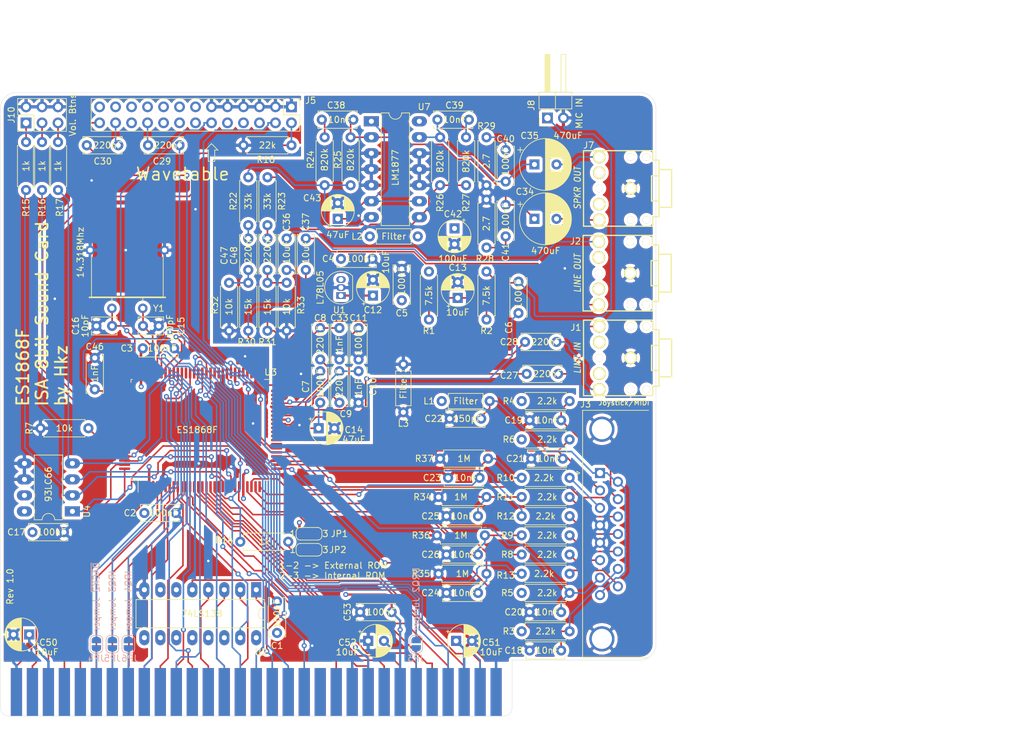
<source format=kicad_pcb>
(kicad_pcb (version 20171130) (host pcbnew 5.1.10-1.fc34)
  (layers (0 F.Cu signal hide) (1 In1.Cu power hide) (2 In2.Cu power hide) (31 B.Cu signal hide) (34 B.Paste user) (35 F.Paste user) (36 B.SilkS user) (37 F.SilkS user) (38 B.Mask user) (39 F.Mask user) (44 Edge.Cuts user))
  (net 0 "")
  (net 1 -12V)
  (net 2 GND)
  (net 3 +12V)
  (net 4 VCC)
  (net 5 GNDA)
  (net 6 "Net-(C6-Pad2)")
  (net 7 "Net-(C6-Pad1)")
  (net 8 "Net-(C14-Pad1)")
  (net 9 "Net-(C33-Pad1)")
  (net 10 "Net-(C8-Pad1)")
  (net 11 "Net-(C10-Pad1)")
  (net 12 "Net-(C9-Pad1)")
  (net 13 "Net-(C11-Pad1)")
  (net 14 "Net-(C13-Pad1)")
  (net 15 "Net-(C15-Pad2)")
  (net 16 "Net-(C16-Pad2)")
  (net 17 "Net-(C18-Pad2)")
  (net 18 "Net-(C19-Pad2)")
  (net 19 "Net-(C20-Pad2)")
  (net 20 "Net-(C21-Pad2)")
  (net 21 "Net-(C22-Pad2)")
  (net 22 "Net-(C23-Pad2)")
  (net 23 "Net-(C24-Pad2)")
  (net 24 "Net-(C25-Pad2)")
  (net 25 "Net-(C26-Pad2)")
  (net 26 "Net-(C27-Pad1)")
  (net 27 "Net-(C28-Pad1)")
  (net 28 /AUXBL)
  (net 29 "Net-(C29-Pad1)")
  (net 30 /AUXBR)
  (net 31 "Net-(C30-Pad1)")
  (net 32 "Net-(C34-Pad1)")
  (net 33 "Net-(C35-Pad1)")
  (net 34 /AOUTR)
  (net 35 /AOUTL)
  (net 36 "Net-(C38-Pad1)")
  (net 37 "Net-(C39-Pad1)")
  (net 38 "Net-(C40-Pad1)")
  (net 39 "Net-(C41-Pad1)")
  (net 40 "Net-(C43-Pad1)")
  (net 41 /RESETDRV)
  (net 42 "Net-(C47-Pad2)")
  (net 43 "Net-(C47-Pad1)")
  (net 44 "Net-(C48-Pad2)")
  (net 45 "Net-(C48-Pad1)")
  (net 46 "Net-(J3-Pad15)")
  (net 47 "Net-(J3-Pad13)")
  (net 48 "Net-(J3-Pad12)")
  (net 49 "Net-(J3-Pad11)")
  (net 50 "Net-(J3-Pad6)")
  (net 51 "Net-(J3-Pad3)")
  (net 52 /~RSTB)
  (net 53 /MSD)
  (net 54 /MSO)
  (net 55 /MCLK)
  (net 56 "Net-(J10-Pad5)")
  (net 57 "Net-(J10-Pad3)")
  (net 58 "Net-(J10-Pad1)")
  (net 59 /A0)
  (net 60 /A1)
  (net 61 /A2)
  (net 62 /A3)
  (net 63 /A4)
  (net 64 /A5)
  (net 65 /A6)
  (net 66 /A7)
  (net 67 /A8)
  (net 68 /A9)
  (net 69 /A10)
  (net 70 /A11)
  (net 71 /A12)
  (net 72 /A13)
  (net 73 /A14)
  (net 74 /A15)
  (net 75 /AEN)
  (net 76 /D0)
  (net 77 /D1)
  (net 78 /D2)
  (net 79 /D3)
  (net 80 /D4)
  (net 81 /D5)
  (net 82 /D6)
  (net 83 /D7)
  (net 84 /~DACK2)
  (net 85 /IRQ3)
  (net 86 /IRQ4)
  (net 87 /IRQ5)
  (net 88 /IRQ7)
  (net 89 /DRQ1)
  (net 90 /~DACK1)
  (net 91 /DRQ3)
  (net 92 /~DACK3)
  (net 93 /~IOR)
  (net 94 /~IOW)
  (net 95 /DRQ2)
  (net 96 /IRQ9)
  (net 97 "Net-(JP1-Pad2)")
  (net 98 "Net-(JP2-Pad2)")
  (net 99 "Net-(JP3-Pad2)")
  (net 100 "Net-(JP4-Pad2)")
  (net 101 "Net-(JP5-Pad2)")
  (net 102 "Net-(JP6-Pad2)")
  (net 103 "Net-(R7-Pad1)")
  (net 104 /MSI)
  (net 105 "Net-(R14-Pad2)")
  (net 106 "Net-(R15-Pad1)")
  (net 107 "Net-(R16-Pad1)")
  (net 108 "Net-(R17-Pad1)")
  (net 109 "Net-(R22-Pad2)")
  (net 110 "Net-(R23-Pad2)")
  (net 111 "Net-(U2-Pad15)")
  (net 112 "Net-(C27-Pad2)")
  (net 113 "Net-(C28-Pad2)")
  (net 114 "Net-(C34-Pad2)")
  (net 115 "Net-(C35-Pad2)")
  (net 116 "Net-(C36-Pad2)")
  (net 117 "Net-(C37-Pad2)")
  (net 118 /VDDA)
  (net 119 /Filtered_12V)
  (module My_Components:Conn_Audio_3.5mm_Stereo_SJ1-352XNG (layer F.Cu) (at 315.452 146.304 270)
    (fp_text reference J1 (at -4.826 13.208) (layer F.SilkS))
    (fp_text value "LINE IN" (at 0 12.954 90) (layer F.SilkS) (effects (font (size 1 0.9) (thickness 0.15) italic)))
    (pad 5 thru_hole circle (at 2.5 9.5 270) (size 2 2) (drill 1.5) (layers *.Cu *.Mask F.SilkS))
    (pad 4 thru_hole circle (at -2.5 9.5 270) (size 2 2) (drill 1.5) (layers *.Cu *.Mask F.SilkS))
    (pad 3 thru_hole circle (at 5 9.5 270) (size 2 2) (drill 1.5) (layers *.Cu *.Mask F.SilkS) (net 113 "Net-(C28-Pad2)"))
    (pad 2 thru_hole circle (at -5 9.5 270) (size 2 2) (drill 1.5) (layers *.Cu *.Mask F.SilkS) (net 112 "Net-(C27-Pad2)"))
    (pad "" thru_hole circle (at 0 9.5 270) (size 1.2 1.2) (drill 1.2) (layers *.Cu *.Mask F.SilkS))
    (pad "" thru_hole circle (at 5 4.5 270) (size 1.2 1.2) (drill 1.2) (layers *.Cu *.Mask F.SilkS))
    (pad "" thru_hole circle (at -5 4.5 270) (size 1.2 1.2) (drill 1.2) (layers *.Cu *.Mask F.SilkS))
    (pad "" thru_hole circle (at 5 2 270) (size 1.2 1.2) (drill 1.2) (layers *.Cu *.Mask F.SilkS))
    (pad "" thru_hole circle (at -5 2 270) (size 1.2 1.2) (drill 1.2) (layers *.Cu *.Mask F.SilkS))
    (pad 1 thru_hole circle (at 0 4.5 270) (size 2 2) (drill 1.5) (layers *.Cu *.Mask F.SilkS) (net 5 GNDA))
  )
  (module Custom_Connectors:MNT_KEYSTONE_9200 (layer F.Cu) (at 292.15 194.514)
    (fp_text reference REF** hide)
    (fp_text value MNT_KEYSTONE_9200 hide)
  )
  (module Crystal:Crystal_HC49-U_Horizontal_1EP_style2 (layer F.Cu) (at 233.426 138.43 180)
    (fp_text reference Y1 (at -2.54 0) (layer F.SilkS))
    (fp_text value 14.318Mhz (at 9.906 8.89 270) (layer F.SilkS))
    (pad 3 thru_hole rect (at 8.35 9.25 180) (size 1.2 1.2) (drill 0.8) (layers *.Cu *.Mask) (net 2 GND))
    (pad 3 thru_hole rect (at -3.45 9.25 180) (size 1.2 1.2) (drill 0.8) (layers *.Cu *.Mask) (net 2 GND))
    (pad 3 smd rect (at 2.45 9.25 180) (size 11 13.5) (layers F.Cu F.Paste F.Mask) (net 2 GND))
    (pad 2 thru_hole circle (at 4.9 0 180) (size 1.5 1.5) (drill 0.8) (layers *.Cu *.Mask) (net 16 "Net-(C16-Pad2)"))
    (pad 1 thru_hole circle (at 0 0 180) (size 1.5 1.5) (drill 0.8) (layers *.Cu *.Mask) (net 15 "Net-(C15-Pad2)"))
  )
  (module Connector_PinHeader_2.54mm:PinHeader_1x02_P2.54mm_Horizontal (layer F.Cu) (at 297.72 108.18 90)
    (fp_text reference J8 (at 2.008 -2.572 90) (layer F.SilkS))
    (fp_text value "MIC IN" (at 0.738 5.048 90) (layer F.SilkS))
    (pad 2 thru_hole oval (at 0 2.54 90) (size 1.7 1.7) (drill 1) (layers *.Cu *.Mask) (net 5 GNDA))
    (pad 1 thru_hole rect (at 0 0 90) (size 1.7 1.7) (drill 1) (layers *.Cu *.Mask) (net 6 "Net-(C6-Pad2)"))
  )
  (module Capacitor_THT:C_Disc_D6.0mm_W2.5mm_P5.00mm (layer F.Cu) (at 233.426 144.78)
    (fp_text reference C3 (at -2.54 0) (layer F.SilkS))
    (fp_text value 100nF (at 3.048 0) (layer F.SilkS))
    (pad 2 thru_hole circle (at 5 0) (size 1.6 1.6) (drill 0.8) (layers *.Cu *.Mask) (net 2 GND))
    (pad 1 thru_hole circle (at 0 0) (size 1.6 1.6) (drill 0.8) (layers *.Cu *.Mask) (net 4 VCC))
  )
  (module Capacitor_THT:CP_Radial_D8.0mm_P3.50mm (layer F.Cu) (at 295.656 115.57)
    (fp_text reference C35 (at -0.762 -4.572) (layer F.SilkS))
    (fp_text value 470uF (at 5.334 -4.572) (layer F.SilkS))
    (pad 2 thru_hole circle (at 3.5 0) (size 1.6 1.6) (drill 0.8) (layers *.Cu *.Mask) (net 115 "Net-(C35-Pad2)"))
    (pad 1 thru_hole rect (at 0 0) (size 1.6 1.6) (drill 0.8) (layers *.Cu *.Mask) (net 33 "Net-(C35-Pad1)"))
  )
  (module Capacitor_THT:CP_Radial_D8.0mm_P3.50mm (layer F.Cu) (at 295.656 124.206)
    (fp_text reference C34 (at -1.524 -4.318) (layer F.SilkS))
    (fp_text value 470uF (at 1.778 5.08) (layer F.SilkS))
    (pad 2 thru_hole circle (at 3.5 0) (size 1.6 1.6) (drill 0.8) (layers *.Cu *.Mask) (net 114 "Net-(C34-Pad2)"))
    (pad 1 thru_hole rect (at 0 0) (size 1.6 1.6) (drill 0.8) (layers *.Cu *.Mask) (net 32 "Net-(C34-Pad1)"))
  )
  (module My_Components:Conn_Audio_3.5mm_Stereo_SJ1-352XNG (layer F.Cu) (at 315.452 119.38 270)
    (fp_text reference J7 (at -6.858 11.176) (layer F.SilkS))
    (fp_text value "SPKR OUT" (at -0.0889 12.954 90) (layer F.SilkS) (effects (font (size 1 0.9) (thickness 0.15) italic)))
    (pad 5 thru_hole circle (at 2.5 9.5 270) (size 2 2) (drill 1.5) (layers *.Cu *.Mask F.SilkS))
    (pad 4 thru_hole circle (at -2.5 9.5 270) (size 2 2) (drill 1.5) (layers *.Cu *.Mask F.SilkS))
    (pad 3 thru_hole circle (at 5 9.5 270) (size 2 2) (drill 1.5) (layers *.Cu *.Mask F.SilkS) (net 114 "Net-(C34-Pad2)"))
    (pad 2 thru_hole circle (at -5 9.5 270) (size 2 2) (drill 1.5) (layers *.Cu *.Mask F.SilkS) (net 115 "Net-(C35-Pad2)"))
    (pad "" thru_hole circle (at 0 9.5 270) (size 1.2 1.2) (drill 1.2) (layers *.Cu *.Mask F.SilkS))
    (pad "" thru_hole circle (at 5 4.5 270) (size 1.2 1.2) (drill 1.2) (layers *.Cu *.Mask F.SilkS))
    (pad "" thru_hole circle (at -5 4.5 270) (size 1.2 1.2) (drill 1.2) (layers *.Cu *.Mask F.SilkS))
    (pad "" thru_hole circle (at 5 2 270) (size 1.2 1.2) (drill 1.2) (layers *.Cu *.Mask F.SilkS))
    (pad "" thru_hole circle (at -5 2 270) (size 1.2 1.2) (drill 1.2) (layers *.Cu *.Mask F.SilkS))
    (pad 1 thru_hole circle (at 0 4.5 270) (size 2 2) (drill 1.5) (layers *.Cu *.Mask F.SilkS) (net 5 GNDA))
  )
  (module My_Components:Conn_Audio_3.5mm_Stereo_SJ1-352XNG (layer F.Cu) (at 315.38 132.842 270)
    (fp_text reference J2 (at -5.08 13.208) (layer F.SilkS))
    (fp_text value "LINE OUT" (at 0 12.882 90) (layer F.SilkS) (effects (font (size 1 0.9) (thickness 0.15) italic)))
    (pad 5 thru_hole circle (at 2.5 9.5 270) (size 2 2) (drill 1.5) (layers *.Cu *.Mask F.SilkS))
    (pad 4 thru_hole circle (at -2.5 9.5 270) (size 2 2) (drill 1.5) (layers *.Cu *.Mask F.SilkS))
    (pad 3 thru_hole circle (at 5 9.5 270) (size 2 2) (drill 1.5) (layers *.Cu *.Mask F.SilkS) (net 117 "Net-(C37-Pad2)"))
    (pad 2 thru_hole circle (at -5 9.5 270) (size 2 2) (drill 1.5) (layers *.Cu *.Mask F.SilkS) (net 116 "Net-(C36-Pad2)"))
    (pad "" thru_hole circle (at 0 9.5 270) (size 1.2 1.2) (drill 1.2) (layers *.Cu *.Mask F.SilkS))
    (pad "" thru_hole circle (at 5 4.5 270) (size 1.2 1.2) (drill 1.2) (layers *.Cu *.Mask F.SilkS))
    (pad "" thru_hole circle (at -5 4.5 270) (size 1.2 1.2) (drill 1.2) (layers *.Cu *.Mask F.SilkS))
    (pad "" thru_hole circle (at 5 2 270) (size 1.2 1.2) (drill 1.2) (layers *.Cu *.Mask F.SilkS))
    (pad "" thru_hole circle (at -5 2 270) (size 1.2 1.2) (drill 1.2) (layers *.Cu *.Mask F.SilkS))
    (pad 1 thru_hole circle (at 0 4.5 270) (size 2 2) (drill 1.5) (layers *.Cu *.Mask F.SilkS) (net 5 GNDA))
  )
  (module Package_DIP:DIP-14_W7.62mm_LongPads (layer F.Cu) (at 269.748 108.712)
    (fp_text reference U7 (at 8.382 -2.286 180) (layer F.SilkS))
    (fp_text value LM1877 (at 3.81 7.366 90) (layer F.SilkS))
    (pad 14 thru_hole oval (at 7.62 0) (size 2.4 1.6) (drill 0.8) (layers *.Cu *.Mask) (net 119 /Filtered_12V))
    (pad 7 thru_hole oval (at 0 15.24) (size 2.4 1.6) (drill 0.8) (layers *.Cu *.Mask) (net 109 "Net-(R22-Pad2)"))
    (pad 13 thru_hole oval (at 7.62 2.54) (size 2.4 1.6) (drill 0.8) (layers *.Cu *.Mask) (net 33 "Net-(C35-Pad1)"))
    (pad 6 thru_hole oval (at 0 12.7) (size 2.4 1.6) (drill 0.8) (layers *.Cu *.Mask) (net 40 "Net-(C43-Pad1)"))
    (pad 12 thru_hole oval (at 7.62 5.08) (size 2.4 1.6) (drill 0.8) (layers *.Cu *.Mask) (net 5 GNDA))
    (pad 5 thru_hole oval (at 0 10.16) (size 2.4 1.6) (drill 0.8) (layers *.Cu *.Mask) (net 5 GNDA))
    (pad 11 thru_hole oval (at 7.62 7.62) (size 2.4 1.6) (drill 0.8) (layers *.Cu *.Mask) (net 5 GNDA))
    (pad 4 thru_hole oval (at 0 7.62) (size 2.4 1.6) (drill 0.8) (layers *.Cu *.Mask) (net 5 GNDA))
    (pad 10 thru_hole oval (at 7.62 10.16) (size 2.4 1.6) (drill 0.8) (layers *.Cu *.Mask) (net 5 GNDA))
    (pad 3 thru_hole oval (at 0 5.08) (size 2.4 1.6) (drill 0.8) (layers *.Cu *.Mask) (net 5 GNDA))
    (pad 9 thru_hole oval (at 7.62 12.7) (size 2.4 1.6) (drill 0.8) (layers *.Cu *.Mask) (net 40 "Net-(C43-Pad1)"))
    (pad 2 thru_hole oval (at 0 2.54) (size 2.4 1.6) (drill 0.8) (layers *.Cu *.Mask) (net 32 "Net-(C34-Pad1)"))
    (pad 8 thru_hole oval (at 7.62 15.24) (size 2.4 1.6) (drill 0.8) (layers *.Cu *.Mask) (net 110 "Net-(R23-Pad2)"))
    (pad 1 thru_hole rect (at 0 0) (size 2.4 1.6) (drill 0.8) (layers *.Cu *.Mask) (net 40 "Net-(C43-Pad1)"))
  )
  (module Package_DIP:DIP-8_W7.62mm_LongPads (layer F.Cu) (at 222.25 170.688 180)
    (fp_text reference U4 (at -2.286 0 90) (layer F.SilkS))
    (fp_text value 93LC66 (at 3.81 4.318 270) (layer F.SilkS))
    (pad 8 thru_hole oval (at 7.62 0 180) (size 2.4 1.6) (drill 0.8) (layers *.Cu *.Mask) (net 4 VCC))
    (pad 4 thru_hole oval (at 0 7.62 180) (size 2.4 1.6) (drill 0.8) (layers *.Cu *.Mask) (net 108 "Net-(R17-Pad1)"))
    (pad 7 thru_hole oval (at 7.62 2.54 180) (size 2.4 1.6) (drill 0.8) (layers *.Cu *.Mask))
    (pad 3 thru_hole oval (at 0 5.08 180) (size 2.4 1.6) (drill 0.8) (layers *.Cu *.Mask) (net 107 "Net-(R16-Pad1)"))
    (pad 6 thru_hole oval (at 7.62 5.08 180) (size 2.4 1.6) (drill 0.8) (layers *.Cu *.Mask) (net 2 GND))
    (pad 2 thru_hole oval (at 0 2.54 180) (size 2.4 1.6) (drill 0.8) (layers *.Cu *.Mask) (net 106 "Net-(R15-Pad1)"))
    (pad 5 thru_hole oval (at 7.62 7.62 180) (size 2.4 1.6) (drill 0.8) (layers *.Cu *.Mask) (net 2 GND))
    (pad 1 thru_hole rect (at 0 0 180) (size 2.4 1.6) (drill 0.8) (layers *.Cu *.Mask) (net 105 "Net-(R14-Pad2)"))
  )
  (module Package_QFP:LQFP-14x20mm_P0.5mm (layer F.Cu) (at 242.57 157.734 90)
    (fp_text reference U3 (at 9.144 11.176) (layer F.SilkS))
    (fp_text value ES1868F (at 0 -0.5) (layer F.SilkS))
    (pad 53 smd roundrect (at 9.025 8.125 90) (size 1.75 0.4) (layers F.Cu F.Paste F.Mask))
    (pad 50 smd roundrect (at 6.175 12.125 90) (size 0.4 1.75) (layers F.Cu F.Paste F.Mask) (net 35 /AOUTL))
    (pad 51 smd roundrect (at 9.025 9.425 90) (size 1.75 0.4) (layers F.Cu F.Paste F.Mask) (net 34 /AOUTR))
    (pad 55 smd roundrect (at 9.025 6.825 90) (size 1.75 0.4) (layers F.Cu F.Paste F.Mask))
    (pad 57 smd roundrect (at 9.025 5.525 90) (size 1.75 0.4) (layers F.Cu F.Paste F.Mask) (net 4 VCC))
    (pad 54 smd roundrect (at 9.025 7.475 90) (size 1.75 0.4) (layers F.Cu F.Paste F.Mask))
    (pad 35 smd roundrect (at -3.575 12.125 90) (size 0.4 1.75) (layers F.Cu F.Paste F.Mask) (net 29 "Net-(C29-Pad1)"))
    (pad 47 smd roundrect (at 4.225 12.125 90) (size 0.4 1.75) (layers F.Cu F.Paste F.Mask) (net 11 "Net-(C10-Pad1)"))
    (pad 7 smd roundrect (at -9.025 -5.525 90) (size 1.75 0.4) (layers F.Cu F.Paste F.Mask) (net 2 GND))
    (pad 6 smd roundrect (at -9.025 -6.175 90) (size 1.75 0.4) (layers F.Cu F.Paste F.Mask) (net 65 /A6))
    (pad 5 smd roundrect (at -9.025 -6.825 90) (size 1.75 0.4) (layers F.Cu F.Paste F.Mask) (net 64 /A5))
    (pad 62 smd roundrect (at 9.025 2.275 90) (size 1.75 0.4) (layers F.Cu F.Paste F.Mask))
    (pad 65 smd roundrect (at 9.025 0.325 90) (size 1.75 0.4) (layers F.Cu F.Paste F.Mask) (net 89 /DRQ1))
    (pad 25 smd roundrect (at -9.025 6.175 90) (size 1.75 0.4) (layers F.Cu F.Paste F.Mask) (net 97 "Net-(JP1-Pad2)"))
    (pad 9 smd roundrect (at -9.025 -4.225 90) (size 1.75 0.4) (layers F.Cu F.Paste F.Mask) (net 67 /A8))
    (pad 27 smd roundrect (at -9.025 7.475 90) (size 1.75 0.4) (layers F.Cu F.Paste F.Mask) (net 25 "Net-(C26-Pad2)"))
    (pad 26 smd roundrect (at -9.025 6.825 90) (size 1.75 0.4) (layers F.Cu F.Paste F.Mask) (net 4 VCC))
    (pad 44 smd roundrect (at 2.275 12.125 90) (size 0.4 1.75) (layers F.Cu F.Paste F.Mask) (net 12 "Net-(C9-Pad1)"))
    (pad 70 smd roundrect (at 9.025 -2.925 90) (size 1.75 0.4) (layers F.Cu F.Paste F.Mask) (net 102 "Net-(JP6-Pad2)"))
    (pad 21 smd roundrect (at -9.025 3.575 90) (size 1.75 0.4) (layers F.Cu F.Paste F.Mask) (net 108 "Net-(R17-Pad1)"))
    (pad 42 smd roundrect (at 0.975 12.125 90) (size 0.4 1.75) (layers F.Cu F.Paste F.Mask) (net 13 "Net-(C11-Pad1)"))
    (pad 83 smd roundrect (at 4.875 -12.025 90) (size 0.4 1.75) (layers F.Cu F.Paste F.Mask))
    (pad 2 smd roundrect (at -9.025 -8.775 90) (size 1.75 0.4) (layers F.Cu F.Paste F.Mask) (net 62 /A3))
    (pad 11 smd roundrect (at -9.025 -2.925 90) (size 1.75 0.4) (layers F.Cu F.Paste F.Mask) (net 111 "Net-(U2-Pad15)"))
    (pad 58 smd roundrect (at 9.025 4.875 90) (size 1.75 0.4) (layers F.Cu F.Paste F.Mask) (net 54 /MSO))
    (pad 45 smd roundrect (at 2.925 12.125 90) (size 0.4 1.75) (layers F.Cu F.Paste F.Mask) (net 10 "Net-(C8-Pad1)"))
    (pad 4 smd roundrect (at -9.025 -7.475 90) (size 1.75 0.4) (layers F.Cu F.Paste F.Mask) (net 63 /A4))
    (pad 37 smd roundrect (at -2.275 12.125 90) (size 0.4 1.75) (layers F.Cu F.Paste F.Mask))
    (pad 12 smd roundrect (at -9.025 -2.275 90) (size 1.75 0.4) (layers F.Cu F.Paste F.Mask) (net 76 /D0))
    (pad 38 smd roundrect (at -1.625 12.125 90) (size 0.4 1.75) (layers F.Cu F.Paste F.Mask))
    (pad 39 smd roundrect (at -0.975 12.125 90) (size 0.4 1.75) (layers F.Cu F.Paste F.Mask) (net 8 "Net-(C14-Pad1)"))
    (pad 40 smd roundrect (at -0.325 12.125 90) (size 0.4 1.75) (layers F.Cu F.Paste F.Mask) (net 7 "Net-(C6-Pad1)"))
    (pad 41 smd roundrect (at 0.325 12.125 90) (size 0.4 1.75) (layers F.Cu F.Paste F.Mask) (net 5 GNDA))
    (pad 61 smd roundrect (at 9.025 2.925 90) (size 1.75 0.4) (layers F.Cu F.Paste F.Mask))
    (pad 81 smd roundrect (at 6.175 -12.025 90) (size 0.4 1.75) (layers F.Cu F.Paste F.Mask) (net 41 /RESETDRV))
    (pad 64 smd roundrect (at 9.025 0.975 90) (size 1.75 0.4) (layers F.Cu F.Paste F.Mask) (net 92 /~DACK3))
    (pad 63 smd roundrect (at 9.025 1.625 90) (size 1.75 0.4) (layers F.Cu F.Paste F.Mask) (net 91 /DRQ3))
    (pad 28 smd roundrect (at -9.025 8.125 90) (size 1.75 0.4) (layers F.Cu F.Paste F.Mask) (net 24 "Net-(C25-Pad2)"))
    (pad 72 smd roundrect (at 9.025 -4.225 90) (size 1.75 0.4) (layers F.Cu F.Paste F.Mask) (net 88 /IRQ7))
    (pad 69 smd roundrect (at 9.025 -2.275 90) (size 1.75 0.4) (layers F.Cu F.Paste F.Mask))
    (pad 10 smd roundrect (at -9.025 -3.575 90) (size 1.75 0.4) (layers F.Cu F.Paste F.Mask) (net 68 /A9))
    (pad 24 smd roundrect (at -9.025 5.525 90) (size 1.75 0.4) (layers F.Cu F.Paste F.Mask) (net 2 GND))
    (pad 82 smd roundrect (at 5.525 -12.025 90) (size 0.4 1.75) (layers F.Cu F.Paste F.Mask))
    (pad 23 smd roundrect (at -9.025 4.875 90) (size 1.75 0.4) (layers F.Cu F.Paste F.Mask) (net 106 "Net-(R15-Pad1)"))
    (pad 22 smd roundrect (at -9.025 4.225 90) (size 1.75 0.4) (layers F.Cu F.Paste F.Mask) (net 107 "Net-(R16-Pad1)"))
    (pad 1 smd roundrect (at -9.025 -9.425 90) (size 1.75 0.4) (layers F.Cu F.Paste F.Mask) (net 61 /A2))
    (pad 8 smd roundrect (at -9.025 -4.875 90) (size 1.75 0.4) (layers F.Cu F.Paste F.Mask) (net 66 /A7))
    (pad 73 smd roundrect (at 9.025 -4.875 90) (size 1.75 0.4) (layers F.Cu F.Paste F.Mask) (net 87 /IRQ5))
    (pad 71 smd roundrect (at 9.025 -3.575 90) (size 1.75 0.4) (layers F.Cu F.Paste F.Mask) (net 101 "Net-(JP5-Pad2)"))
    (pad 43 smd roundrect (at 1.625 12.125 90) (size 0.4 1.75) (layers F.Cu F.Paste F.Mask) (net 118 /VDDA))
    (pad 56 smd roundrect (at 9.025 6.175 90) (size 1.75 0.4) (layers F.Cu F.Paste F.Mask))
    (pad 84 smd roundrect (at 4.225 -12.025 90) (size 0.4 1.75) (layers F.Cu F.Paste F.Mask))
    (pad 20 smd roundrect (at -9.025 2.925 90) (size 1.75 0.4) (layers F.Cu F.Paste F.Mask) (net 105 "Net-(R14-Pad2)"))
    (pad 74 smd roundrect (at 9.025 -5.525 90) (size 1.75 0.4) (layers F.Cu F.Paste F.Mask) (net 96 /IRQ9))
    (pad 19 smd roundrect (at -9.025 2.275 90) (size 1.75 0.4) (layers F.Cu F.Paste F.Mask) (net 83 /D7))
    (pad 46 smd roundrect (at 3.575 12.125 90) (size 0.4 1.75) (layers F.Cu F.Paste F.Mask) (net 9 "Net-(C33-Pad1)"))
    (pad 66 smd roundrect (at 9.025 -0.325 90) (size 1.75 0.4) (layers F.Cu F.Paste F.Mask) (net 90 /~DACK1))
    (pad 67 smd roundrect (at 9.025 -0.975 90) (size 1.75 0.4) (layers F.Cu F.Paste F.Mask) (net 99 "Net-(JP3-Pad2)"))
    (pad 68 smd roundrect (at 9.025 -1.625 90) (size 1.75 0.4) (layers F.Cu F.Paste F.Mask) (net 100 "Net-(JP4-Pad2)"))
    (pad 75 smd roundrect (at 9.025 -6.175 90) (size 1.75 0.4) (layers F.Cu F.Paste F.Mask) (net 93 /~IOR))
    (pad 76 smd roundrect (at 9.025 -6.825 90) (size 1.75 0.4) (layers F.Cu F.Paste F.Mask) (net 94 /~IOW))
    (pad 77 smd roundrect (at 9.025 -7.475 90) (size 1.75 0.4) (layers F.Cu F.Paste F.Mask) (net 2 GND))
    (pad 78 smd roundrect (at 9.025 -8.125 90) (size 1.75 0.4) (layers F.Cu F.Paste F.Mask) (net 15 "Net-(C15-Pad2)"))
    (pad 18 smd roundrect (at -9.025 1.625 90) (size 1.75 0.4) (layers F.Cu F.Paste F.Mask) (net 82 /D6))
    (pad 60 smd roundrect (at 9.025 3.575 90) (size 1.75 0.4) (layers F.Cu F.Paste F.Mask) (net 2 GND))
    (pad 3 smd roundrect (at -9.025 -8.125 90) (size 1.75 0.4) (layers F.Cu F.Paste F.Mask) (net 4 VCC))
    (pad 17 smd roundrect (at -9.025 0.975 90) (size 1.75 0.4) (layers F.Cu F.Paste F.Mask) (net 81 /D5))
    (pad 16 smd roundrect (at -9.025 0.325 90) (size 1.75 0.4) (layers F.Cu F.Paste F.Mask) (net 80 /D4))
    (pad 15 smd roundrect (at -9.025 -0.325 90) (size 1.75 0.4) (layers F.Cu F.Paste F.Mask) (net 79 /D3))
    (pad 14 smd roundrect (at -9.025 -0.975 90) (size 1.75 0.4) (layers F.Cu F.Paste F.Mask) (net 78 /D2))
    (pad 13 smd roundrect (at -9.025 -1.625 90) (size 1.75 0.4) (layers F.Cu F.Paste F.Mask) (net 77 /D1))
    (pad 59 smd roundrect (at 9.025 4.225 90) (size 1.75 0.4) (layers F.Cu F.Paste F.Mask) (net 104 /MSI))
    (pad 31 smd roundrect (at -6.175 12.125 90) (size 0.4 1.75) (layers F.Cu F.Paste F.Mask) (net 17 "Net-(C18-Pad2)"))
    (pad 29 smd roundrect (at -9.025 8.775 90) (size 1.75 0.4) (layers F.Cu F.Paste F.Mask) (net 23 "Net-(C24-Pad2)"))
    (pad 30 smd roundrect (at -9.025 9.425 90) (size 1.75 0.4) (layers F.Cu F.Paste F.Mask) (net 22 "Net-(C23-Pad2)"))
    (pad 96 smd roundrect (at -3.575 -12.025 90) (size 0.4 1.75) (layers F.Cu F.Paste F.Mask))
    (pad 97 smd roundrect (at -4.225 -12.025 90) (size 0.4 1.75) (layers F.Cu F.Paste F.Mask) (net 69 /A10))
    (pad 98 smd roundrect (at -4.875 -12.025 90) (size 0.4 1.75) (layers F.Cu F.Paste F.Mask) (net 70 /A11))
    (pad 99 smd roundrect (at -5.525 -12.025 90) (size 0.4 1.75) (layers F.Cu F.Paste F.Mask) (net 59 /A0))
    (pad 100 smd roundrect (at -6.175 -12.025 90) (size 0.4 1.75) (layers F.Cu F.Paste F.Mask) (net 60 /A1))
    (pad 90 smd roundrect (at 0.325 -12.025 90) (size 0.4 1.75) (layers F.Cu F.Paste F.Mask) (net 52 /~RSTB))
    (pad 91 smd roundrect (at -0.325 -12.025 90) (size 0.4 1.75) (layers F.Cu F.Paste F.Mask))
    (pad 92 smd roundrect (at -0.975 -12.025 90) (size 0.4 1.75) (layers F.Cu F.Paste F.Mask) (net 103 "Net-(R7-Pad1)"))
    (pad 93 smd roundrect (at -1.625 -12.025 90) (size 0.4 1.75) (layers F.Cu F.Paste F.Mask))
    (pad 94 smd roundrect (at -2.275 -12.025 90) (size 0.4 1.75) (layers F.Cu F.Paste F.Mask))
    (pad 95 smd roundrect (at -2.925 -12.025 90) (size 0.4 1.75) (layers F.Cu F.Paste F.Mask))
    (pad 85 smd roundrect (at 3.575 -12.025 90) (size 0.4 1.75) (layers F.Cu F.Paste F.Mask))
    (pad 86 smd roundrect (at 2.925 -12.025 90) (size 0.4 1.75) (layers F.Cu F.Paste F.Mask))
    (pad 87 smd roundrect (at 2.275 -12.025 90) (size 0.4 1.75) (layers F.Cu F.Paste F.Mask) (net 53 /MSD))
    (pad 88 smd roundrect (at 1.625 -12.025 90) (size 0.4 1.75) (layers F.Cu F.Paste F.Mask) (net 55 /MCLK))
    (pad 89 smd roundrect (at 0.975 -12.025 90) (size 0.4 1.75) (layers F.Cu F.Paste F.Mask))
    (pad 79 smd roundrect (at 9.025 -8.775 90) (size 1.75 0.4) (layers F.Cu F.Paste F.Mask) (net 16 "Net-(C16-Pad2)"))
    (pad 80 smd roundrect (at 9.025 -9.425 90) (size 1.75 0.4) (layers F.Cu F.Paste F.Mask) (net 4 VCC))
    (pad 34 smd roundrect (at -4.225 12.125 90) (size 0.4 1.75) (layers F.Cu F.Paste F.Mask) (net 20 "Net-(C21-Pad2)"))
    (pad 33 smd roundrect (at -4.875 12.125 90) (size 0.4 1.75) (layers F.Cu F.Paste F.Mask) (net 19 "Net-(C20-Pad2)"))
    (pad 32 smd roundrect (at -5.525 12.125 90) (size 0.4 1.75) (layers F.Cu F.Paste F.Mask) (net 18 "Net-(C19-Pad2)"))
    (pad 36 smd roundrect (at -2.925 12.125 90) (size 0.4 1.75) (layers F.Cu F.Paste F.Mask) (net 31 "Net-(C30-Pad1)"))
    (pad 48 smd roundrect (at 4.875 12.125 90) (size 0.4 1.75) (layers F.Cu F.Paste F.Mask) (net 26 "Net-(C27-Pad1)"))
    (pad 52 smd roundrect (at 9.025 8.775 90) (size 1.75 0.4) (layers F.Cu F.Paste F.Mask) (net 2 GND))
    (pad 49 smd roundrect (at 5.525 12.125 90) (size 0.4 1.75) (layers F.Cu F.Paste F.Mask) (net 27 "Net-(C28-Pad1)"))
  )
  (module Package_DIP:DIP-16_W7.62mm_LongPads (layer F.Cu) (at 251.46 183.134 270)
    (fp_text reference U2 (at 9.906 -0.762) (layer F.SilkS))
    (fp_text value 74LS138 (at 3.81 8.636) (layer F.SilkS))
    (pad 16 thru_hole oval (at 7.62 0 270) (size 2.4 1.6) (drill 0.8) (layers *.Cu *.Mask) (net 4 VCC))
    (pad 8 thru_hole oval (at 0 17.78 270) (size 2.4 1.6) (drill 0.8) (layers *.Cu *.Mask) (net 2 GND))
    (pad 15 thru_hole oval (at 7.62 2.54 270) (size 2.4 1.6) (drill 0.8) (layers *.Cu *.Mask) (net 111 "Net-(U2-Pad15)"))
    (pad 7 thru_hole oval (at 0 15.24 270) (size 2.4 1.6) (drill 0.8) (layers *.Cu *.Mask))
    (pad 14 thru_hole oval (at 7.62 5.08 270) (size 2.4 1.6) (drill 0.8) (layers *.Cu *.Mask))
    (pad 6 thru_hole oval (at 0 12.7 270) (size 2.4 1.6) (drill 0.8) (layers *.Cu *.Mask) (net 4 VCC))
    (pad 13 thru_hole oval (at 7.62 7.62 270) (size 2.4 1.6) (drill 0.8) (layers *.Cu *.Mask))
    (pad 5 thru_hole oval (at 0 10.16 270) (size 2.4 1.6) (drill 0.8) (layers *.Cu *.Mask) (net 75 /AEN))
    (pad 12 thru_hole oval (at 7.62 10.16 270) (size 2.4 1.6) (drill 0.8) (layers *.Cu *.Mask))
    (pad 4 thru_hole oval (at 0 7.62 270) (size 2.4 1.6) (drill 0.8) (layers *.Cu *.Mask) (net 71 /A12))
    (pad 11 thru_hole oval (at 7.62 12.7 270) (size 2.4 1.6) (drill 0.8) (layers *.Cu *.Mask))
    (pad 3 thru_hole oval (at 0 5.08 270) (size 2.4 1.6) (drill 0.8) (layers *.Cu *.Mask) (net 72 /A13))
    (pad 10 thru_hole oval (at 7.62 15.24 270) (size 2.4 1.6) (drill 0.8) (layers *.Cu *.Mask))
    (pad 2 thru_hole oval (at 0 2.54 270) (size 2.4 1.6) (drill 0.8) (layers *.Cu *.Mask) (net 73 /A14))
    (pad 9 thru_hole oval (at 7.62 17.78 270) (size 2.4 1.6) (drill 0.8) (layers *.Cu *.Mask))
    (pad 1 thru_hole rect (at 0 0 270) (size 2.4 1.6) (drill 0.8) (layers *.Cu *.Mask) (net 74 /A15))
  )
  (module Package_TO_SOT_THT:TO-92_Inline (layer F.Cu) (at 264.922 136.398 90)
    (fp_text reference U1 (at -2.286 -0.254) (layer F.SilkS))
    (fp_text value L78L05 (at 1.27 -3.302 90) (layer F.SilkS))
    (pad 1 thru_hole rect (at 0 0 90) (size 1.05 1.5) (drill 0.75) (layers *.Cu *.Mask) (net 118 /VDDA))
    (pad 3 thru_hole oval (at 2.54 0 90) (size 1.05 1.5) (drill 0.75) (layers *.Cu *.Mask) (net 3 +12V))
    (pad 2 thru_hole oval (at 1.27 0 90) (size 1.05 1.5) (drill 0.75) (layers *.Cu *.Mask) (net 5 GNDA))
  )
  (module Resistor_THT:R_Axial_DIN0207_L6.3mm_D2.5mm_P7.62mm_Horizontal (layer F.Cu) (at 280.67 162.306)
    (fp_text reference R37 (at -2.54 0) (layer F.SilkS))
    (fp_text value 1M (at 3.81 0) (layer F.SilkS))
    (pad 2 thru_hole oval (at 7.62 0) (size 1.6 1.6) (drill 0.8) (layers *.Cu *.Mask) (net 22 "Net-(C23-Pad2)"))
    (pad 1 thru_hole circle (at 0 0) (size 1.6 1.6) (drill 0.8) (layers *.Cu *.Mask) (net 2 GND))
  )
  (module Resistor_THT:R_Axial_DIN0207_L6.3mm_D2.5mm_P7.62mm_Horizontal (layer F.Cu) (at 280.162 174.498)
    (fp_text reference R36 (at -2.54 0) (layer F.SilkS))
    (fp_text value 1M (at 3.81 0) (layer F.SilkS))
    (pad 2 thru_hole oval (at 7.62 0) (size 1.6 1.6) (drill 0.8) (layers *.Cu *.Mask) (net 25 "Net-(C26-Pad2)"))
    (pad 1 thru_hole circle (at 0 0) (size 1.6 1.6) (drill 0.8) (layers *.Cu *.Mask) (net 2 GND))
  )
  (module Resistor_THT:R_Axial_DIN0207_L6.3mm_D2.5mm_P7.62mm_Horizontal (layer F.Cu) (at 280.416 180.594)
    (fp_text reference R35 (at -2.794 0) (layer F.SilkS))
    (fp_text value 1M (at 3.81 0) (layer F.SilkS))
    (pad 2 thru_hole oval (at 7.62 0) (size 1.6 1.6) (drill 0.8) (layers *.Cu *.Mask) (net 23 "Net-(C24-Pad2)"))
    (pad 1 thru_hole circle (at 0 0) (size 1.6 1.6) (drill 0.8) (layers *.Cu *.Mask) (net 2 GND))
  )
  (module Resistor_THT:R_Axial_DIN0207_L6.3mm_D2.5mm_P7.62mm_Horizontal (layer F.Cu) (at 280.416 168.402)
    (fp_text reference R34 (at -2.54 0) (layer F.SilkS))
    (fp_text value 1M (at 3.556 0) (layer F.SilkS))
    (pad 2 thru_hole oval (at 7.62 0) (size 1.6 1.6) (drill 0.8) (layers *.Cu *.Mask) (net 24 "Net-(C25-Pad2)"))
    (pad 1 thru_hole circle (at 0 0) (size 1.6 1.6) (drill 0.8) (layers *.Cu *.Mask) (net 2 GND))
  )
  (module Resistor_THT:R_Axial_DIN0207_L6.3mm_D2.5mm_P7.62mm_Horizontal (layer F.Cu) (at 256.286 134.366 270)
    (fp_text reference R33 (at 3.556 -2.286 90) (layer F.SilkS))
    (fp_text value 10k (at 3.81 0 90) (layer F.SilkS))
    (pad 2 thru_hole oval (at 7.62 0 270) (size 1.6 1.6) (drill 0.8) (layers *.Cu *.Mask) (net 5 GNDA))
    (pad 1 thru_hole circle (at 0 0 270) (size 1.6 1.6) (drill 0.8) (layers *.Cu *.Mask) (net 45 "Net-(C48-Pad1)"))
  )
  (module Resistor_THT:R_Axial_DIN0207_L6.3mm_D2.5mm_P7.62mm_Horizontal (layer F.Cu) (at 247.142 134.366 270)
    (fp_text reference R32 (at 3.556 2.286 90) (layer F.SilkS))
    (fp_text value 10k (at 3.81 0 90) (layer F.SilkS))
    (pad 2 thru_hole oval (at 7.62 0 270) (size 1.6 1.6) (drill 0.8) (layers *.Cu *.Mask) (net 5 GNDA))
    (pad 1 thru_hole circle (at 0 0 270) (size 1.6 1.6) (drill 0.8) (layers *.Cu *.Mask) (net 43 "Net-(C47-Pad1)"))
  )
  (module Resistor_THT:R_Axial_DIN0207_L6.3mm_D2.5mm_P7.62mm_Horizontal (layer F.Cu) (at 253.238 141.986 90)
    (fp_text reference R31 (at -1.778 0) (layer F.SilkS))
    (fp_text value 15k (at 3.81 0 90) (layer F.SilkS))
    (pad 2 thru_hole oval (at 7.62 0 90) (size 1.6 1.6) (drill 0.8) (layers *.Cu *.Mask) (net 45 "Net-(C48-Pad1)"))
    (pad 1 thru_hole circle (at 0 0 90) (size 1.6 1.6) (drill 0.8) (layers *.Cu *.Mask) (net 35 /AOUTL))
  )
  (module Resistor_THT:R_Axial_DIN0207_L6.3mm_D2.5mm_P7.62mm_Horizontal (layer F.Cu) (at 250.19 141.986 90)
    (fp_text reference R30 (at -1.778 -0.254) (layer F.SilkS))
    (fp_text value 15k (at 3.81 0 90) (layer F.SilkS))
    (pad 2 thru_hole oval (at 7.62 0 90) (size 1.6 1.6) (drill 0.8) (layers *.Cu *.Mask) (net 43 "Net-(C47-Pad1)"))
    (pad 1 thru_hole circle (at 0 0 90) (size 1.6 1.6) (drill 0.8) (layers *.Cu *.Mask) (net 34 /AOUTR))
  )
  (module Resistor_THT:R_Axial_DIN0207_L6.3mm_D2.5mm_P7.62mm_Horizontal (layer F.Cu) (at 288.036 118.872 90)
    (fp_text reference R29 (at 9.398 0) (layer F.SilkS))
    (fp_text value 2.7 (at 3.81 0 90) (layer F.SilkS))
    (pad 2 thru_hole oval (at 7.62 0 90) (size 1.6 1.6) (drill 0.8) (layers *.Cu *.Mask) (net 38 "Net-(C40-Pad1)"))
    (pad 1 thru_hole circle (at 0 0 90) (size 1.6 1.6) (drill 0.8) (layers *.Cu *.Mask) (net 5 GNDA))
  )
  (module Resistor_THT:R_Axial_DIN0207_L6.3mm_D2.5mm_P7.62mm_Horizontal (layer F.Cu) (at 288.036 121.158 270)
    (fp_text reference R28 (at 9.398 0.254) (layer F.SilkS))
    (fp_text value 2.7 (at 3.81 0 90) (layer F.SilkS))
    (pad 2 thru_hole oval (at 7.62 0 270) (size 1.6 1.6) (drill 0.8) (layers *.Cu *.Mask) (net 39 "Net-(C41-Pad1)"))
    (pad 1 thru_hole circle (at 0 0 270) (size 1.6 1.6) (drill 0.8) (layers *.Cu *.Mask) (net 5 GNDA))
  )
  (module Resistor_THT:R_Axial_DIN0207_L6.3mm_D2.5mm_P7.62mm_Horizontal (layer F.Cu) (at 284.792 118.872 90)
    (fp_text reference R27 (at -2.794 0 90) (layer F.SilkS))
    (fp_text value 820k (at 3.81 0 90) (layer F.SilkS))
    (pad 2 thru_hole oval (at 7.62 0 90) (size 1.6 1.6) (drill 0.8) (layers *.Cu *.Mask) (net 37 "Net-(C39-Pad1)"))
    (pad 1 thru_hole circle (at 0 0 90) (size 1.6 1.6) (drill 0.8) (layers *.Cu *.Mask) (net 110 "Net-(R23-Pad2)"))
  )
  (module Resistor_THT:R_Axial_DIN0207_L6.3mm_D2.5mm_P7.62mm_Horizontal (layer F.Cu) (at 280.67 118.872 90)
    (fp_text reference R26 (at -2.794 0 90) (layer F.SilkS))
    (fp_text value 820k (at 3.81 0 90) (layer F.SilkS))
    (pad 2 thru_hole oval (at 7.62 0 90) (size 1.6 1.6) (drill 0.8) (layers *.Cu *.Mask) (net 33 "Net-(C35-Pad1)"))
    (pad 1 thru_hole circle (at 0 0 90) (size 1.6 1.6) (drill 0.8) (layers *.Cu *.Mask) (net 110 "Net-(R23-Pad2)"))
  )
  (module Resistor_THT:R_Axial_DIN0207_L6.3mm_D2.5mm_P7.62mm_Horizontal (layer F.Cu) (at 266.446 118.872 90)
    (fp_text reference R25 (at 4.064 -2.032 90) (layer F.SilkS))
    (fp_text value 820k (at 4.064 0 90) (layer F.SilkS))
    (pad 2 thru_hole oval (at 7.62 0 90) (size 1.6 1.6) (drill 0.8) (layers *.Cu *.Mask) (net 32 "Net-(C34-Pad1)"))
    (pad 1 thru_hole circle (at 0 0 90) (size 1.6 1.6) (drill 0.8) (layers *.Cu *.Mask) (net 109 "Net-(R22-Pad2)"))
  )
  (module Resistor_THT:R_Axial_DIN0207_L6.3mm_D2.5mm_P7.62mm_Horizontal (layer F.Cu) (at 262.324 118.872 90)
    (fp_text reference R24 (at 4.064 -2.228 90) (layer F.SilkS))
    (fp_text value 820k (at 4.064 0 90) (layer F.SilkS))
    (pad 2 thru_hole oval (at 7.62 0 90) (size 1.6 1.6) (drill 0.8) (layers *.Cu *.Mask) (net 36 "Net-(C38-Pad1)"))
    (pad 1 thru_hole circle (at 0 0 90) (size 1.6 1.6) (drill 0.8) (layers *.Cu *.Mask) (net 109 "Net-(R22-Pad2)"))
  )
  (module Resistor_THT:R_Axial_DIN0207_L6.3mm_D2.5mm_P7.62mm_Horizontal (layer F.Cu) (at 253.238 125.222 90)
    (fp_text reference R23 (at 3.81 2.286 90) (layer F.SilkS))
    (fp_text value 33k (at 3.81 0 90) (layer F.SilkS))
    (pad 2 thru_hole oval (at 7.62 0 90) (size 1.6 1.6) (drill 0.8) (layers *.Cu *.Mask) (net 110 "Net-(R23-Pad2)"))
    (pad 1 thru_hole circle (at 0 0 90) (size 1.6 1.6) (drill 0.8) (layers *.Cu *.Mask) (net 44 "Net-(C48-Pad2)"))
  )
  (module Resistor_THT:R_Axial_DIN0207_L6.3mm_D2.5mm_P7.62mm_Horizontal (layer F.Cu) (at 250.19 125.222 90)
    (fp_text reference R22 (at 3.81 -2.37 90) (layer F.SilkS))
    (fp_text value 33k (at 3.81 0 90) (layer F.SilkS))
    (pad 2 thru_hole oval (at 7.62 0 90) (size 1.6 1.6) (drill 0.8) (layers *.Cu *.Mask) (net 109 "Net-(R22-Pad2)"))
    (pad 1 thru_hole circle (at 0 0 90) (size 1.6 1.6) (drill 0.8) (layers *.Cu *.Mask) (net 42 "Net-(C47-Pad2)"))
  )
  (module Resistor_THT:R_Axial_DIN0207_L6.3mm_D2.5mm_P7.62mm_Horizontal (layer F.Cu) (at 257.048 112.522 180)
    (fp_text reference R18 (at 4.064 -2.286) (layer F.SilkS))
    (fp_text value 22k (at 3.81 0) (layer F.SilkS))
    (pad 2 thru_hole oval (at 7.62 0 180) (size 1.6 1.6) (drill 0.8) (layers *.Cu *.Mask) (net 2 GND))
    (pad 1 thru_hole circle (at 0 0 180) (size 1.6 1.6) (drill 0.8) (layers *.Cu *.Mask) (net 55 /MCLK))
  )
  (module Resistor_THT:R_Axial_DIN0207_L6.3mm_D2.5mm_P7.62mm_Horizontal (layer F.Cu) (at 219.964 119.634 90)
    (fp_text reference R17 (at -2.794 0.254 90) (layer F.SilkS))
    (fp_text value 1k (at 3.81 0 90) (layer F.SilkS))
    (pad 2 thru_hole oval (at 7.62 0 90) (size 1.6 1.6) (drill 0.8) (layers *.Cu *.Mask) (net 56 "Net-(J10-Pad5)"))
    (pad 1 thru_hole circle (at 0 0 90) (size 1.6 1.6) (drill 0.8) (layers *.Cu *.Mask) (net 108 "Net-(R17-Pad1)"))
  )
  (module Resistor_THT:R_Axial_DIN0207_L6.3mm_D2.5mm_P7.62mm_Horizontal (layer F.Cu) (at 217.424 119.634 90)
    (fp_text reference R16 (at -2.794 0 90) (layer F.SilkS))
    (fp_text value 1k (at 3.81 0 90) (layer F.SilkS))
    (pad 2 thru_hole oval (at 7.62 0 90) (size 1.6 1.6) (drill 0.8) (layers *.Cu *.Mask) (net 57 "Net-(J10-Pad3)"))
    (pad 1 thru_hole circle (at 0 0 90) (size 1.6 1.6) (drill 0.8) (layers *.Cu *.Mask) (net 107 "Net-(R16-Pad1)"))
  )
  (module Resistor_THT:R_Axial_DIN0207_L6.3mm_D2.5mm_P7.62mm_Horizontal (layer F.Cu) (at 214.884 119.634 90)
    (fp_text reference R15 (at -2.794 0 90) (layer F.SilkS))
    (fp_text value 1k (at 3.81 0 90) (layer F.SilkS))
    (pad 2 thru_hole oval (at 7.62 0 90) (size 1.6 1.6) (drill 0.8) (layers *.Cu *.Mask) (net 58 "Net-(J10-Pad1)"))
    (pad 1 thru_hole circle (at 0 0 90) (size 1.6 1.6) (drill 0.8) (layers *.Cu *.Mask) (net 106 "Net-(R15-Pad1)"))
  )
  (module Resistor_THT:R_Axial_DIN0207_L6.3mm_D2.5mm_P7.62mm_Horizontal (layer F.Cu) (at 256.54 175.514 180)
    (fp_text reference R14 (at 10.16 0.254) (layer F.SilkS))
    (fp_text value 1k (at 3.81 0) (layer F.SilkS))
    (pad 2 thru_hole oval (at 7.62 0 180) (size 1.6 1.6) (drill 0.8) (layers *.Cu *.Mask) (net 105 "Net-(R14-Pad2)"))
    (pad 1 thru_hole circle (at 0 0 180) (size 1.6 1.6) (drill 0.8) (layers *.Cu *.Mask) (net 98 "Net-(JP2-Pad2)"))
  )
  (module Resistor_THT:R_Axial_DIN0207_L6.3mm_D2.5mm_P7.62mm_Horizontal (layer F.Cu) (at 301.244 180.594 180)
    (fp_text reference R13 (at 10.16 -0.254) (layer F.SilkS))
    (fp_text value 2.2k (at 4.064 0) (layer F.SilkS))
    (pad 2 thru_hole oval (at 7.62 0 180) (size 1.6 1.6) (drill 0.8) (layers *.Cu *.Mask) (net 104 /MSI))
    (pad 1 thru_hole circle (at 0 0 180) (size 1.6 1.6) (drill 0.8) (layers *.Cu *.Mask) (net 46 "Net-(J3-Pad15)"))
  )
  (module Resistor_THT:R_Axial_DIN0207_L6.3mm_D2.5mm_P7.62mm_Horizontal (layer F.Cu) (at 301.244 171.45 180)
    (fp_text reference R12 (at 10.16 0) (layer F.SilkS))
    (fp_text value 2.2k (at 3.81 0) (layer F.SilkS))
    (pad 2 thru_hole oval (at 7.62 0 180) (size 1.6 1.6) (drill 0.8) (layers *.Cu *.Mask) (net 54 /MSO))
    (pad 1 thru_hole circle (at 0 0 180) (size 1.6 1.6) (drill 0.8) (layers *.Cu *.Mask) (net 48 "Net-(J3-Pad12)"))
  )
  (module Resistor_THT:R_Axial_DIN0207_L6.3mm_D2.5mm_P7.62mm_Horizontal (layer F.Cu) (at 301.244 168.402 180)
    (fp_text reference R11 (at 10.16 0) (layer F.SilkS))
    (fp_text value 2.2k (at 3.556 0) (layer F.SilkS))
    (pad 2 thru_hole oval (at 7.62 0 180) (size 1.6 1.6) (drill 0.8) (layers *.Cu *.Mask) (net 24 "Net-(C25-Pad2)"))
    (pad 1 thru_hole circle (at 0 0 180) (size 1.6 1.6) (drill 0.8) (layers *.Cu *.Mask) (net 49 "Net-(J3-Pad11)"))
  )
  (module Resistor_THT:R_Axial_DIN0207_L6.3mm_D2.5mm_P7.62mm_Horizontal (layer F.Cu) (at 301.244 165.354 180)
    (fp_text reference R10 (at 10.16 0) (layer F.SilkS))
    (fp_text value 2.2k (at 4.064 0) (layer F.SilkS))
    (pad 2 thru_hole oval (at 7.62 0 180) (size 1.6 1.6) (drill 0.8) (layers *.Cu *.Mask) (net 22 "Net-(C23-Pad2)"))
    (pad 1 thru_hole circle (at 0 0 180) (size 1.6 1.6) (drill 0.8) (layers *.Cu *.Mask) (net 51 "Net-(J3-Pad3)"))
  )
  (module Resistor_THT:R_Axial_DIN0207_L6.3mm_D2.5mm_P7.62mm_Horizontal (layer F.Cu) (at 301.244 174.498 180)
    (fp_text reference R9 (at 9.906 0) (layer F.SilkS))
    (fp_text value 2.2k (at 3.556 0) (layer F.SilkS))
    (pad 2 thru_hole oval (at 7.62 0 180) (size 1.6 1.6) (drill 0.8) (layers *.Cu *.Mask) (net 25 "Net-(C26-Pad2)"))
    (pad 1 thru_hole circle (at 0 0 180) (size 1.6 1.6) (drill 0.8) (layers *.Cu *.Mask) (net 47 "Net-(J3-Pad13)"))
  )
  (module Resistor_THT:R_Axial_DIN0207_L6.3mm_D2.5mm_P7.62mm_Horizontal (layer F.Cu) (at 301.244 177.546 180)
    (fp_text reference R8 (at 9.906 0) (layer F.SilkS))
    (fp_text value 2.2k (at 3.556 0) (layer F.SilkS))
    (pad 2 thru_hole oval (at 7.62 0 180) (size 1.6 1.6) (drill 0.8) (layers *.Cu *.Mask) (net 23 "Net-(C24-Pad2)"))
    (pad 1 thru_hole circle (at 0 0 180) (size 1.6 1.6) (drill 0.8) (layers *.Cu *.Mask) (net 50 "Net-(J3-Pad6)"))
  )
  (module Resistor_THT:R_Axial_DIN0207_L6.3mm_D2.5mm_P7.62mm_Horizontal (layer F.Cu) (at 224.79 157.48 180)
    (fp_text reference R7 (at 9.398 0 90) (layer F.SilkS))
    (fp_text value 10k (at 3.81 0) (layer F.SilkS))
    (pad 2 thru_hole oval (at 7.62 0 180) (size 1.6 1.6) (drill 0.8) (layers *.Cu *.Mask) (net 2 GND))
    (pad 1 thru_hole circle (at 0 0 180) (size 1.6 1.6) (drill 0.8) (layers *.Cu *.Mask) (net 103 "Net-(R7-Pad1)"))
  )
  (module Resistor_THT:R_Axial_DIN0207_L6.3mm_D2.5mm_P7.62mm_Horizontal (layer F.Cu) (at 301.244 159.258 180)
    (fp_text reference R6 (at 9.652 0) (layer F.SilkS))
    (fp_text value 2.2k (at 3.556 0) (layer F.SilkS))
    (pad 2 thru_hole oval (at 7.62 0 180) (size 1.6 1.6) (drill 0.8) (layers *.Cu *.Mask) (net 4 VCC))
    (pad 1 thru_hole circle (at 0 0 180) (size 1.6 1.6) (drill 0.8) (layers *.Cu *.Mask) (net 20 "Net-(C21-Pad2)"))
  )
  (module Resistor_THT:R_Axial_DIN0207_L6.3mm_D2.5mm_P7.62mm_Horizontal (layer F.Cu) (at 301.244 183.642 180)
    (fp_text reference R5 (at 9.906 0) (layer F.SilkS))
    (fp_text value 2.2k (at 3.556 0) (layer F.SilkS))
    (pad 2 thru_hole oval (at 7.62 0 180) (size 1.6 1.6) (drill 0.8) (layers *.Cu *.Mask) (net 4 VCC))
    (pad 1 thru_hole circle (at 0 0 180) (size 1.6 1.6) (drill 0.8) (layers *.Cu *.Mask) (net 19 "Net-(C20-Pad2)"))
  )
  (module Resistor_THT:R_Axial_DIN0207_L6.3mm_D2.5mm_P7.62mm_Horizontal (layer F.Cu) (at 301.244 153.162 180)
    (fp_text reference R4 (at 9.652 0) (layer F.SilkS))
    (fp_text value 2.2k (at 3.556 0) (layer F.SilkS))
    (pad 2 thru_hole oval (at 7.62 0 180) (size 1.6 1.6) (drill 0.8) (layers *.Cu *.Mask) (net 4 VCC))
    (pad 1 thru_hole circle (at 0 0 180) (size 1.6 1.6) (drill 0.8) (layers *.Cu *.Mask) (net 18 "Net-(C19-Pad2)"))
  )
  (module Resistor_THT:R_Axial_DIN0207_L6.3mm_D2.5mm_P7.62mm_Horizontal (layer F.Cu) (at 301.244 189.738 180)
    (fp_text reference R3 (at 9.652 0) (layer F.SilkS))
    (fp_text value 2.2k (at 3.81 0) (layer F.SilkS))
    (pad 2 thru_hole oval (at 7.62 0 180) (size 1.6 1.6) (drill 0.8) (layers *.Cu *.Mask) (net 4 VCC))
    (pad 1 thru_hole circle (at 0 0 180) (size 1.6 1.6) (drill 0.8) (layers *.Cu *.Mask) (net 17 "Net-(C18-Pad2)"))
  )
  (module Resistor_THT:R_Axial_DIN0207_L6.3mm_D2.5mm_P7.62mm_Horizontal (layer F.Cu) (at 288.036 140.208 90)
    (fp_text reference R2 (at -1.778 0) (layer F.SilkS))
    (fp_text value 7.5k (at 3.81 0 90) (layer F.SilkS))
    (pad 2 thru_hole oval (at 7.62 0 90) (size 1.6 1.6) (drill 0.8) (layers *.Cu *.Mask) (net 6 "Net-(C6-Pad2)"))
    (pad 1 thru_hole circle (at 0 0 90) (size 1.6 1.6) (drill 0.8) (layers *.Cu *.Mask) (net 14 "Net-(C13-Pad1)"))
  )
  (module Resistor_THT:R_Axial_DIN0207_L6.3mm_D2.5mm_P7.62mm_Horizontal (layer F.Cu) (at 278.892 132.588 270)
    (fp_text reference R1 (at 9.398 0) (layer F.SilkS))
    (fp_text value 7.5k (at 3.81 0 90) (layer F.SilkS))
    (pad 2 thru_hole oval (at 7.62 0 270) (size 1.6 1.6) (drill 0.8) (layers *.Cu *.Mask) (net 14 "Net-(C13-Pad1)"))
    (pad 1 thru_hole circle (at 0 0 270) (size 1.6 1.6) (drill 0.8) (layers *.Cu *.Mask) (net 118 /VDDA))
  )
  (module Inductor_THT:L_Axial_L5.3mm_D2.2mm_P7.62mm_Horizontal_Vishay_IM-1 (layer F.Cu) (at 274.828 154.94 90)
    (fp_text reference L3 (at -1.778 0 180) (layer F.SilkS))
    (fp_text value Filter (at 4.064 0 90) (layer F.SilkS))
    (pad 2 thru_hole oval (at 7.62 0 90) (size 1.6 1.6) (drill 0.8) (layers *.Cu *.Mask) (net 5 GNDA))
    (pad 1 thru_hole circle (at 0 0 90) (size 1.6 1.6) (drill 0.8) (layers *.Cu *.Mask) (net 2 GND))
  )
  (module Inductor_THT:L_Axial_L5.3mm_D2.2mm_P7.62mm_Horizontal_Vishay_IM-1 (layer F.Cu) (at 269.494 127)
    (fp_text reference L2 (at -2.032 0) (layer F.SilkS))
    (fp_text value Filter (at 3.81 0) (layer F.SilkS))
    (pad 2 thru_hole oval (at 7.62 0) (size 1.6 1.6) (drill 0.8) (layers *.Cu *.Mask) (net 119 /Filtered_12V))
    (pad 1 thru_hole circle (at 0 0) (size 1.6 1.6) (drill 0.8) (layers *.Cu *.Mask) (net 3 +12V))
  )
  (module Inductor_THT:L_Axial_L5.3mm_D2.2mm_P7.62mm_Horizontal_Vishay_IM-1 (layer F.Cu) (at 280.924 153.162)
    (fp_text reference L1 (at -2.032 0) (layer F.SilkS))
    (fp_text value Filter (at 3.81 0) (layer F.SilkS))
    (pad 2 thru_hole oval (at 7.62 0) (size 1.6 1.6) (drill 0.8) (layers *.Cu *.Mask) (net 21 "Net-(C22-Pad2)"))
    (pad 1 thru_hole circle (at 0 0) (size 1.6 1.6) (drill 0.8) (layers *.Cu *.Mask) (net 4 VCC))
  )
  (module Jumper:SolderJumper-2_P1.3mm_Open_RoundedPad1.0x1.5mm (layer B.Cu) (at 231.14 191.786 90)
    (fp_text reference JP6 (at -2.27 0.254 180) (layer B.SilkS) (effects (justify mirror)))
    (fp_text value "IRQ4 Jumper" (at 6.866096 0 270) (layer B.SilkS) (effects (justify mirror)))
    (pad 2 smd custom (at 0.65 0 90) (size 1 0.5) (layers B.Cu B.Mask) (net 102 "Net-(JP6-Pad2)") (options (clearance outline) (anchor rect)) (primitives (gr_circle (center 0 -0.25) (end 0.5 -0.25) (width 0)) (gr_circle (center 0 0.25) (end 0.5 0.25) (width 0)) (gr_poly (pts (xy 0 0.75) (xy -0.5 0.75) (xy -0.5 -0.75) (xy 0 -0.75)) (width 0))))
    (pad 1 smd custom (at -0.65 0 90) (size 1 0.5) (layers B.Cu B.Mask) (net 86 /IRQ4) (options (clearance outline) (anchor rect)) (primitives (gr_circle (center 0 -0.25) (end 0.5 -0.25) (width 0)) (gr_circle (center 0 0.25) (end 0.5 0.25) (width 0)) (gr_poly (pts (xy 0 0.75) (xy 0.5 0.75) (xy 0.5 -0.75) (xy 0 -0.75)) (width 0))))
  )
  (module Jumper:SolderJumper-2_P1.3mm_Open_RoundedPad1.0x1.5mm (layer B.Cu) (at 228.6 191.786 90)
    (fp_text reference JP5 (at -2.27 0) (layer B.SilkS) (effects (justify mirror)))
    (fp_text value "IRQ3 Jumper" (at 6.866096 0 270) (layer B.SilkS) (effects (justify mirror)))
    (pad 2 smd custom (at 0.65 0 90) (size 1 0.5) (layers B.Cu B.Mask) (net 101 "Net-(JP5-Pad2)") (options (clearance outline) (anchor rect)) (primitives (gr_circle (center 0 -0.25) (end 0.5 -0.25) (width 0)) (gr_circle (center 0 0.25) (end 0.5 0.25) (width 0)) (gr_poly (pts (xy 0 0.75) (xy -0.5 0.75) (xy -0.5 -0.75) (xy 0 -0.75)) (width 0))))
    (pad 1 smd custom (at -0.65 0 90) (size 1 0.5) (layers B.Cu B.Mask) (net 85 /IRQ3) (options (clearance outline) (anchor rect)) (primitives (gr_circle (center 0 -0.25) (end 0.5 -0.25) (width 0)) (gr_circle (center 0 0.25) (end 0.5 0.25) (width 0)) (gr_poly (pts (xy 0 0.75) (xy 0.5 0.75) (xy 0.5 -0.75) (xy 0 -0.75)) (width 0))))
  )
  (module Jumper:SolderJumper-2_P1.3mm_Open_RoundedPad1.0x1.5mm (layer B.Cu) (at 226.06 191.786 90)
    (fp_text reference JP4 (at -2.27 0 180) (layer B.SilkS) (effects (justify mirror)))
    (fp_text value "~DACK2~ Jumper" (at 7.532762 0 270) (layer B.SilkS) (effects (justify mirror)))
    (pad 2 smd custom (at 0.65 0 90) (size 1 0.5) (layers B.Cu B.Mask) (net 100 "Net-(JP4-Pad2)") (options (clearance outline) (anchor rect)) (primitives (gr_circle (center 0 -0.25) (end 0.5 -0.25) (width 0)) (gr_circle (center 0 0.25) (end 0.5 0.25) (width 0)) (gr_poly (pts (xy 0 0.75) (xy -0.5 0.75) (xy -0.5 -0.75) (xy 0 -0.75)) (width 0))))
    (pad 1 smd custom (at -0.65 0 90) (size 1 0.5) (layers B.Cu B.Mask) (net 84 /~DACK2) (options (clearance outline) (anchor rect)) (primitives (gr_circle (center 0 -0.25) (end 0.5 -0.25) (width 0)) (gr_circle (center 0 0.25) (end 0.5 0.25) (width 0)) (gr_poly (pts (xy 0 0.75) (xy 0.5 0.75) (xy 0.5 -0.75) (xy 0 -0.75)) (width 0))))
  )
  (module Jumper:SolderJumper-2_P1.3mm_Open_RoundedPad1.0x1.5mm (layer B.Cu) (at 276.86 191.786 90)
    (fp_text reference JP3 (at -2.27 0) (layer B.SilkS) (effects (justify mirror)))
    (fp_text value "DRQ2 Jumper" (at 7.128 0 270) (layer B.SilkS) (effects (justify mirror)))
    (pad 2 smd custom (at 0.65 0 90) (size 1 0.5) (layers B.Cu B.Mask) (net 99 "Net-(JP3-Pad2)") (options (clearance outline) (anchor rect)) (primitives (gr_circle (center 0 -0.25) (end 0.5 -0.25) (width 0)) (gr_circle (center 0 0.25) (end 0.5 0.25) (width 0)) (gr_poly (pts (xy 0 0.75) (xy -0.5 0.75) (xy -0.5 -0.75) (xy 0 -0.75)) (width 0))))
    (pad 1 smd custom (at -0.65 0 90) (size 1 0.5) (layers B.Cu B.Mask) (net 95 /DRQ2) (options (clearance outline) (anchor rect)) (primitives (gr_circle (center 0 -0.25) (end 0.5 -0.25) (width 0)) (gr_circle (center 0 0.25) (end 0.5 0.25) (width 0)) (gr_poly (pts (xy 0 0.75) (xy 0.5 0.75) (xy 0.5 -0.75) (xy 0 -0.75)) (width 0))))
  )
  (module Jumper:SolderJumper-3_P1.3mm_Open_RoundedPad1.0x1.5mm_NumberLabels (layer F.Cu) (at 259.842 176.784)
    (fp_text reference JP2 (at 4.572 0) (layer F.SilkS))
    (fp_text value "Intl. ROM 2")
    (fp_text user 1 (at -2.6 0) (layer F.SilkS))
    (fp_text user 3 (at 2.6 0) (layer F.SilkS))
    (pad 2 smd rect (at 0 0) (size 1 1.5) (layers F.Cu F.Mask) (net 98 "Net-(JP2-Pad2)"))
    (pad 3 smd custom (at 1.3 0) (size 1 0.5) (layers F.Cu F.Mask) (net 2 GND) (options (clearance outline) (anchor rect)) (primitives (gr_circle (center 0 0.25) (end 0.5 0.25) (width 0)) (gr_circle (center 0 -0.25) (end 0.5 -0.25) (width 0)) (gr_poly (pts (xy -0.55 -0.75) (xy 0 -0.75) (xy 0 0.75) (xy -0.55 0.75)) (width 0))))
    (pad 1 smd custom (at -1.3 0) (size 1 0.5) (layers F.Cu F.Mask) (net 4 VCC) (options (clearance outline) (anchor rect)) (primitives (gr_circle (center 0 0.25) (end 0.5 0.25) (width 0)) (gr_circle (center 0 -0.25) (end 0.5 -0.25) (width 0)) (gr_poly (pts (xy 0.55 -0.75) (xy 0 -0.75) (xy 0 0.75) (xy 0.55 0.75)) (width 0))))
  )
  (module Jumper:SolderJumper-3_P1.3mm_Open_RoundedPad1.0x1.5mm_NumberLabels (layer F.Cu) (at 259.842 174.244)
    (fp_text reference JP1 (at 4.826 0) (layer F.SilkS))
    (fp_text value "Intl. ROM 1")
    (fp_text user 1 (at -2.6 0) (layer F.SilkS))
    (fp_text user 3 (at 2.6 0) (layer F.SilkS))
    (pad 2 smd rect (at 0 0) (size 1 1.5) (layers F.Cu F.Mask) (net 97 "Net-(JP1-Pad2)"))
    (pad 3 smd custom (at 1.3 0) (size 1 0.5) (layers F.Cu F.Mask) (net 2 GND) (options (clearance outline) (anchor rect)) (primitives (gr_circle (center 0 0.25) (end 0.5 0.25) (width 0)) (gr_circle (center 0 -0.25) (end 0.5 -0.25) (width 0)) (gr_poly (pts (xy -0.55 -0.75) (xy 0 -0.75) (xy 0 0.75) (xy -0.55 0.75)) (width 0))))
    (pad 1 smd custom (at -1.3 0) (size 1 0.5) (layers F.Cu F.Mask) (net 4 VCC) (options (clearance outline) (anchor rect)) (primitives (gr_circle (center 0 0.25) (end 0.5 0.25) (width 0)) (gr_circle (center 0 -0.25) (end 0.5 -0.25) (width 0)) (gr_poly (pts (xy 0.55 -0.75) (xy 0 -0.75) (xy 0 0.75) (xy 0.55 0.75)) (width 0))))
  )
  (module Connector_PinHeader_2.54mm:PinHeader_2x03_P2.54mm_Vertical (layer F.Cu) (at 214.884 108.966 90)
    (fp_text reference J10 (at 1.27 -2.33 90) (layer F.SilkS))
    (fp_text value "Vol. Btns" (at 1.27 7.41 90) (layer F.SilkS))
    (pad 6 thru_hole oval (at 2.54 5.08 90) (size 1.7 1.7) (drill 1) (layers *.Cu *.Mask) (net 2 GND))
    (pad 5 thru_hole oval (at 0 5.08 90) (size 1.7 1.7) (drill 1) (layers *.Cu *.Mask) (net 56 "Net-(J10-Pad5)"))
    (pad 4 thru_hole oval (at 2.54 2.54 90) (size 1.7 1.7) (drill 1) (layers *.Cu *.Mask) (net 2 GND))
    (pad 3 thru_hole oval (at 0 2.54 90) (size 1.7 1.7) (drill 1) (layers *.Cu *.Mask) (net 57 "Net-(J10-Pad3)"))
    (pad 2 thru_hole oval (at 2.54 0 90) (size 1.7 1.7) (drill 1) (layers *.Cu *.Mask) (net 2 GND))
    (pad 1 thru_hole rect (at 0 0 90) (size 1.7 1.7) (drill 1) (layers *.Cu *.Mask) (net 58 "Net-(J10-Pad1)"))
  )
  (module Connector_PinHeader_2.54mm:PinHeader_2x13_P2.54mm_Vertical (layer F.Cu) (at 257.048 106.416 270)
    (fp_text reference J5 (at -1.006 -3.048) (layer F.SilkS))
    (fp_text value Wavetable (at 10.678 17.272) (layer F.SilkS) (effects (font (size 2 2) (thickness 0.25))))
    (pad 26 thru_hole oval (at 2.54 30.48 270) (size 1.7 1.7) (drill 1) (layers *.Cu *.Mask) (net 52 /~RSTB))
    (pad 25 thru_hole oval (at 0 30.48 270) (size 1.7 1.7) (drill 1) (layers *.Cu *.Mask) (net 5 GNDA))
    (pad 24 thru_hole oval (at 2.54 27.94 270) (size 1.7 1.7) (drill 1) (layers *.Cu *.Mask) (net 30 /AUXBR))
    (pad 23 thru_hole oval (at 0 27.94 270) (size 1.7 1.7) (drill 1) (layers *.Cu *.Mask) (net 5 GNDA))
    (pad 22 thru_hole oval (at 2.54 25.4 270) (size 1.7 1.7) (drill 1) (layers *.Cu *.Mask) (net 1 -12V))
    (pad 21 thru_hole oval (at 0 25.4 270) (size 1.7 1.7) (drill 1) (layers *.Cu *.Mask) (net 5 GNDA))
    (pad 20 thru_hole oval (at 2.54 22.86 270) (size 1.7 1.7) (drill 1) (layers *.Cu *.Mask) (net 28 /AUXBL))
    (pad 19 thru_hole oval (at 0 22.86 270) (size 1.7 1.7) (drill 1) (layers *.Cu *.Mask) (net 5 GNDA))
    (pad 18 thru_hole oval (at 2.54 20.32 270) (size 1.7 1.7) (drill 1) (layers *.Cu *.Mask) (net 3 +12V))
    (pad 17 thru_hole oval (at 0 20.32 270) (size 1.7 1.7) (drill 1) (layers *.Cu *.Mask) (net 5 GNDA))
    (pad 16 thru_hole oval (at 2.54 17.78 270) (size 1.7 1.7) (drill 1) (layers *.Cu *.Mask))
    (pad 15 thru_hole oval (at 0 17.78 270) (size 1.7 1.7) (drill 1) (layers *.Cu *.Mask) (net 5 GNDA))
    (pad 14 thru_hole oval (at 2.54 15.24 270) (size 1.7 1.7) (drill 1) (layers *.Cu *.Mask) (net 4 VCC))
    (pad 13 thru_hole oval (at 0 15.24 270) (size 1.7 1.7) (drill 1) (layers *.Cu *.Mask))
    (pad 12 thru_hole oval (at 2.54 12.7 270) (size 1.7 1.7) (drill 1) (layers *.Cu *.Mask) (net 53 /MSD))
    (pad 11 thru_hole oval (at 0 12.7 270) (size 1.7 1.7) (drill 1) (layers *.Cu *.Mask) (net 2 GND))
    (pad 10 thru_hole oval (at 2.54 10.16 270) (size 1.7 1.7) (drill 1) (layers *.Cu *.Mask) (net 4 VCC))
    (pad 9 thru_hole oval (at 0 10.16 270) (size 1.7 1.7) (drill 1) (layers *.Cu *.Mask) (net 2 GND))
    (pad 8 thru_hole oval (at 2.54 7.62 270) (size 1.7 1.7) (drill 1) (layers *.Cu *.Mask))
    (pad 7 thru_hole oval (at 0 7.62 270) (size 1.7 1.7) (drill 1) (layers *.Cu *.Mask) (net 2 GND))
    (pad 6 thru_hole oval (at 2.54 5.08 270) (size 1.7 1.7) (drill 1) (layers *.Cu *.Mask) (net 4 VCC))
    (pad 5 thru_hole oval (at 0 5.08 270) (size 1.7 1.7) (drill 1) (layers *.Cu *.Mask) (net 2 GND))
    (pad 4 thru_hole oval (at 2.54 2.54 270) (size 1.7 1.7) (drill 1) (layers *.Cu *.Mask) (net 54 /MSO))
    (pad 3 thru_hole oval (at 0 2.54 270) (size 1.7 1.7) (drill 1) (layers *.Cu *.Mask) (net 2 GND))
    (pad 2 thru_hole oval (at 2.54 0 270) (size 1.7 1.7) (drill 1) (layers *.Cu *.Mask) (net 55 /MCLK))
    (pad 1 thru_hole rect (at 0 0 270) (size 1.7 1.7) (drill 1) (layers *.Cu *.Mask) (net 2 GND))
  )
  (module Connector_Dsub:DSUB-15_Female_Horizontal_P2.77x2.84mm_EdgePinOffset4.94mm_Housed_MountingHolesOffset7.48mm (layer F.Cu) (at 306.07 164.592 90)
    (fp_text reference J3 (at 10.922 -2.286) (layer F.SilkS))
    (fp_text value Joystick/MIDI (at 11.176 3.81) (layer F.SilkS) (effects (font (size 0.8 0.8))))
    (pad 0 thru_hole circle (at 6.955 0.3 90) (size 4 4) (drill 3.2) (layers *.Cu *.Mask) (net 2 GND))
    (pad 0 thru_hole circle (at -26.345 0.3 90) (size 4 4) (drill 3.2) (layers *.Cu *.Mask) (net 2 GND))
    (pad 15 thru_hole circle (at -18.005 2.84 90) (size 1.6 1.6) (drill 1) (layers *.Cu *.Mask) (net 46 "Net-(J3-Pad15)"))
    (pad 14 thru_hole circle (at -15.235 2.84 90) (size 1.6 1.6) (drill 1) (layers *.Cu *.Mask) (net 17 "Net-(C18-Pad2)"))
    (pad 13 thru_hole circle (at -12.465 2.84 90) (size 1.6 1.6) (drill 1) (layers *.Cu *.Mask) (net 47 "Net-(J3-Pad13)"))
    (pad 12 thru_hole circle (at -9.695 2.84 90) (size 1.6 1.6) (drill 1) (layers *.Cu *.Mask) (net 48 "Net-(J3-Pad12)"))
    (pad 11 thru_hole circle (at -6.925 2.84 90) (size 1.6 1.6) (drill 1) (layers *.Cu *.Mask) (net 49 "Net-(J3-Pad11)"))
    (pad 10 thru_hole circle (at -4.155 2.84 90) (size 1.6 1.6) (drill 1) (layers *.Cu *.Mask) (net 18 "Net-(C19-Pad2)"))
    (pad 9 thru_hole circle (at -1.385 2.84 90) (size 1.6 1.6) (drill 1) (layers *.Cu *.Mask) (net 21 "Net-(C22-Pad2)"))
    (pad 8 thru_hole circle (at -19.39 0 90) (size 1.6 1.6) (drill 1) (layers *.Cu *.Mask) (net 21 "Net-(C22-Pad2)"))
    (pad 7 thru_hole circle (at -16.62 0 90) (size 1.6 1.6) (drill 1) (layers *.Cu *.Mask) (net 19 "Net-(C20-Pad2)"))
    (pad 6 thru_hole circle (at -13.85 0 90) (size 1.6 1.6) (drill 1) (layers *.Cu *.Mask) (net 50 "Net-(J3-Pad6)"))
    (pad 5 thru_hole circle (at -11.08 0 90) (size 1.6 1.6) (drill 1) (layers *.Cu *.Mask) (net 2 GND))
    (pad 4 thru_hole circle (at -8.31 0 90) (size 1.6 1.6) (drill 1) (layers *.Cu *.Mask) (net 2 GND))
    (pad 3 thru_hole circle (at -5.54 0 90) (size 1.6 1.6) (drill 1) (layers *.Cu *.Mask) (net 51 "Net-(J3-Pad3)"))
    (pad 2 thru_hole circle (at -2.77 0 90) (size 1.6 1.6) (drill 1) (layers *.Cu *.Mask) (net 20 "Net-(C21-Pad2)"))
    (pad 1 thru_hole rect (at 0 0 90) (size 1.6 1.6) (drill 1) (layers *.Cu *.Mask) (net 21 "Net-(C22-Pad2)"))
  )
  (module Capacitor_THT:C_Disc_D6.0mm_W2.5mm_P5.00mm (layer F.Cu) (at 253.238 132.334 90)
    (fp_text reference C48 (at 2.286 -5.334 90) (layer F.SilkS))
    (fp_text value 220nF (at 3.302 0 90) (layer F.SilkS))
    (pad 2 thru_hole circle (at 5 0 90) (size 1.6 1.6) (drill 0.8) (layers *.Cu *.Mask) (net 44 "Net-(C48-Pad2)"))
    (pad 1 thru_hole circle (at 0 0 90) (size 1.6 1.6) (drill 0.8) (layers *.Cu *.Mask) (net 45 "Net-(C48-Pad1)"))
  )
  (module Capacitor_THT:C_Disc_D6.0mm_W2.5mm_P5.00mm (layer F.Cu) (at 250.19 132.334 90)
    (fp_text reference C47 (at 2.286 -3.81 90) (layer F.SilkS))
    (fp_text value 220nF (at 3.302 0 90) (layer F.SilkS))
    (pad 2 thru_hole circle (at 5 0 90) (size 1.6 1.6) (drill 0.8) (layers *.Cu *.Mask) (net 42 "Net-(C47-Pad2)"))
    (pad 1 thru_hole circle (at 0 0 90) (size 1.6 1.6) (drill 0.8) (layers *.Cu *.Mask) (net 43 "Net-(C47-Pad1)"))
  )
  (module Capacitor_THT:C_Disc_D6.0mm_W2.5mm_P5.00mm (layer F.Cu) (at 225.806 146.304 270)
    (fp_text reference C46 (at -1.778 0 180) (layer F.SilkS))
    (fp_text value 1nF (at 2.5 0 90) (layer F.SilkS))
    (pad 2 thru_hole circle (at 5 0 270) (size 1.6 1.6) (drill 0.8) (layers *.Cu *.Mask) (net 41 /RESETDRV))
    (pad 1 thru_hole circle (at 0 0 270) (size 1.6 1.6) (drill 0.8) (layers *.Cu *.Mask) (net 2 GND))
  )
  (module Capacitor_THT:CP_Radial_D5.0mm_P2.50mm (layer F.Cu) (at 264.414 124.206 90)
    (fp_text reference C43 (at 3.302 -4.064) (layer F.SilkS))
    (fp_text value 47uF (at -2.54 0) (layer F.SilkS))
    (pad 2 thru_hole circle (at 2.5 0 90) (size 1.6 1.6) (drill 0.8) (layers *.Cu *.Mask) (net 5 GNDA))
    (pad 1 thru_hole rect (at 0 0 90) (size 1.6 1.6) (drill 0.8) (layers *.Cu *.Mask) (net 40 "Net-(C43-Pad1)"))
  )
  (module Capacitor_THT:CP_Radial_D5.0mm_P2.50mm (layer F.Cu) (at 282.956 125.73 270)
    (fp_text reference C42 (at -2.286 0.254) (layer F.SilkS))
    (fp_text value 100uF (at 4.826 0.254) (layer F.SilkS))
    (pad 2 thru_hole circle (at 2.5 0 270) (size 1.6 1.6) (drill 0.8) (layers *.Cu *.Mask) (net 5 GNDA))
    (pad 1 thru_hole rect (at 0 0 270) (size 1.6 1.6) (drill 0.8) (layers *.Cu *.Mask) (net 119 /Filtered_12V))
  )
  (module Capacitor_THT:C_Disc_D6.0mm_W2.5mm_P5.00mm (layer F.Cu) (at 291.084 127 90)
    (fp_text reference C41 (at -2.54 0 90) (layer F.SilkS))
    (fp_text value 100nF (at 3.048 0 90) (layer F.SilkS))
    (pad 2 thru_hole circle (at 5 0 90) (size 1.6 1.6) (drill 0.8) (layers *.Cu *.Mask) (net 32 "Net-(C34-Pad1)"))
    (pad 1 thru_hole circle (at 0 0 90) (size 1.6 1.6) (drill 0.8) (layers *.Cu *.Mask) (net 39 "Net-(C41-Pad1)"))
  )
  (module Capacitor_THT:C_Disc_D6.0mm_W2.5mm_P5.00mm (layer F.Cu) (at 291.084 113.284 270)
    (fp_text reference C40 (at -1.778 0) (layer F.SilkS))
    (fp_text value 100nF (at 1.778 0 90) (layer F.SilkS))
    (pad 2 thru_hole circle (at 5 0 270) (size 1.6 1.6) (drill 0.8) (layers *.Cu *.Mask) (net 33 "Net-(C35-Pad1)"))
    (pad 1 thru_hole circle (at 0 0 270) (size 1.6 1.6) (drill 0.8) (layers *.Cu *.Mask) (net 38 "Net-(C40-Pad1)"))
  )
  (module Capacitor_THT:C_Disc_D6.0mm_W2.5mm_P5.00mm (layer F.Cu) (at 285.242 108.458 180)
    (fp_text reference C39 (at 2.286 2.286) (layer F.SilkS))
    (fp_text value 10nF (at 2.286 0) (layer F.SilkS))
    (pad 1 thru_hole circle (at 0 0 180) (size 1.6 1.6) (drill 0.8) (layers *.Cu *.Mask) (net 37 "Net-(C39-Pad1)"))
    (pad 2 thru_hole circle (at 5 0 180) (size 1.6 1.6) (drill 0.8) (layers *.Cu *.Mask) (net 33 "Net-(C35-Pad1)"))
  )
  (module Capacitor_THT:C_Disc_D6.0mm_W2.5mm_P5.00mm (layer F.Cu) (at 261.874 108.458)
    (fp_text reference C38 (at 2.286 -2.286) (layer F.SilkS))
    (fp_text value 10nF (at 2.794 0) (layer F.SilkS))
    (pad 2 thru_hole circle (at 5 0) (size 1.6 1.6) (drill 0.8) (layers *.Cu *.Mask) (net 32 "Net-(C34-Pad1)"))
    (pad 1 thru_hole circle (at 0 0) (size 1.6 1.6) (drill 0.8) (layers *.Cu *.Mask) (net 36 "Net-(C38-Pad1)"))
  )
  (module Capacitor_THT:C_Disc_D6.0mm_W2.5mm_P5.00mm (layer F.Cu) (at 259.334 132.334 90)
    (fp_text reference C37 (at 7.62 0 90) (layer F.SilkS))
    (fp_text value 10uF (at 2.794 0 90) (layer F.SilkS))
    (pad 2 thru_hole circle (at 5 0 90) (size 1.6 1.6) (drill 0.8) (layers *.Cu *.Mask) (net 117 "Net-(C37-Pad2)"))
    (pad 1 thru_hole circle (at 0 0 90) (size 1.6 1.6) (drill 0.8) (layers *.Cu *.Mask) (net 35 /AOUTL))
  )
  (module Capacitor_THT:C_Disc_D6.0mm_W2.5mm_P5.00mm (layer F.Cu) (at 256.286 132.334 90)
    (fp_text reference C36 (at 7.62 0 90) (layer F.SilkS))
    (fp_text value 10uF (at 2.794 0 90) (layer F.SilkS))
    (pad 2 thru_hole circle (at 5 0 90) (size 1.6 1.6) (drill 0.8) (layers *.Cu *.Mask) (net 116 "Net-(C36-Pad2)"))
    (pad 1 thru_hole circle (at 0 0 90) (size 1.6 1.6) (drill 0.8) (layers *.Cu *.Mask) (net 34 /AOUTR))
  )
  (module Capacitor_THT:C_Disc_D6.0mm_W2.5mm_P5.00mm (layer F.Cu) (at 264.668 141.558 270)
    (fp_text reference C33 (at -1.604 0) (layer F.SilkS))
    (fp_text value 1nF (at 2.54 0 90) (layer F.SilkS))
    (pad 2 thru_hole circle (at 5 0 270) (size 1.6 1.6) (drill 0.8) (layers *.Cu *.Mask) (net 5 GNDA))
    (pad 1 thru_hole circle (at 0 0 270) (size 1.6 1.6) (drill 0.8) (layers *.Cu *.Mask) (net 9 "Net-(C33-Pad1)"))
  )
  (module Capacitor_THT:C_Disc_D6.0mm_W2.5mm_P5.00mm (layer F.Cu) (at 224.536 112.522)
    (fp_text reference C30 (at 2.54 2.54) (layer F.SilkS))
    (fp_text value 220nF (at 3.302 0) (layer F.SilkS))
    (pad 2 thru_hole circle (at 5 0) (size 1.6 1.6) (drill 0.8) (layers *.Cu *.Mask) (net 30 /AUXBR))
    (pad 1 thru_hole circle (at 0 0) (size 1.6 1.6) (drill 0.8) (layers *.Cu *.Mask) (net 31 "Net-(C30-Pad1)"))
  )
  (module Capacitor_THT:C_Disc_D6.0mm_W2.5mm_P5.00mm (layer F.Cu) (at 239.268 112.522 180)
    (fp_text reference C29 (at 2.794 -2.54) (layer F.SilkS))
    (fp_text value 220nF (at 1.778 0) (layer F.SilkS))
    (pad 2 thru_hole circle (at 5 0 180) (size 1.6 1.6) (drill 0.8) (layers *.Cu *.Mask) (net 28 /AUXBL))
    (pad 1 thru_hole circle (at 0 0 180) (size 1.6 1.6) (drill 0.8) (layers *.Cu *.Mask) (net 29 "Net-(C29-Pad1)"))
  )
  (module Capacitor_THT:C_Disc_D6.0mm_W2.5mm_P5.00mm (layer F.Cu) (at 294.164 143.764)
    (fp_text reference C28 (at -2.54 0) (layer F.SilkS))
    (fp_text value 220nF (at 3.27 0) (layer F.SilkS))
    (pad 2 thru_hole circle (at 5 0) (size 1.6 1.6) (drill 0.8) (layers *.Cu *.Mask) (net 113 "Net-(C28-Pad2)"))
    (pad 1 thru_hole circle (at 0 0) (size 1.6 1.6) (drill 0.8) (layers *.Cu *.Mask) (net 27 "Net-(C28-Pad1)"))
  )
  (module Capacitor_THT:C_Disc_D6.0mm_W2.5mm_P5.00mm (layer F.Cu) (at 294.418 148.844)
    (fp_text reference C27 (at -2.794 0.254) (layer F.SilkS))
    (fp_text value 220nF (at 3.302 0) (layer F.SilkS))
    (pad 2 thru_hole circle (at 5 0) (size 1.6 1.6) (drill 0.8) (layers *.Cu *.Mask) (net 112 "Net-(C27-Pad2)"))
    (pad 1 thru_hole circle (at 0 0) (size 1.6 1.6) (drill 0.8) (layers *.Cu *.Mask) (net 26 "Net-(C27-Pad1)"))
  )
  (module Capacitor_THT:C_Disc_D6.0mm_W2.5mm_P5.00mm (layer F.Cu) (at 281.686 177.546)
    (fp_text reference C26 (at -2.54 0) (layer F.SilkS))
    (fp_text value 10nF (at 2.794 0) (layer F.SilkS))
    (pad 2 thru_hole circle (at 5 0) (size 1.6 1.6) (drill 0.8) (layers *.Cu *.Mask) (net 25 "Net-(C26-Pad2)"))
    (pad 1 thru_hole circle (at 0 0) (size 1.6 1.6) (drill 0.8) (layers *.Cu *.Mask) (net 2 GND))
  )
  (module Capacitor_THT:C_Disc_D6.0mm_W2.5mm_P5.00mm (layer F.Cu) (at 281.686 171.45)
    (fp_text reference C25 (at -2.54 0) (layer F.SilkS))
    (fp_text value 10nF (at 2.5 0) (layer F.SilkS))
    (pad 2 thru_hole circle (at 5 0) (size 1.6 1.6) (drill 0.8) (layers *.Cu *.Mask) (net 24 "Net-(C25-Pad2)"))
    (pad 1 thru_hole circle (at 0 0) (size 1.6 1.6) (drill 0.8) (layers *.Cu *.Mask) (net 2 GND))
  )
  (module Capacitor_THT:C_Disc_D6.0mm_W2.5mm_P5.00mm (layer F.Cu) (at 281.686 183.642)
    (fp_text reference C24 (at -2.54 0) (layer F.SilkS))
    (fp_text value 10nF (at 2.794 0) (layer F.SilkS))
    (pad 2 thru_hole circle (at 5 0) (size 1.6 1.6) (drill 0.8) (layers *.Cu *.Mask) (net 23 "Net-(C24-Pad2)"))
    (pad 1 thru_hole circle (at 0 0) (size 1.6 1.6) (drill 0.8) (layers *.Cu *.Mask) (net 2 GND))
  )
  (module Capacitor_THT:C_Disc_D6.0mm_W2.5mm_P5.00mm (layer F.Cu) (at 281.94 165.354)
    (fp_text reference C23 (at -2.54 0) (layer F.SilkS))
    (fp_text value 10nF (at 2.794 0) (layer F.SilkS))
    (pad 2 thru_hole circle (at 5 0) (size 1.6 1.6) (drill 0.8) (layers *.Cu *.Mask) (net 22 "Net-(C23-Pad2)"))
    (pad 1 thru_hole circle (at 0 0) (size 1.6 1.6) (drill 0.8) (layers *.Cu *.Mask) (net 2 GND))
  )
  (module Capacitor_THT:C_Disc_D6.0mm_W2.5mm_P5.00mm (layer F.Cu) (at 282.194 155.956)
    (fp_text reference C22 (at -2.54 0) (layer F.SilkS))
    (fp_text value 150pF (at 2.794 0) (layer F.SilkS))
    (pad 2 thru_hole circle (at 5 0) (size 1.6 1.6) (drill 0.8) (layers *.Cu *.Mask) (net 21 "Net-(C22-Pad2)"))
    (pad 1 thru_hole circle (at 0 0) (size 1.6 1.6) (drill 0.8) (layers *.Cu *.Mask) (net 2 GND))
  )
  (module Capacitor_THT:C_Disc_D6.0mm_W2.5mm_P5.00mm (layer F.Cu) (at 295.148 162.306)
    (fp_text reference C21 (at -2.54 0) (layer F.SilkS))
    (fp_text value 10nF (at 2.794 0) (layer F.SilkS))
    (pad 2 thru_hole circle (at 5 0) (size 1.6 1.6) (drill 0.8) (layers *.Cu *.Mask) (net 20 "Net-(C21-Pad2)"))
    (pad 1 thru_hole circle (at 0 0) (size 1.6 1.6) (drill 0.8) (layers *.Cu *.Mask) (net 2 GND))
  )
  (module Capacitor_THT:C_Disc_D6.0mm_W2.5mm_P5.00mm (layer F.Cu) (at 294.894 186.69)
    (fp_text reference C20 (at -2.54 0) (layer F.SilkS))
    (fp_text value 10nF (at 2.794 0) (layer F.SilkS))
    (pad 2 thru_hole circle (at 5 0) (size 1.6 1.6) (drill 0.8) (layers *.Cu *.Mask) (net 19 "Net-(C20-Pad2)"))
    (pad 1 thru_hole circle (at 0 0) (size 1.6 1.6) (drill 0.8) (layers *.Cu *.Mask) (net 2 GND))
  )
  (module Capacitor_THT:C_Disc_D6.0mm_W2.5mm_P5.00mm (layer F.Cu) (at 294.894 156.21)
    (fp_text reference C19 (at -2.54 0) (layer F.SilkS))
    (fp_text value 10nF (at 2.794 0) (layer F.SilkS))
    (pad 2 thru_hole circle (at 5 0) (size 1.6 1.6) (drill 0.8) (layers *.Cu *.Mask) (net 18 "Net-(C19-Pad2)"))
    (pad 1 thru_hole circle (at 0 0) (size 1.6 1.6) (drill 0.8) (layers *.Cu *.Mask) (net 2 GND))
  )
  (module Capacitor_THT:C_Disc_D6.0mm_W2.5mm_P5.00mm (layer F.Cu) (at 294.894 192.786)
    (fp_text reference C18 (at -2.54 0) (layer F.SilkS))
    (fp_text value 10nF (at 2.794 0) (layer F.SilkS))
    (pad 2 thru_hole circle (at 5 0) (size 1.6 1.6) (drill 0.8) (layers *.Cu *.Mask) (net 17 "Net-(C18-Pad2)"))
    (pad 1 thru_hole circle (at 0 0) (size 1.6 1.6) (drill 0.8) (layers *.Cu *.Mask) (net 2 GND))
  )
  (module Capacitor_THT:C_Disc_D6.0mm_W2.5mm_P5.00mm (layer F.Cu) (at 220.9 173.99 180)
    (fp_text reference C17 (at 7.54 0) (layer F.SilkS))
    (fp_text value 100nF (at 1.952 0) (layer F.SilkS))
    (pad 2 thru_hole circle (at 5 0 180) (size 1.6 1.6) (drill 0.8) (layers *.Cu *.Mask) (net 4 VCC))
    (pad 1 thru_hole circle (at 0 0 180) (size 1.6 1.6) (drill 0.8) (layers *.Cu *.Mask) (net 2 GND))
  )
  (module Capacitor_THT:C_Disc_D3.8mm_W2.6mm_P2.50mm (layer F.Cu) (at 226.06 141.224)
    (fp_text reference C16 (at -3.302 0 90) (layer F.SilkS))
    (fp_text value 10pF (at -1.778 0 90) (layer F.SilkS))
    (pad 2 thru_hole circle (at 2.5 0) (size 1.6 1.6) (drill 0.8) (layers *.Cu *.Mask) (net 16 "Net-(C16-Pad2)"))
    (pad 1 thru_hole circle (at 0 0) (size 1.6 1.6) (drill 0.8) (layers *.Cu *.Mask) (net 2 GND))
  )
  (module Capacitor_THT:C_Disc_D3.8mm_W2.6mm_P2.50mm (layer F.Cu) (at 235.966 141.224 180)
    (fp_text reference C15 (at -3.556 0 90) (layer F.SilkS))
    (fp_text value 10pF (at -1.778 0 90) (layer F.SilkS))
    (pad 2 thru_hole circle (at 2.5 0 180) (size 1.6 1.6) (drill 0.8) (layers *.Cu *.Mask) (net 15 "Net-(C15-Pad2)"))
    (pad 1 thru_hole circle (at 0 0 180) (size 1.6 1.6) (drill 0.8) (layers *.Cu *.Mask) (net 2 GND))
  )
  (module Capacitor_THT:CP_Radial_D5.0mm_P2.50mm (layer F.Cu) (at 261.366 157.48)
    (fp_text reference C14 (at 5.588 0.254 180) (layer F.SilkS))
    (fp_text value 47uF (at 5.588 1.778) (layer F.SilkS))
    (pad 2 thru_hole circle (at 2.5 0) (size 1.6 1.6) (drill 0.8) (layers *.Cu *.Mask) (net 5 GNDA))
    (pad 1 thru_hole rect (at 0 0) (size 1.6 1.6) (drill 0.8) (layers *.Cu *.Mask) (net 8 "Net-(C14-Pad1)"))
  )
  (module Capacitor_THT:CP_Radial_D5.0mm_P2.50mm (layer F.Cu) (at 283.464 136.776 90)
    (fp_text reference C13 (at 4.826 0) (layer F.SilkS))
    (fp_text value 10uF (at -2.286 0) (layer F.SilkS))
    (pad 2 thru_hole circle (at 2.5 0 90) (size 1.6 1.6) (drill 0.8) (layers *.Cu *.Mask) (net 5 GNDA))
    (pad 1 thru_hole rect (at 0 0 90) (size 1.6 1.6) (drill 0.8) (layers *.Cu *.Mask) (net 14 "Net-(C13-Pad1)"))
  )
  (module Capacitor_THT:CP_Radial_D5.0mm_P2.50mm (layer F.Cu) (at 270.002 136.398 90)
    (fp_text reference C12 (at -2.286 0) (layer F.SilkS))
    (fp_text value 10uF (at 5.334 2.032 90) (layer F.SilkS))
    (pad 2 thru_hole circle (at 2.5 0 90) (size 1.6 1.6) (drill 0.8) (layers *.Cu *.Mask) (net 5 GNDA))
    (pad 1 thru_hole rect (at 0 0 90) (size 1.6 1.6) (drill 0.8) (layers *.Cu *.Mask) (net 118 /VDDA))
  )
  (module Capacitor_THT:C_Disc_D6.0mm_W2.5mm_P5.00mm (layer F.Cu) (at 267.716 141.558 270)
    (fp_text reference C11 (at -1.604 0) (layer F.SilkS))
    (fp_text value 100nF (at 1.952 0 90) (layer F.SilkS))
    (pad 2 thru_hole circle (at 5 0 270) (size 1.6 1.6) (drill 0.8) (layers *.Cu *.Mask) (net 5 GNDA))
    (pad 1 thru_hole circle (at 0 0 270) (size 1.6 1.6) (drill 0.8) (layers *.Cu *.Mask) (net 13 "Net-(C11-Pad1)"))
  )
  (module Capacitor_THT:C_Disc_D6.0mm_W2.5mm_P5.00mm (layer F.Cu) (at 267.716 148.416 270)
    (fp_text reference C10 (at 2.459999 -2.286 90) (layer F.SilkS))
    (fp_text value 1nF (at 2.54 0 90) (layer F.SilkS))
    (pad 2 thru_hole circle (at 5 0 270) (size 1.6 1.6) (drill 0.8) (layers *.Cu *.Mask) (net 5 GNDA))
    (pad 1 thru_hole circle (at 0 0 270) (size 1.6 1.6) (drill 0.8) (layers *.Cu *.Mask) (net 11 "Net-(C10-Pad1)"))
  )
  (module Capacitor_THT:C_Disc_D6.0mm_W2.5mm_P5.00mm (layer F.Cu) (at 264.668 153.416 90)
    (fp_text reference C9 (at -1.778 1.016) (layer F.SilkS))
    (fp_text value 220nF (at 3.048 0 90) (layer F.SilkS))
    (pad 2 thru_hole circle (at 5 0 90) (size 1.6 1.6) (drill 0.8) (layers *.Cu *.Mask) (net 11 "Net-(C10-Pad1)"))
    (pad 1 thru_hole circle (at 0 0 90) (size 1.6 1.6) (drill 0.8) (layers *.Cu *.Mask) (net 12 "Net-(C9-Pad1)"))
  )
  (module Capacitor_THT:C_Disc_D6.0mm_W2.5mm_P5.00mm (layer F.Cu) (at 261.62 146.558 90)
    (fp_text reference C8 (at 6.604 0) (layer F.SilkS))
    (fp_text value 220nF (at 3.048 0 90) (layer F.SilkS))
    (pad 2 thru_hole circle (at 5 0 90) (size 1.6 1.6) (drill 0.8) (layers *.Cu *.Mask) (net 9 "Net-(C33-Pad1)"))
    (pad 1 thru_hole circle (at 0 0 90) (size 1.6 1.6) (drill 0.8) (layers *.Cu *.Mask) (net 10 "Net-(C8-Pad1)"))
  )
  (module Capacitor_THT:C_Disc_D6.0mm_W2.5mm_P5.00mm (layer F.Cu) (at 261.62 153.416 90)
    (fp_text reference C7 (at 2.54 -2.286 90) (layer F.SilkS))
    (fp_text value 100nF (at 3.048 0 90) (layer F.SilkS))
    (pad 2 thru_hole circle (at 5 0 90) (size 1.6 1.6) (drill 0.8) (layers *.Cu *.Mask) (net 5 GNDA))
    (pad 1 thru_hole circle (at 0 0 90) (size 1.6 1.6) (drill 0.8) (layers *.Cu *.Mask) (net 8 "Net-(C14-Pad1)"))
  )
  (module Capacitor_THT:C_Disc_D6.0mm_W2.5mm_P5.00mm (layer F.Cu) (at 293.116 139.192 90)
    (fp_text reference C6 (at -2.286 -1.524 90) (layer F.SilkS))
    (fp_text value 100nF (at 3.048 0 90) (layer F.SilkS))
    (pad 2 thru_hole circle (at 5 0 90) (size 1.6 1.6) (drill 0.8) (layers *.Cu *.Mask) (net 6 "Net-(C6-Pad2)"))
    (pad 1 thru_hole circle (at 0 0 90) (size 1.6 1.6) (drill 0.8) (layers *.Cu *.Mask) (net 7 "Net-(C6-Pad1)"))
  )
  (module Capacitor_THT:C_Disc_D6.0mm_W2.5mm_P5.00mm (layer F.Cu) (at 274.574 137.16 90)
    (fp_text reference C5 (at -2.032 0) (layer F.SilkS))
    (fp_text value 100nF (at 3.048 0 90) (layer F.SilkS))
    (pad 2 thru_hole circle (at 5 0 90) (size 1.6 1.6) (drill 0.8) (layers *.Cu *.Mask) (net 5 GNDA))
    (pad 1 thru_hole circle (at 0 0 90) (size 1.6 1.6) (drill 0.8) (layers *.Cu *.Mask) (net 118 /VDDA))
  )
  (module Capacitor_THT:C_Disc_D6.0mm_W2.5mm_P5.00mm (layer F.Cu) (at 264.922 130.556)
    (fp_text reference C4 (at -2.032 0) (layer F.SilkS))
    (fp_text value 100nF (at 3.048 0) (layer F.SilkS))
    (pad 2 thru_hole circle (at 5 0) (size 1.6 1.6) (drill 0.8) (layers *.Cu *.Mask) (net 5 GNDA))
    (pad 1 thru_hole circle (at 0 0) (size 1.6 1.6) (drill 0.8) (layers *.Cu *.Mask) (net 3 +12V))
  )
  (module Capacitor_THT:C_Disc_D6.0mm_W2.5mm_P5.00mm (layer F.Cu) (at 233.68 170.942)
    (fp_text reference C2 (at -2.286 0) (layer F.SilkS))
    (fp_text value 100nF (at 3.048 0) (layer F.SilkS))
    (pad 2 thru_hole circle (at 5 0) (size 1.6 1.6) (drill 0.8) (layers *.Cu *.Mask) (net 2 GND))
    (pad 1 thru_hole circle (at 0 0) (size 1.6 1.6) (drill 0.8) (layers *.Cu *.Mask) (net 4 VCC))
  )
  (module skiselev_footprints:Conn_Edge_PCB_ISA8 (layer F.Cu) (at 251.46 199.39)
    (fp_text reference J11 hide)
    (fp_text value "ISA BUS" hide)
    (pad 62 connect rect (at -38.1 0) (size 1.778 7.62) (layers F.Cu F.Mask) (net 59 /A0))
    (pad 61 connect rect (at -35.56 0) (size 1.778 7.62) (layers F.Cu F.Mask) (net 60 /A1))
    (pad 60 connect rect (at -33.02 0) (size 1.778 7.62) (layers F.Cu F.Mask) (net 61 /A2))
    (pad 59 connect rect (at -30.48 0) (size 1.778 7.62) (layers F.Cu F.Mask) (net 62 /A3))
    (pad 58 connect rect (at -27.94 0) (size 1.778 7.62) (layers F.Cu F.Mask) (net 63 /A4))
    (pad 57 connect rect (at -25.4 0) (size 1.778 7.62) (layers F.Cu F.Mask) (net 64 /A5))
    (pad 56 connect rect (at -22.86 0) (size 1.778 7.62) (layers F.Cu F.Mask) (net 65 /A6))
    (pad 55 connect rect (at -20.32 0) (size 1.778 7.62) (layers F.Cu F.Mask) (net 66 /A7))
    (pad 54 connect rect (at -17.78 0) (size 1.778 7.62) (layers F.Cu F.Mask) (net 67 /A8))
    (pad 53 connect rect (at -15.24 0) (size 1.778 7.62) (layers F.Cu F.Mask) (net 68 /A9))
    (pad 52 connect rect (at -12.7 0) (size 1.778 7.62) (layers F.Cu F.Mask) (net 69 /A10))
    (pad 51 connect rect (at -10.16 0) (size 1.778 7.62) (layers F.Cu F.Mask) (net 70 /A11))
    (pad 50 connect rect (at -7.62 0) (size 1.778 7.62) (layers F.Cu F.Mask) (net 71 /A12))
    (pad 49 connect rect (at -5.08 0) (size 1.778 7.62) (layers F.Cu F.Mask) (net 72 /A13))
    (pad 48 connect rect (at -2.54 0) (size 1.778 7.62) (layers F.Cu F.Mask) (net 73 /A14))
    (pad 47 connect rect (at 0 0) (size 1.778 7.62) (layers F.Cu F.Mask) (net 74 /A15))
    (pad 46 connect rect (at 2.54 0) (size 1.778 7.62) (layers F.Cu F.Mask))
    (pad 45 connect rect (at 5.08 0) (size 1.778 7.62) (layers F.Cu F.Mask))
    (pad 44 connect rect (at 7.62 0) (size 1.778 7.62) (layers F.Cu F.Mask))
    (pad 43 connect rect (at 10.16 0) (size 1.778 7.62) (layers F.Cu F.Mask))
    (pad 42 connect rect (at 12.7 0) (size 1.778 7.62) (layers F.Cu F.Mask) (net 75 /AEN))
    (pad 41 connect rect (at 15.24 0) (size 1.778 7.62) (layers F.Cu F.Mask))
    (pad 40 connect rect (at 17.78 0) (size 1.778 7.62) (layers F.Cu F.Mask) (net 76 /D0))
    (pad 39 connect rect (at 20.32 0) (size 1.778 7.62) (layers F.Cu F.Mask) (net 77 /D1))
    (pad 38 connect rect (at 22.86 0) (size 1.778 7.62) (layers F.Cu F.Mask) (net 78 /D2))
    (pad 37 connect rect (at 25.4 0) (size 1.778 7.62) (layers F.Cu F.Mask) (net 79 /D3))
    (pad 36 connect rect (at 27.94 0) (size 1.778 7.62) (layers F.Cu F.Mask) (net 80 /D4))
    (pad 35 connect rect (at 30.48 0) (size 1.778 7.62) (layers F.Cu F.Mask) (net 81 /D5))
    (pad 34 connect rect (at 33.02 0) (size 1.778 7.62) (layers F.Cu F.Mask) (net 82 /D6))
    (pad 33 connect rect (at 35.56 0) (size 1.778 7.62) (layers F.Cu F.Mask) (net 83 /D7))
    (pad 32 connect rect (at 38.1 0) (size 1.778 7.62) (layers F.Cu F.Mask))
    (pad 31 connect rect (at -38.1 0) (size 1.778 7.62) (layers B.Cu B.Mask) (net 2 GND))
    (pad 30 connect rect (at -35.56 0) (size 1.778 7.62) (layers B.Cu B.Mask))
    (pad 29 connect rect (at -33.02 0) (size 1.778 7.62) (layers B.Cu B.Mask) (net 4 VCC))
    (pad 28 connect rect (at -30.48 0) (size 1.778 7.62) (layers B.Cu B.Mask))
    (pad 27 connect rect (at -27.94 0) (size 1.778 7.62) (layers B.Cu B.Mask))
    (pad 26 connect rect (at -25.4 0) (size 1.778 7.62) (layers B.Cu B.Mask) (net 84 /~DACK2))
    (pad 25 connect rect (at -22.86 0) (size 1.778 7.62) (layers B.Cu B.Mask) (net 85 /IRQ3))
    (pad 24 connect rect (at -20.32 0) (size 1.778 7.62) (layers B.Cu B.Mask) (net 86 /IRQ4))
    (pad 23 connect rect (at -17.78 0) (size 1.778 7.62) (layers B.Cu B.Mask) (net 87 /IRQ5))
    (pad 22 connect rect (at -15.24 0) (size 1.778 7.62) (layers B.Cu B.Mask))
    (pad 21 connect rect (at -12.7 0) (size 1.778 7.62) (layers B.Cu B.Mask) (net 88 /IRQ7))
    (pad 20 connect rect (at -10.16 0) (size 1.778 7.62) (layers B.Cu B.Mask))
    (pad 19 connect rect (at -7.62 0) (size 1.778 7.62) (layers B.Cu B.Mask))
    (pad 18 connect rect (at -5.08 0) (size 1.778 7.62) (layers B.Cu B.Mask) (net 89 /DRQ1))
    (pad 17 connect rect (at -2.54 0) (size 1.778 7.62) (layers B.Cu B.Mask) (net 90 /~DACK1))
    (pad 16 connect rect (at 0 0) (size 1.778 7.62) (layers B.Cu B.Mask) (net 91 /DRQ3))
    (pad 15 connect rect (at 2.54 0) (size 1.778 7.62) (layers B.Cu B.Mask) (net 92 /~DACK3))
    (pad 14 connect rect (at 5.08 0) (size 1.778 7.62) (layers B.Cu B.Mask) (net 93 /~IOR))
    (pad 13 connect rect (at 7.62 0) (size 1.778 7.62) (layers B.Cu B.Mask) (net 94 /~IOW))
    (pad 12 connect rect (at 10.16 0) (size 1.778 7.62) (layers B.Cu B.Mask))
    (pad 11 connect rect (at 12.7 0) (size 1.778 7.62) (layers B.Cu B.Mask))
    (pad 10 connect rect (at 15.24 0) (size 1.778 7.62) (layers B.Cu B.Mask) (net 2 GND))
    (pad 9 connect rect (at 17.78 0) (size 1.778 7.62) (layers B.Cu B.Mask) (net 3 +12V))
    (pad 8 connect rect (at 20.32 0) (size 1.778 7.62) (layers B.Cu B.Mask))
    (pad 7 connect rect (at 22.86 0) (size 1.778 7.62) (layers B.Cu B.Mask) (net 1 -12V))
    (pad 6 connect rect (at 25.4 0) (size 1.778 7.62) (layers B.Cu B.Mask) (net 95 /DRQ2))
    (pad 5 connect rect (at 27.94 0) (size 1.778 7.62) (layers B.Cu B.Mask))
    (pad 4 connect rect (at 30.48 0) (size 1.778 7.62) (layers B.Cu B.Mask) (net 96 /IRQ9))
    (pad 3 connect rect (at 33.02 0) (size 1.778 7.62) (layers B.Cu B.Mask) (net 4 VCC))
    (pad 2 connect rect (at 35.56 0) (size 1.778 7.62) (layers B.Cu B.Mask) (net 41 /RESETDRV))
    (pad 1 connect rect (at 38.1 0) (size 1.778 7.62) (layers B.Cu B.Mask) (net 2 GND))
  )
  (module Capacitor_THT:C_Disc_D6.0mm_W2.5mm_P5.00mm (layer F.Cu) (at 254.762 189.992 90)
    (fp_text reference C1 (at -2.032 0) (layer F.SilkS))
    (fp_text value 100nF (at 3.048 0 90) (layer F.SilkS))
    (pad 2 thru_hole circle (at 5 0 90) (size 1.6 1.6) (drill 0.8) (layers *.Cu *.Mask) (net 2 GND))
    (pad 1 thru_hole circle (at 0 0 90) (size 1.6 1.6) (drill 0.8) (layers *.Cu *.Mask) (net 4 VCC))
  )
  (module Capacitor_THT:CP_Radial_D5.0mm_P2.50mm (layer F.Cu) (at 283.21 191.262)
    (fp_text reference C51 (at 5.588 0.254) (layer F.SilkS))
    (fp_text value 10uF (at 5.588 1.778) (layer F.SilkS))
    (pad 2 thru_hole circle (at 2.5 0) (size 1.6 1.6) (drill 0.8) (layers *.Cu *.Mask) (net 2 GND))
    (pad 1 thru_hole rect (at 0 0) (size 1.6 1.6) (drill 0.8) (layers *.Cu *.Mask) (net 4 VCC))
  )
  (module Capacitor_THT:CP_Radial_D5.0mm_P2.50mm (layer F.Cu) (at 215.392 190.246 180)
    (fp_text reference C50 (at -3.048 -1.27) (layer F.SilkS))
    (fp_text value 10uF (at -2.794 -2.794) (layer F.SilkS))
    (pad 2 thru_hole circle (at 2.5 0 180) (size 1.6 1.6) (drill 0.8) (layers *.Cu *.Mask) (net 2 GND))
    (pad 1 thru_hole rect (at 0 0 180) (size 1.6 1.6) (drill 0.8) (layers *.Cu *.Mask) (net 4 VCC))
  )
  (module Capacitor_THT:C_Disc_D6.0mm_W2.5mm_P5.00mm (layer F.Cu) (at 267.97 186.69)
    (fp_text reference C53 (at -2.032 0 90) (layer F.SilkS))
    (fp_text value 100nF (at 3.302 0) (layer F.SilkS))
    (pad 2 thru_hole circle (at 5 0) (size 1.6 1.6) (drill 0.8) (layers *.Cu *.Mask) (net 1 -12V))
    (pad 1 thru_hole circle (at 0 0) (size 1.6 1.6) (drill 0.8) (layers *.Cu *.Mask) (net 2 GND))
  )
  (module Capacitor_THT:CP_Radial_D5.0mm_P2.50mm (layer F.Cu) (at 269.24 191.262)
    (fp_text reference C52 (at -3.302 0.254 180) (layer F.SilkS))
    (fp_text value 10uF (at -3.302 1.778) (layer F.SilkS))
    (pad 2 thru_hole circle (at 2.5 0) (size 1.6 1.6) (drill 0.8) (layers *.Cu *.Mask) (net 1 -12V))
    (pad 1 thru_hole rect (at 0 0) (size 1.6 1.6) (drill 0.8) (layers *.Cu *.Mask) (net 2 GND))
  )
  (gr_line (start 243.84 113.284) (end 243.84 115.062) (layer F.SilkS) (width 0.12))
  (gr_line (start 243.332 113.284) (end 243.84 113.284) (layer F.SilkS) (width 0.12))
  (gr_line (start 244.348 112.268) (end 243.332 113.284) (layer F.SilkS) (width 0.12))
  (gr_line (start 245.364 113.284) (end 244.348 112.268) (layer F.SilkS) (width 0.12))
  (gr_line (start 244.856 113.284) (end 245.364 113.284) (layer F.SilkS) (width 0.12))
  (gr_line (start 244.856 115.062) (end 244.856 113.284) (layer F.SilkS) (width 0.12))
  (gr_line (start 243.84 115.062) (end 244.856 115.062) (layer F.SilkS) (width 0.12))
  (gr_text "Rev 1.0" (at 212.344 182.626 90) (layer F.SilkS) (effects (font (size 1 1))))
  (gr_text "ES1868F\nISA 8bit Sound Card\nby Hkz" (at 217.424 154.178 90) (layer F.SilkS) (effects (font (size 1.9 1.9) (thickness 0.3)) (justify left)))
  (gr_text "1-2 -> External ROM\n2-3 -> Internal ROM" (at 255.016 180.086) (layer F.SilkS) (effects (font (size 1 1)) (justify left)))
  (gr_line (start 213.36 104.14) (end 312.42 104.14) (layer Edge.Cuts) (width 0.05))
  (gr_arc (start 213.36 106.68) (end 213.36 104.14) (angle -90) (layer Edge.Cuts) (width 0.05))
  (gr_line (start 210.82 106.68) (end 210.82 194.31) (layer Edge.Cuts) (width 0.05))
  (gr_line (start 210.82 201.93) (end 210.82 194.31) (layer Edge.Cuts) (width 0.05))
  (gr_line (start 212.09 203.2) (end 290.83 203.2) (layer Edge.Cuts) (width 0.05))
  (gr_arc (start 212.09 201.93) (end 210.82 201.93) (angle -90) (layer Edge.Cuts) (width 0.05))
  (gr_arc (start 312.42 106.68) (end 314.96 106.68) (angle -90) (layer Edge.Cuts) (width 0.05))
  (gr_line (start 314.96 191.77) (end 314.96 106.68) (layer Edge.Cuts) (width 0.05))
  (gr_line (start 292.1 194.31) (end 312.42 194.31) (layer Edge.Cuts) (width 0.05))
  (gr_line (start 292.1 201.93) (end 292.1 194.31) (layer Edge.Cuts) (width 0.05))
  (gr_arc (start 290.83 201.93) (end 290.83 203.2) (angle -90) (layer Edge.Cuts) (width 0.05))
  (gr_arc (start 312.42 191.77) (end 312.42 194.31) (angle -90) (layer Edge.Cuts) (width 0.05))
  (segment (start 265.684 183.896) (end 272.034 183.896) (width 0.35) (layer F.Cu) (net 1))
  (segment (start 272.034 183.896) (end 272.97 184.832) (width 0.35) (layer F.Cu) (net 1))
  (segment (start 272.97 184.832) (end 272.97 186.69) (width 0.35) (layer F.Cu) (net 1))
  (segment (start 274.32 199.39) (end 274.32 192.001) (width 0.35) (layer B.Cu) (net 1))
  (segment (start 274.32 192.001) (end 274.32 189.484) (width 0.35) (layer B.Cu) (net 1))
  (segment (start 274.32 189.484) (end 274.32 188.04) (width 0.35) (layer B.Cu) (net 1))
  (segment (start 274.32 188.04) (end 272.97 186.69) (width 0.35) (layer B.Cu) (net 1))
  (segment (start 271.74 191.262) (end 272.86 192.382) (width 0.35) (layer B.Cu) (net 1))
  (segment (start 272.86 192.382) (end 273.938 192.382) (width 0.35) (layer B.Cu) (net 1))
  (segment (start 273.938 192.382) (end 274.32 192.001) (width 0.35) (layer B.Cu) (net 1))
  (via (at 265.684 183.896) (size 0.8) (layers F.Cu B.Cu) (net 1))
  (via (at 274.32 189.484) (size 0.8) (layers F.Cu B.Cu) (net 1))
  (segment (start 250.952 156.718) (end 250.952 156.9789) (width 0.4) (layer B.Cu) (net 2))
  (segment (start 261.142 174.4319) (end 261.142 176.784) (width 0.4) (layer F.Cu) (net 2))
  (segment (start 261.142 174.244) (end 261.142 174.4319) (width 0.4) (layer F.Cu) (net 2))
  (segment (start 280.162 174.498) (end 261.2081 174.498) (width 0.4) (layer F.Cu) (net 2))
  (segment (start 261.2081 174.498) (end 261.142 174.4319) (width 0.4) (layer F.Cu) (net 2))
  (segment (start 243.078 153.416) (end 245.11 153.416) (width 0.4) (layer F.Cu) (net 2))
  (segment (start 243.078 153.416) (end 242.57 152.908) (width 0.4) (layer F.Cu) (net 2))
  (segment (start 235.095 148.709) (end 235.095 151.529) (width 0.4) (layer F.Cu) (net 2))
  (segment (start 235.095 151.529) (end 236.982 153.416) (width 0.4) (layer F.Cu) (net 2))
  (segment (start 236.982 153.416) (end 243.078 153.416) (width 0.4) (layer F.Cu) (net 2))
  (segment (start 251.345 148.709) (end 251.345 156.325) (width 0.4) (layer F.Cu) (net 2))
  (segment (start 251.345 156.325) (end 250.952 156.718) (width 0.4) (layer F.Cu) (net 2))
  (segment (start 248.095 166.759) (end 248.095 164.275) (width 0.4) (layer F.Cu) (net 2))
  (segment (start 269.24 191.262) (end 266.446 191.262) (width 0.4) (layer B.Cu) (net 2))
  (segment (start 266.446 191.262) (end 266.154 191.554) (width 0.4) (layer B.Cu) (net 2))
  (segment (start 266.154 191.554) (end 266.154 193.764) (width 0.4) (layer B.Cu) (net 2))
  (segment (start 266.154 193.764) (end 266.7 194.31) (width 0.4) (layer B.Cu) (net 2))
  (segment (start 266.7 194.31) (end 266.7 199.39) (width 0.4) (layer B.Cu) (net 2))
  (segment (start 212.892 190.246) (end 212.892 194.712) (width 0.4) (layer B.Cu) (net 2))
  (segment (start 212.892 194.712) (end 213.36 195.18) (width 0.4) (layer B.Cu) (net 2))
  (segment (start 213.36 195.18) (end 213.36 199.39) (width 0.4) (layer B.Cu) (net 2))
  (segment (start 238.033 144.78) (end 238.426 144.78) (width 0.4) (layer F.Cu) (net 2))
  (segment (start 282.194 155.956) (end 281.744 156.406) (width 0.4) (layer F.Cu) (net 2))
  (segment (start 294.894 156.293) (end 294.894 156.21) (width 0.4) (layer F.Cu) (net 2))
  (segment (start 254.762 184.992) (end 254.762 185.559) (width 0.4) (layer B.Cu) (net 2))
  (segment (start 261.142 177.306) (end 261.142 176.784) (width 0.4) (layer F.Cu) (net 2))
  (via (at 242.57 152.908) (size 0.8) (layers F.Cu B.Cu) (net 2))
  (via (at 250.952 156.718) (size 0.8) (layers F.Cu B.Cu) (net 2))
  (via (at 215.392 192.786) (size 0.8) (drill 0.4) (layers F.Cu B.Cu) (net 2))
  (segment (start 287.274 191.262) (end 285.71 191.262) (width 0.4) (layer B.Cu) (net 2))
  (segment (start 289.56 193.548) (end 287.274 191.262) (width 0.4) (layer B.Cu) (net 2))
  (segment (start 289.56 199.39) (end 289.56 193.548) (width 0.4) (layer B.Cu) (net 2))
  (via (at 243.84 178.562) (size 0.8) (drill 0.4) (layers F.Cu B.Cu) (net 2))
  (segment (start 246.145 152.381) (end 245.11 153.416) (width 0.4) (layer F.Cu) (net 2))
  (segment (start 246.145 148.709) (end 246.145 152.381) (width 0.4) (layer F.Cu) (net 2))
  (via (at 230.738 129.18) (size 0.8) (drill 0.4) (layers F.Cu B.Cu) (net 2))
  (via (at 242.316 163.068) (size 0.8) (layers F.Cu B.Cu) (net 2))
  (via (at 247.4778 163.576) (size 0.8) (drill 0.4) (layers F.Cu B.Cu) (net 2))
  (segment (start 248.095 164.1932) (end 247.4778 163.576) (width 0.4) (layer F.Cu) (net 2))
  (segment (start 248.095 164.275) (end 248.095 164.1932) (width 0.4) (layer F.Cu) (net 2))
  (via (at 237.032655 165.16413) (size 0.8) (drill 0.4) (layers F.Cu B.Cu) (net 2))
  (segment (start 237.045 165.176475) (end 237.032655 165.16413) (width 0.4) (layer F.Cu) (net 2))
  (segment (start 237.045 166.759) (end 237.045 165.176475) (width 0.4) (layer F.Cu) (net 2))
  (via (at 219.456 136.906) (size 0.8) (drill 0.4) (layers F.Cu B.Cu) (net 2))
  (via (at 225.298 118.11) (size 0.8) (drill 0.4) (layers F.Cu B.Cu) (net 2))
  (via (at 249.682 146.05) (size 0.8) (drill 0.4) (layers F.Cu B.Cu) (net 2))
  (via (at 241.808 122.682) (size 0.8) (drill 0.4) (layers F.Cu B.Cu) (net 2))
  (via (at 260.35 192.024) (size 0.8) (drill 0.4) (layers F.Cu B.Cu) (net 2))
  (segment (start 267.208 192.278) (end 268.478 193.548) (width 0.35) (layer B.Cu) (net 3))
  (segment (start 268.478 193.548) (end 268.732 193.548) (width 0.35) (layer B.Cu) (net 3))
  (segment (start 268.732 193.548) (end 269.24 194.056) (width 0.35) (layer B.Cu) (net 3))
  (segment (start 269.24 194.056) (end 269.24 199.39) (width 0.35) (layer B.Cu) (net 3))
  (via (at 267.208 192.278) (size 0.8) (layers F.Cu B.Cu) (net 3))
  (segment (start 233.145 148.709) (end 233.145 145.061) (width 0.4) (layer F.Cu) (net 4))
  (segment (start 233.145 145.061) (end 233.426 144.78) (width 0.4) (layer F.Cu) (net 4))
  (segment (start 258.318 172.466) (end 258.318 174.02) (width 0.4) (layer F.Cu) (net 4))
  (segment (start 258.318 174.02) (end 258.542 174.244) (width 0.4) (layer F.Cu) (net 4))
  (segment (start 249.395 166.759) (end 249.395 168.623) (width 0.4) (layer F.Cu) (net 4))
  (segment (start 249.395 168.623) (end 249.428 168.656) (width 0.4) (layer F.Cu) (net 4))
  (segment (start 215.392 190.246) (end 215.392 191.446) (width 0.4) (layer B.Cu) (net 4))
  (segment (start 215.392 191.446) (end 218.44 194.494) (width 0.4) (layer B.Cu) (net 4))
  (segment (start 218.44 194.494) (end 218.44 199.39) (width 0.4) (layer B.Cu) (net 4))
  (segment (start 215.9 173.99) (end 216.23 173.66) (width 0.4) (layer B.Cu) (net 4))
  (segment (start 233.755 171.164) (end 233.755 170.942) (width 0.4) (layer F.Cu) (net 4))
  (segment (start 233.755 170.942) (end 233.68 170.942) (width 0.4) (layer F.Cu) (net 4))
  (segment (start 258.542 174.244) (end 258.542 176.784) (width 0.4) (layer F.Cu) (net 4))
  (via (at 258.318 172.466) (size 0.8) (layers F.Cu B.Cu) (net 4))
  (via (at 249.428 168.656) (size 0.8) (layers F.Cu B.Cu) (net 4))
  (segment (start 284.48 192.532) (end 283.21 191.262) (width 0.4) (layer B.Cu) (net 4))
  (segment (start 284.48 199.39) (end 284.48 192.532) (width 0.4) (layer B.Cu) (net 4))
  (segment (start 249.395 165.387) (end 249.395 166.759) (width 0.4) (layer F.Cu) (net 4))
  (via (at 234.442 163.576) (size 0.8) (drill 0.4) (layers F.Cu B.Cu) (net 4))
  (segment (start 234.445 163.579) (end 234.442 163.576) (width 0.4) (layer F.Cu) (net 4))
  (segment (start 234.445 166.759) (end 234.445 163.579) (width 0.4) (layer F.Cu) (net 4))
  (via (at 249.936 164.338) (size 0.8) (drill 0.4) (layers F.Cu B.Cu) (net 4))
  (segment (start 249.395 164.879) (end 249.936 164.338) (width 0.4) (layer F.Cu) (net 4))
  (segment (start 249.395 165.387) (end 249.395 164.879) (width 0.4) (layer F.Cu) (net 4))
  (via (at 233.172 150.876) (size 0.8) (drill 0.4) (layers F.Cu B.Cu) (net 4))
  (segment (start 233.145 150.849) (end 233.172 150.876) (width 0.4) (layer F.Cu) (net 4))
  (segment (start 233.145 148.709) (end 233.145 150.849) (width 0.4) (layer F.Cu) (net 4))
  (via (at 248.412 150.368) (size 0.8) (drill 0.4) (layers F.Cu B.Cu) (net 4))
  (segment (start 248.095 150.051) (end 248.412 150.368) (width 0.4) (layer F.Cu) (net 4))
  (segment (start 248.095 148.709) (end 248.095 150.051) (width 0.4) (layer F.Cu) (net 4))
  (via (at 300.482 132.08) (size 0.8) (drill 0.4) (layers F.Cu B.Cu) (net 5))
  (via (at 258.318 156.972) (size 0.8) (drill 0.4) (layers F.Cu B.Cu) (net 5))
  (segment (start 257.880989 157.409011) (end 258.318 156.972) (width 0.35) (layer F.Cu) (net 5))
  (segment (start 254.695011 157.409011) (end 257.880989 157.409011) (width 0.35) (layer F.Cu) (net 5))
  (segment (start 254.695 157.409) (end 254.695011 157.409011) (width 0.35) (layer F.Cu) (net 5))
  (via (at 258.572 148.844) (size 0.8) (drill 0.4) (layers F.Cu B.Cu) (net 5))
  (via (at 267.716 123.698) (size 0.8) (drill 0.4) (layers F.Cu B.Cu) (net 5))
  (segment (start 288.036 132.588) (end 289.814 134.366) (width 0.25) (layer F.Cu) (net 6))
  (segment (start 289.814 134.366) (end 292.942 134.366) (width 0.25) (layer F.Cu) (net 6))
  (segment (start 292.942 134.366) (end 293.116 134.192) (width 0.25) (layer F.Cu) (net 6))
  (segment (start 297.72 108.18) (end 300.284 110.744) (width 0.25) (layer B.Cu) (net 6))
  (segment (start 300.284 110.744) (end 305.054 110.744) (width 0.25) (layer B.Cu) (net 6))
  (segment (start 305.054 110.744) (end 307.848 113.538) (width 0.25) (layer B.Cu) (net 6))
  (segment (start 307.848 113.538) (end 307.848 138.43) (width 0.25) (layer B.Cu) (net 6))
  (segment (start 307.848 138.43) (end 306.578 139.7) (width 0.25) (layer B.Cu) (net 6))
  (segment (start 295.91 139.7) (end 298.704 139.7) (width 0.25) (layer B.Cu) (net 6))
  (segment (start 295.656 139.446) (end 295.91 139.7) (width 0.25) (layer B.Cu) (net 6))
  (segment (start 298.704 139.7) (end 298.45 139.7) (width 0.25) (layer B.Cu) (net 6))
  (segment (start 306.578 139.7) (end 298.704 139.7) (width 0.25) (layer B.Cu) (net 6))
  (segment (start 295.656 136.732) (end 293.116 134.192) (width 0.25) (layer B.Cu) (net 6))
  (segment (start 295.656 139.446) (end 295.656 136.732) (width 0.25) (layer B.Cu) (net 6))
  (via (at 268.986 149.606) (size 0.8) (drill 0.4) (layers F.Cu B.Cu) (net 7))
  (segment (start 268.986 149.606) (end 288.544 149.606) (width 0.25) (layer B.Cu) (net 7))
  (segment (start 288.544 149.606) (end 292.1 146.05) (width 0.25) (layer B.Cu) (net 7))
  (segment (start 292.1 140.208) (end 293.116 139.192) (width 0.25) (layer B.Cu) (net 7))
  (segment (start 292.1 146.05) (end 292.1 140.208) (width 0.25) (layer B.Cu) (net 7))
  (segment (start 268.841001 149.750999) (end 268.986 149.606) (width 0.25) (layer F.Cu) (net 7))
  (segment (start 267.095002 155.702) (end 268.841001 153.956001) (width 0.25) (layer F.Cu) (net 7))
  (segment (start 260.958998 155.702) (end 267.095002 155.702) (width 0.25) (layer F.Cu) (net 7))
  (segment (start 259.6556 157.005398) (end 260.958998 155.702) (width 0.25) (layer F.Cu) (net 7))
  (segment (start 259.6556 157.02999) (end 259.6556 157.005398) (width 0.25) (layer F.Cu) (net 7))
  (segment (start 268.841001 153.956001) (end 268.841001 149.750999) (width 0.25) (layer F.Cu) (net 7))
  (segment (start 258.62659 158.059) (end 259.6556 157.02999) (width 0.25) (layer F.Cu) (net 7))
  (segment (start 254.695 158.059) (end 258.62659 158.059) (width 0.25) (layer F.Cu) (net 7))
  (segment (start 261.366 157.48) (end 259.842 157.48) (width 0.25) (layer F.Cu) (net 8))
  (segment (start 259.842 157.48) (end 258.613 158.709) (width 0.25) (layer F.Cu) (net 8))
  (segment (start 258.613 158.709) (end 254.695 158.709) (width 0.25) (layer F.Cu) (net 8))
  (segment (start 261.62 157.226) (end 261.366 157.48) (width 0.25) (layer F.Cu) (net 8))
  (segment (start 261.366 157.48) (end 261.366 153.67) (width 0.25) (layer B.Cu) (net 8))
  (segment (start 261.366 153.67) (end 261.62 153.416) (width 0.25) (layer B.Cu) (net 8))
  (segment (start 254.695 154.159) (end 253.869 154.159) (width 0.25) (layer F.Cu) (net 9))
  (segment (start 253.869 154.159) (end 253.744 154.034) (width 0.25) (layer F.Cu) (net 9))
  (segment (start 253.744 154.034) (end 258.064 154.034) (width 0.25) (layer F.Cu) (net 9))
  (segment (start 258.064 154.034) (end 258.064 153.924) (width 0.25) (layer F.Cu) (net 9))
  (segment (start 258.064 153.924) (end 259.842 152.146) (width 0.25) (layer F.Cu) (net 9))
  (segment (start 259.842 152.146) (end 259.842 143.336) (width 0.25) (layer F.Cu) (net 9))
  (segment (start 259.842 143.336) (end 261.62 141.558) (width 0.25) (layer F.Cu) (net 9))
  (segment (start 261.62 141.558) (end 264.668 141.558) (width 0.25) (layer F.Cu) (net 9))
  (segment (start 258.249 155.009) (end 255.721 155.009) (width 0.25) (layer F.Cu) (net 10))
  (segment (start 259.334 153.924) (end 258.249 155.009) (width 0.25) (layer F.Cu) (net 10))
  (segment (start 259.334 153.29041) (end 259.334 153.924) (width 0.25) (layer F.Cu) (net 10))
  (segment (start 255.521 154.809) (end 254.695 154.809) (width 0.25) (layer F.Cu) (net 10))
  (segment (start 255.721 155.009) (end 255.521 154.809) (width 0.25) (layer F.Cu) (net 10))
  (segment (start 262.89 149.73441) (end 259.334 153.29041) (width 0.25) (layer F.Cu) (net 10))
  (segment (start 262.89 147.828) (end 262.89 149.73441) (width 0.25) (layer F.Cu) (net 10))
  (segment (start 261.62 146.558) (end 262.89 147.828) (width 0.25) (layer F.Cu) (net 10))
  (segment (start 264.668 148.416) (end 267.716 148.416) (width 0.25) (layer B.Cu) (net 11))
  (segment (start 264.668 148.416) (end 259.775 153.309) (width 0.25) (layer B.Cu) (net 11))
  (segment (start 259.775 153.309) (end 256.794 153.309) (width 0.25) (layer B.Cu) (net 11))
  (segment (start 256.794 153.309) (end 256.594 153.509) (width 0.25) (layer F.Cu) (net 11))
  (segment (start 256.594 153.509) (end 254.695 153.509) (width 0.25) (layer F.Cu) (net 11))
  (via (at 256.794 153.309) (size 0.8) (layers F.Cu B.Cu) (net 11))
  (segment (start 264.668 153.416) (end 263.543 152.291) (width 0.25) (layer F.Cu) (net 12))
  (segment (start 263.543 152.291) (end 261.08 152.291) (width 0.25) (layer F.Cu) (net 12))
  (segment (start 261.08 152.291) (end 260.495 152.876) (width 0.25) (layer F.Cu) (net 12))
  (segment (start 260.495 152.876) (end 260.495 153.525) (width 0.25) (layer F.Cu) (net 12))
  (segment (start 260.495 153.525) (end 258.561 155.459) (width 0.25) (layer F.Cu) (net 12))
  (segment (start 258.561 155.459) (end 254.695 155.459) (width 0.25) (layer F.Cu) (net 12))
  (segment (start 266.192 153.557002) (end 266.192 143.082) (width 0.25) (layer F.Cu) (net 13))
  (segment (start 265.208001 154.541001) (end 266.192 153.557002) (width 0.25) (layer F.Cu) (net 13))
  (segment (start 257.85699 155.90901) (end 258.747401 155.909009) (width 0.25) (layer F.Cu) (net 13))
  (segment (start 258.747401 155.909009) (end 260.115409 154.541001) (width 0.25) (layer F.Cu) (net 13))
  (segment (start 257.81 155.956) (end 257.85699 155.90901) (width 0.25) (layer F.Cu) (net 13))
  (segment (start 266.192 143.082) (end 267.716 141.558) (width 0.25) (layer F.Cu) (net 13))
  (segment (start 257.81 155.987002) (end 257.81 155.956) (width 0.25) (layer F.Cu) (net 13))
  (segment (start 256.888001 156.909001) (end 257.81 155.987002) (width 0.25) (layer F.Cu) (net 13))
  (segment (start 256.191999 156.909001) (end 256.888001 156.909001) (width 0.25) (layer F.Cu) (net 13))
  (segment (start 256.041998 156.759) (end 256.191999 156.909001) (width 0.25) (layer F.Cu) (net 13))
  (segment (start 260.115409 154.541001) (end 265.208001 154.541001) (width 0.25) (layer F.Cu) (net 13))
  (segment (start 254.695 156.759) (end 256.041998 156.759) (width 0.25) (layer F.Cu) (net 13))
  (segment (start 278.892 140.208) (end 278.892 138.43) (width 0.25) (layer F.Cu) (net 14))
  (segment (start 278.892 138.43) (end 280.546 136.776) (width 0.25) (layer F.Cu) (net 14))
  (segment (start 280.546 136.776) (end 283.464 136.776) (width 0.25) (layer F.Cu) (net 14))
  (segment (start 283.464 136.776) (end 286.128 136.776) (width 0.25) (layer F.Cu) (net 14))
  (segment (start 286.128 136.776) (end 288.036 138.684) (width 0.25) (layer F.Cu) (net 14))
  (segment (start 288.036 138.684) (end 288.036 140.208) (width 0.25) (layer F.Cu) (net 14))
  (segment (start 234.445 148.709) (end 234.445 149.557) (width 0.25) (layer F.Cu) (net 15))
  (segment (start 233.466 138.47) (end 233.426 138.43) (width 0.25) (layer F.Cu) (net 15))
  (segment (start 233.466 141.224) (end 233.466 138.47) (width 0.25) (layer F.Cu) (net 15))
  (segment (start 234.445 147.317) (end 234.445 148.709) (width 0.25) (layer F.Cu) (net 15))
  (segment (start 235.001011 146.760989) (end 234.445 147.317) (width 0.25) (layer F.Cu) (net 15))
  (segment (start 235.00101 142.75901) (end 235.001011 146.760989) (width 0.25) (layer F.Cu) (net 15))
  (segment (start 233.466 141.224) (end 235.00101 142.75901) (width 0.25) (layer F.Cu) (net 15))
  (segment (start 233.795 148.709) (end 233.795 149.57) (width 0.25) (layer F.Cu) (net 16))
  (segment (start 233.795 146.951) (end 233.795 148.709) (width 0.25) (layer F.Cu) (net 16))
  (segment (start 234.551001 146.194999) (end 233.795 146.951) (width 0.25) (layer F.Cu) (net 16))
  (segment (start 228.56 138.464) (end 228.526 138.43) (width 0.25) (layer F.Cu) (net 16))
  (segment (start 228.56 141.224) (end 228.56 138.464) (width 0.25) (layer F.Cu) (net 16))
  (segment (start 234.551001 144.162999) (end 234.551001 146.194999) (width 0.25) (layer F.Cu) (net 16))
  (segment (start 232.386903 141.998901) (end 234.551001 144.162999) (width 0.25) (layer F.Cu) (net 16))
  (segment (start 232.386903 141.998901) (end 232.386903 141.962903) (width 0.25) (layer F.Cu) (net 16))
  (segment (start 231.648 141.224) (end 228.56 141.224) (width 0.25) (layer F.Cu) (net 16))
  (segment (start 232.386903 141.962903) (end 231.648 141.224) (width 0.25) (layer F.Cu) (net 16))
  (segment (start 299.894 189.738) (end 295.4178 189.738) (width 0.25) (layer F.Cu) (net 17))
  (segment (start 295.4178 189.738) (end 284.5377 178.8579) (width 0.25) (layer F.Cu) (net 17))
  (segment (start 284.5377 178.8579) (end 271.9262 178.8579) (width 0.25) (layer F.Cu) (net 17))
  (segment (start 257.1079 164.0396) (end 271.9262 178.8579) (width 0.25) (layer B.Cu) (net 17))
  (segment (start 257.1079 164.0396) (end 256.9773 163.909) (width 0.25) (layer F.Cu) (net 17))
  (segment (start 256.9773 163.909) (end 254.695 163.909) (width 0.25) (layer F.Cu) (net 17))
  (segment (start 301.244 189.738) (end 299.894 189.738) (width 0.25) (layer F.Cu) (net 17))
  (segment (start 299.894 189.738) (end 299.894 192.786) (width 0.25) (layer F.Cu) (net 17))
  (segment (start 308.673 179.59) (end 308.91 179.827) (width 0.25) (layer F.Cu) (net 17))
  (segment (start 308.91 179.827) (end 308.91 180.0372) (width 0.25) (layer B.Cu) (net 17))
  (segment (start 308.91 180.0372) (end 306.3502 182.597) (width 0.25) (layer B.Cu) (net 17))
  (segment (start 306.3502 182.597) (end 305.8231 182.597) (width 0.25) (layer B.Cu) (net 17))
  (segment (start 305.8231 182.597) (end 301.244 187.1761) (width 0.25) (layer B.Cu) (net 17))
  (segment (start 301.244 187.1761) (end 301.244 189.738) (width 0.25) (layer B.Cu) (net 17))
  (via (at 257.1079 164.0396) (size 0.8) (layers F.Cu B.Cu) (net 17))
  (via (at 271.9262 178.8579) (size 0.8) (layers F.Cu B.Cu) (net 17))
  (segment (start 307.7537 167.5907) (end 307.7537 164.0697) (width 0.25) (layer F.Cu) (net 18))
  (segment (start 307.7537 164.0697) (end 299.894 156.21) (width 0.25) (layer F.Cu) (net 18))
  (segment (start 308.91 168.747) (end 307.7537 167.5907) (width 0.25) (layer F.Cu) (net 18))
  (segment (start 307.7537 167.5907) (end 306.8538 168.4906) (width 0.25) (layer F.Cu) (net 18))
  (segment (start 306.8538 168.4906) (end 302.9241 168.4906) (width 0.25) (layer F.Cu) (net 18))
  (segment (start 302.9241 168.4906) (end 301.2456 166.8121) (width 0.25) (layer F.Cu) (net 18))
  (segment (start 301.2456 166.8121) (end 262.8181 166.8121) (width 0.25) (layer F.Cu) (net 18))
  (segment (start 262.8181 166.8121) (end 259.265 163.259) (width 0.25) (layer F.Cu) (net 18))
  (segment (start 259.265 163.259) (end 254.695 163.259) (width 0.25) (layer F.Cu) (net 18))
  (segment (start 301.244 153.162) (end 299.894 154.512) (width 0.25) (layer F.Cu) (net 18))
  (segment (start 299.894 154.512) (end 299.894 156.21) (width 0.25) (layer F.Cu) (net 18))
  (segment (start 288.9102 173.3726) (end 291.5596 176.022) (width 0.25) (layer B.Cu) (net 19))
  (segment (start 291.5596 176.022) (end 293.7099 176.022) (width 0.25) (layer B.Cu) (net 19))
  (segment (start 293.7099 176.022) (end 301.244 183.5561) (width 0.25) (layer B.Cu) (net 19))
  (segment (start 301.244 183.5561) (end 301.244 183.642) (width 0.25) (layer B.Cu) (net 19))
  (segment (start 301.244 183.642) (end 299.894 184.992) (width 0.25) (layer B.Cu) (net 19))
  (segment (start 299.894 184.992) (end 299.894 186.69) (width 0.25) (layer B.Cu) (net 19))
  (segment (start 306.07 181.212) (end 303.64 183.642) (width 0.25) (layer B.Cu) (net 19))
  (segment (start 303.64 183.642) (end 301.244 183.642) (width 0.25) (layer B.Cu) (net 19))
  (segment (start 253.743952 162.73399) (end 259.76199 162.73399) (width 0.25) (layer F.Cu) (net 19))
  (segment (start 253.49499 162.982952) (end 253.743952 162.73399) (width 0.25) (layer F.Cu) (net 19))
  (segment (start 253.49499 162.93401) (end 253.49499 162.982952) (width 0.25) (layer F.Cu) (net 19))
  (segment (start 253.82 162.609) (end 253.49499 162.93401) (width 0.25) (layer F.Cu) (net 19))
  (segment (start 254.695 162.609) (end 253.82 162.609) (width 0.25) (layer F.Cu) (net 19))
  (via (at 263.144 165.608) (size 0.8) (drill 0.4) (layers F.Cu B.Cu) (net 19))
  (segment (start 260.26999 162.73399) (end 263.144 165.608) (width 0.25) (layer F.Cu) (net 19))
  (segment (start 259.76199 162.73399) (end 260.26999 162.73399) (width 0.25) (layer F.Cu) (net 19))
  (segment (start 270.9086 173.3726) (end 272.1786 173.3726) (width 0.25) (layer B.Cu) (net 19))
  (segment (start 263.144 165.608) (end 270.9086 173.3726) (width 0.25) (layer B.Cu) (net 19))
  (segment (start 272.1786 173.3726) (end 288.9102 173.3726) (width 0.25) (layer B.Cu) (net 19))
  (segment (start 272.1147 173.3726) (end 272.1786 173.3726) (width 0.25) (layer B.Cu) (net 19))
  (segment (start 300.3645 162.0895) (end 299.4556 161.1806) (width 0.25) (layer F.Cu) (net 20))
  (segment (start 301.244 159.258) (end 299.4556 161.0464) (width 0.25) (layer F.Cu) (net 20))
  (segment (start 299.4556 161.0464) (end 299.4556 161.1806) (width 0.25) (layer F.Cu) (net 20))
  (segment (start 300.581 161.873) (end 306.07 167.362) (width 0.25) (layer F.Cu) (net 20))
  (segment (start 300.3645 162.0895) (end 300.581 161.873) (width 0.25) (layer F.Cu) (net 20))
  (segment (start 300.148 162.306) (end 300.3645 162.0895) (width 0.25) (layer F.Cu) (net 20))
  (segment (start 279.351998 161.959) (end 280.264598 161.0464) (width 0.25) (layer F.Cu) (net 20))
  (segment (start 280.264598 161.0464) (end 299.4556 161.0464) (width 0.25) (layer F.Cu) (net 20))
  (segment (start 254.695 161.959) (end 279.351998 161.959) (width 0.25) (layer F.Cu) (net 20))
  (segment (start 306.07 164.592) (end 307.1953 164.592) (width 0.25) (layer B.Cu) (net 21))
  (segment (start 308.58 165.977) (end 307.1953 164.5923) (width 0.25) (layer B.Cu) (net 21))
  (segment (start 307.1953 164.5923) (end 307.1953 164.592) (width 0.25) (layer B.Cu) (net 21))
  (segment (start 308.58 165.977) (end 308.91 165.977) (width 0.25) (layer B.Cu) (net 21))
  (segment (start 288.544 153.162) (end 288.544 154.2873) (width 0.25) (layer F.Cu) (net 21))
  (segment (start 288.544 154.2873) (end 287.194 155.6373) (width 0.25) (layer F.Cu) (net 21))
  (segment (start 287.194 155.6373) (end 287.194 155.956) (width 0.25) (layer F.Cu) (net 21))
  (segment (start 288.544 153.162) (end 289.6693 153.162) (width 0.25) (layer B.Cu) (net 21))
  (segment (start 306.07 164.592) (end 304.9447 164.592) (width 0.25) (layer B.Cu) (net 21))
  (segment (start 304.9447 164.592) (end 301.5333 161.1806) (width 0.25) (layer B.Cu) (net 21))
  (segment (start 301.5333 161.1806) (end 297.6879 161.1806) (width 0.25) (layer B.Cu) (net 21))
  (segment (start 297.6879 161.1806) (end 289.6693 153.162) (width 0.25) (layer B.Cu) (net 21))
  (segment (start 306.07 183.982) (end 306.07 183.748) (width 0.25) (layer B.Cu) (net 21))
  (segment (start 306.07 183.748) (end 308.547 181.271) (width 0.25) (layer B.Cu) (net 21))
  (segment (start 308.547 181.271) (end 309.0805 181.271) (width 0.25) (layer B.Cu) (net 21))
  (segment (start 309.0805 181.271) (end 310.0939 180.2576) (width 0.25) (layer B.Cu) (net 21))
  (segment (start 310.0939 180.2576) (end 310.0939 167.1609) (width 0.25) (layer B.Cu) (net 21))
  (segment (start 310.0939 167.1609) (end 308.91 165.977) (width 0.25) (layer B.Cu) (net 21))
  (segment (start 267.7699 168.0021) (end 253.2381 168.0021) (width 0.25) (layer F.Cu) (net 22))
  (segment (start 253.2381 168.0021) (end 251.995 166.759) (width 0.25) (layer F.Cu) (net 22))
  (segment (start 286.94 165.354) (end 285.7741 166.5199) (width 0.25) (layer B.Cu) (net 22))
  (segment (start 285.7741 166.5199) (end 269.2521 166.5199) (width 0.25) (layer B.Cu) (net 22))
  (segment (start 269.2521 166.5199) (end 267.7699 168.0021) (width 0.25) (layer B.Cu) (net 22))
  (segment (start 288.29 162.306) (end 289.4153 162.306) (width 0.25) (layer B.Cu) (net 22))
  (segment (start 293.624 165.354) (end 292.4633 165.354) (width 0.25) (layer B.Cu) (net 22))
  (segment (start 292.4633 165.354) (end 289.4153 162.306) (width 0.25) (layer B.Cu) (net 22))
  (via (at 267.7699 168.0021) (size 0.8) (layers F.Cu B.Cu) (net 22))
  (segment (start 286.94 163.656) (end 288.29 162.306) (width 0.25) (layer F.Cu) (net 22))
  (segment (start 286.94 165.354) (end 286.94 163.656) (width 0.25) (layer F.Cu) (net 22))
  (segment (start 288.036 177.546) (end 288.036 180.594) (width 0.25) (layer F.Cu) (net 23))
  (segment (start 251.345 167.594) (end 253.1857 169.4347) (width 0.25) (layer F.Cu) (net 23))
  (segment (start 253.1857 169.4347) (end 277.3271 169.4347) (width 0.25) (layer F.Cu) (net 23))
  (segment (start 277.3271 169.4347) (end 283.5158 175.6234) (width 0.25) (layer F.Cu) (net 23))
  (segment (start 283.5158 175.6234) (end 286.4122 175.6234) (width 0.25) (layer F.Cu) (net 23))
  (segment (start 286.4122 175.6234) (end 288.036 177.2472) (width 0.25) (layer F.Cu) (net 23))
  (segment (start 288.036 177.2472) (end 288.036 177.546) (width 0.25) (layer F.Cu) (net 23))
  (segment (start 293.624 177.546) (end 288.036 177.546) (width 0.25) (layer F.Cu) (net 23))
  (segment (start 251.345 166.759) (end 251.345 167.594) (width 0.25) (layer F.Cu) (net 23))
  (segment (start 288.036 180.594) (end 288.036 181.7193) (width 0.25) (layer B.Cu) (net 23))
  (segment (start 288.036 181.7193) (end 286.686 183.0693) (width 0.25) (layer B.Cu) (net 23))
  (segment (start 286.686 183.0693) (end 286.686 183.642) (width 0.25) (layer B.Cu) (net 23))
  (segment (start 288.036 168.402) (end 286.9107 168.402) (width 0.25) (layer F.Cu) (net 24))
  (segment (start 286.9107 168.402) (end 285.7854 167.2767) (width 0.25) (layer F.Cu) (net 24))
  (segment (start 285.7854 167.2767) (end 256.5861 167.2767) (width 0.25) (layer F.Cu) (net 24))
  (segment (start 256.5861 167.2767) (end 254.835 165.5256) (width 0.25) (layer F.Cu) (net 24))
  (segment (start 254.835 165.5256) (end 251.0924 165.5256) (width 0.25) (layer F.Cu) (net 24))
  (segment (start 251.0924 165.5256) (end 250.695 165.923) (width 0.25) (layer F.Cu) (net 24))
  (segment (start 293.624 168.402) (end 288.036 168.402) (width 0.25) (layer F.Cu) (net 24))
  (segment (start 288.036 168.6405) (end 286.686 169.9905) (width 0.25) (layer B.Cu) (net 24))
  (segment (start 286.686 169.9905) (end 286.686 170.877) (width 0.25) (layer B.Cu) (net 24))
  (segment (start 288.036 168.6405) (end 288.036 168.402) (width 0.25) (layer B.Cu) (net 24))
  (segment (start 288.036 168.879) (end 288.036 168.6405) (width 0.25) (layer B.Cu) (net 24))
  (segment (start 250.695 166.759) (end 250.695 165.923) (width 0.25) (layer F.Cu) (net 24))
  (segment (start 286.686 171.45) (end 286.686 170.877) (width 0.25) (layer B.Cu) (net 24))
  (segment (start 250.045 166.759) (end 250.045 167.5961) (width 0.25) (layer F.Cu) (net 25))
  (segment (start 250.045 167.5961) (end 253.2014 170.7525) (width 0.25) (layer F.Cu) (net 25))
  (segment (start 253.2014 170.7525) (end 278.008 170.7525) (width 0.25) (layer F.Cu) (net 25))
  (segment (start 278.008 170.7525) (end 284.8015 177.546) (width 0.25) (layer F.Cu) (net 25))
  (segment (start 284.8015 177.546) (end 286.686 177.546) (width 0.25) (layer F.Cu) (net 25))
  (segment (start 293.624 174.498) (end 287.782 174.498) (width 0.25) (layer F.Cu) (net 25))
  (segment (start 287.782 174.498) (end 287.782 175.6233) (width 0.25) (layer B.Cu) (net 25))
  (segment (start 287.782 175.6233) (end 286.686 176.7193) (width 0.25) (layer B.Cu) (net 25))
  (segment (start 286.686 176.7193) (end 286.686 177.546) (width 0.25) (layer B.Cu) (net 25))
  (segment (start 256.345 144.467) (end 256.345 152.595) (width 0.25) (layer F.Cu) (net 26))
  (segment (start 256.345 152.595) (end 256.081 152.859) (width 0.25) (layer F.Cu) (net 26))
  (segment (start 256.081 152.859) (end 254.695 152.859) (width 0.25) (layer F.Cu) (net 26))
  (segment (start 268.256001 140.432999) (end 269.748 141.924998) (width 0.25) (layer F.Cu) (net 26))
  (segment (start 260.379001 140.432999) (end 268.256001 140.432999) (width 0.25) (layer F.Cu) (net 26))
  (segment (start 256.345 144.467) (end 260.379001 140.432999) (width 0.25) (layer F.Cu) (net 26))
  (segment (start 270.256 148.844) (end 269.748 148.336) (width 0.25) (layer F.Cu) (net 26))
  (segment (start 269.748 148.336) (end 269.748 141.924998) (width 0.25) (layer F.Cu) (net 26))
  (segment (start 270.256 148.844) (end 294.418 148.844) (width 0.25) (layer F.Cu) (net 26))
  (segment (start 255.895 152.029) (end 255.715 152.209) (width 0.25) (layer F.Cu) (net 27))
  (segment (start 255.715 152.209) (end 254.695 152.209) (width 0.25) (layer F.Cu) (net 27))
  (segment (start 255.895 144.155) (end 255.895 152.029) (width 0.25) (layer F.Cu) (net 27))
  (segment (start 260.06701 139.98299) (end 255.895 144.155) (width 0.25) (layer F.Cu) (net 27))
  (segment (start 268.442402 139.98299) (end 260.06701 139.98299) (width 0.25) (layer F.Cu) (net 27))
  (segment (start 270.19801 141.738598) (end 268.442402 139.98299) (width 0.25) (layer F.Cu) (net 27))
  (segment (start 270.19801 144.97601) (end 270.19801 141.738598) (width 0.25) (layer F.Cu) (net 27))
  (segment (start 271.018 145.796) (end 270.19801 144.97601) (width 0.25) (layer F.Cu) (net 27))
  (segment (start 292.132 145.796) (end 294.164 143.764) (width 0.25) (layer F.Cu) (net 27))
  (segment (start 271.018 145.796) (end 292.132 145.796) (width 0.25) (layer F.Cu) (net 27))
  (segment (start 234.188 112.442) (end 234.188 108.956) (width 0.25) (layer B.Cu) (net 28))
  (segment (start 234.268 112.522) (end 234.188 112.442) (width 0.25) (layer B.Cu) (net 28))
  (segment (start 239.268 141.0178) (end 239.268 112.522) (width 0.25) (layer B.Cu) (net 29))
  (segment (start 253.851 161.309) (end 250.1969 157.6549) (width 0.25) (layer F.Cu) (net 29))
  (segment (start 250.1969 157.6549) (end 250.1969 151.2705) (width 0.25) (layer F.Cu) (net 29))
  (segment (start 254.695 161.309) (end 253.851 161.309) (width 0.25) (layer F.Cu) (net 29))
  (via (at 250.1969 151.2705) (size 0.8) (layers F.Cu B.Cu) (net 29))
  (segment (start 250.1969 151.2705) (end 250.1969 150.8829) (width 0.25) (layer B.Cu) (net 29))
  (segment (start 249.936 150.622) (end 249.936 150.62021) (width 0.25) (layer B.Cu) (net 29))
  (segment (start 250.1969 150.8829) (end 249.936 150.622) (width 0.25) (layer B.Cu) (net 29))
  (segment (start 249.936 150.62021) (end 248.4257 149.10991) (width 0.25) (layer B.Cu) (net 29))
  (segment (start 247.38409 149.10991) (end 247.3721 149.1219) (width 0.25) (layer B.Cu) (net 29))
  (segment (start 248.4257 149.10991) (end 247.38409 149.10991) (width 0.25) (layer B.Cu) (net 29))
  (segment (start 247.3721 149.1219) (end 239.268 141.0178) (width 0.25) (layer B.Cu) (net 29))
  (segment (start 229.108 108.956) (end 229.108 112.094) (width 0.25) (layer B.Cu) (net 30))
  (segment (start 229.108 112.094) (end 229.536 112.522) (width 0.25) (layer B.Cu) (net 30))
  (segment (start 248.6121 148.6599) (end 247.6307 148.6599) (width 0.25) (layer B.Cu) (net 31))
  (segment (start 247.6307 148.6599) (end 240.4398 141.469) (width 0.25) (layer B.Cu) (net 31))
  (segment (start 240.4398 141.469) (end 240.4398 117.2952) (width 0.25) (layer B.Cu) (net 31))
  (segment (start 253.84 160.659) (end 252.9101 159.7291) (width 0.25) (layer F.Cu) (net 31))
  (segment (start 240.4398 117.2952) (end 229.3092 117.2952) (width 0.25) (layer F.Cu) (net 31))
  (segment (start 229.3092 117.2952) (end 224.536 112.522) (width 0.25) (layer F.Cu) (net 31))
  (segment (start 253.84 160.659) (end 254.695 160.659) (width 0.25) (layer F.Cu) (net 31))
  (via (at 240.4398 117.2952) (size 0.8) (layers F.Cu B.Cu) (net 31))
  (segment (start 252.9101 159.7291) (end 252.9101 159.6921) (width 0.25) (layer F.Cu) (net 31))
  (via (at 252.145 152.908) (size 0.8) (drill 0.4) (layers F.Cu B.Cu) (net 31))
  (segment (start 252.145 158.927) (end 252.145 152.908) (width 0.25) (layer F.Cu) (net 31))
  (segment (start 252.9101 159.6921) (end 252.145 158.927) (width 0.25) (layer F.Cu) (net 31))
  (segment (start 252.145 152.908) (end 252.145 152.15361) (width 0.25) (layer B.Cu) (net 31))
  (segment (start 249.8122 149.86) (end 248.6121 148.6599) (width 0.25) (layer B.Cu) (net 31))
  (segment (start 249.85139 149.86) (end 249.8122 149.86) (width 0.25) (layer B.Cu) (net 31))
  (segment (start 252.145 152.15361) (end 249.85139 149.86) (width 0.25) (layer B.Cu) (net 31))
  (segment (start 295.656 124.206) (end 293.45 122) (width 0.25) (layer F.Cu) (net 32))
  (segment (start 293.45 122) (end 291.084 122) (width 0.25) (layer F.Cu) (net 32))
  (segment (start 291.084 122) (end 291.084 120.255) (width 0.25) (layer F.Cu) (net 32))
  (segment (start 291.084 120.255) (end 285.579 114.75) (width 0.25) (layer F.Cu) (net 32))
  (segment (start 285.579 114.75) (end 283.406 114.75) (width 0.25) (layer F.Cu) (net 32))
  (segment (start 283.406 114.75) (end 281.033 112.377) (width 0.25) (layer F.Cu) (net 32))
  (segment (start 281.033 112.377) (end 274.683 112.377) (width 0.25) (layer F.Cu) (net 32))
  (segment (start 274.683 112.377) (end 273.558 111.252) (width 0.25) (layer F.Cu) (net 32))
  (segment (start 273.558 111.252) (end 269.748 111.252) (width 0.25) (layer F.Cu) (net 32))
  (segment (start 266.446 111.252) (end 266.446 108.886) (width 0.25) (layer F.Cu) (net 32))
  (segment (start 266.446 108.886) (end 266.874 108.458) (width 0.25) (layer F.Cu) (net 32))
  (segment (start 266.446 111.252) (end 269.748 111.252) (width 0.25) (layer F.Cu) (net 32))
  (segment (start 295.656 115.57) (end 295.656 115.824) (width 0.25) (layer F.Cu) (net 33))
  (segment (start 295.656 115.57) (end 293.878 115.57) (width 0.25) (layer B.Cu) (net 33))
  (segment (start 291.164 118.284) (end 291.084 118.284) (width 0.25) (layer B.Cu) (net 33))
  (segment (start 293.878 115.57) (end 291.164 118.284) (width 0.25) (layer B.Cu) (net 33))
  (segment (start 291.084 118.284) (end 289.48 118.284) (width 0.25) (layer B.Cu) (net 33))
  (segment (start 289.48 118.284) (end 285.496 114.3) (width 0.25) (layer B.Cu) (net 33))
  (segment (start 283.718 114.3) (end 280.67 111.252) (width 0.25) (layer B.Cu) (net 33))
  (segment (start 285.496 114.3) (end 283.718 114.3) (width 0.25) (layer B.Cu) (net 33))
  (segment (start 277.368 111.252) (end 280.67 111.252) (width 0.25) (layer B.Cu) (net 33))
  (segment (start 280.67 111.252) (end 280.67 110.49) (width 0.25) (layer B.Cu) (net 33))
  (segment (start 280.242 110.062) (end 280.242 108.458) (width 0.25) (layer B.Cu) (net 33))
  (segment (start 280.67 110.49) (end 280.242 110.062) (width 0.25) (layer B.Cu) (net 33))
  (segment (start 251.995 148.709) (end 251.995 149.633) (width 0.25) (layer F.Cu) (net 34))
  (segment (start 251.995 149.633) (end 252.984 150.622) (width 0.25) (layer F.Cu) (net 34))
  (segment (start 252.984 150.622) (end 254.254 150.622) (width 0.25) (layer F.Cu) (net 34))
  (segment (start 254.254 150.622) (end 254.762 150.114) (width 0.25) (layer F.Cu) (net 34))
  (segment (start 254.762 150.114) (end 254.762 143.51) (width 0.25) (layer F.Cu) (net 34))
  (segment (start 254.762 143.51) (end 254.508 143.256) (width 0.25) (layer F.Cu) (net 34))
  (segment (start 254.508 143.256) (end 250.444 143.256) (width 0.25) (layer F.Cu) (net 34))
  (segment (start 250.19 143.002) (end 250.19 141.986) (width 0.25) (layer F.Cu) (net 34))
  (segment (start 250.444 143.256) (end 250.19 143.002) (width 0.25) (layer F.Cu) (net 34))
  (segment (start 256.286 132.334) (end 257.302 132.334) (width 0.25) (layer B.Cu) (net 34))
  (segment (start 257.302 132.334) (end 257.81 132.842) (width 0.25) (layer B.Cu) (net 34))
  (segment (start 257.81 132.842) (end 257.81 137.16) (width 0.25) (layer B.Cu) (net 34))
  (segment (start 257.81 137.16) (end 256.794 138.176) (width 0.25) (layer B.Cu) (net 34))
  (segment (start 256.794 138.176) (end 251.46 138.176) (width 0.25) (layer B.Cu) (net 34))
  (segment (start 250.19 139.446) (end 250.19 141.986) (width 0.25) (layer B.Cu) (net 34))
  (segment (start 251.46 138.176) (end 250.19 139.446) (width 0.25) (layer B.Cu) (net 34))
  (segment (start 253.238 141.986) (end 253.238 140.208) (width 0.25) (layer F.Cu) (net 35))
  (segment (start 253.238 140.208) (end 254.508 138.938) (width 0.25) (layer F.Cu) (net 35))
  (segment (start 254.508 138.938) (end 258.826 138.938) (width 0.25) (layer F.Cu) (net 35))
  (segment (start 258.826 138.938) (end 259.334 138.43) (width 0.25) (layer F.Cu) (net 35))
  (segment (start 259.334 138.43) (end 259.334 132.334) (width 0.25) (layer F.Cu) (net 35))
  (segment (start 254.762 151.492) (end 254.695 151.559) (width 0.25) (layer F.Cu) (net 35))
  (segment (start 255.27 150.984) (end 254.695 151.559) (width 0.25) (layer F.Cu) (net 35))
  (segment (start 254.254 141.986) (end 255.27 143.002) (width 0.25) (layer F.Cu) (net 35))
  (segment (start 255.27 143.002) (end 255.27 150.984) (width 0.25) (layer F.Cu) (net 35))
  (segment (start 253.238 141.986) (end 254.254 141.986) (width 0.25) (layer F.Cu) (net 35))
  (segment (start 262.324 111.252) (end 262.324 108.908) (width 0.25) (layer F.Cu) (net 36))
  (segment (start 262.324 108.908) (end 261.874 108.458) (width 0.25) (layer F.Cu) (net 36))
  (segment (start 284.792 108.908) (end 285.242 108.458) (width 0.25) (layer F.Cu) (net 37))
  (segment (start 284.792 108.908) (end 285.242 108.458) (width 0.25) (layer B.Cu) (net 37))
  (segment (start 284.792 111.252) (end 284.792 108.908) (width 0.25) (layer B.Cu) (net 37))
  (segment (start 288.036 111.252) (end 290.068 111.252) (width 0.25) (layer B.Cu) (net 38))
  (segment (start 291.084 112.268) (end 291.084 113.284) (width 0.25) (layer B.Cu) (net 38))
  (segment (start 290.068 111.252) (end 291.084 112.268) (width 0.25) (layer B.Cu) (net 38))
  (segment (start 291.084 127) (end 291.084 128.27) (width 0.25) (layer F.Cu) (net 39))
  (segment (start 291.084 128.27) (end 290.576 128.778) (width 0.25) (layer F.Cu) (net 39))
  (segment (start 290.576 128.778) (end 288.036 128.778) (width 0.25) (layer F.Cu) (net 39))
  (segment (start 269.748 121.412) (end 269.494 121.412) (width 0.25) (layer B.Cu) (net 40))
  (segment (start 269.748 108.712) (end 271.78 110.744) (width 0.25) (layer B.Cu) (net 40))
  (segment (start 271.78 110.744) (end 271.78 119.38) (width 0.25) (layer B.Cu) (net 40))
  (segment (start 271.78 119.38) (end 269.748 121.412) (width 0.25) (layer B.Cu) (net 40))
  (segment (start 277.368 121.412) (end 269.748 121.412) (width 0.25) (layer B.Cu) (net 40))
  (segment (start 264.414 124.206) (end 265.938 124.206) (width 0.25) (layer F.Cu) (net 40))
  (segment (start 268.732 121.412) (end 269.748 121.412) (width 0.25) (layer F.Cu) (net 40))
  (segment (start 265.938 124.206) (end 268.732 121.412) (width 0.25) (layer F.Cu) (net 40))
  (segment (start 226.061 151.559) (end 225.806 151.304) (width 0.25) (layer F.Cu) (net 41))
  (segment (start 230.545 151.559) (end 226.061 151.559) (width 0.25) (layer F.Cu) (net 41))
  (segment (start 287.02 194.3096) (end 284.5671 191.8567) (width 0.25) (layer B.Cu) (net 41))
  (segment (start 287.02 199.39) (end 287.02 194.3096) (width 0.25) (layer B.Cu) (net 41))
  (segment (start 277.81801 188.41001) (end 278.638 189.23) (width 0.25) (layer B.Cu) (net 41))
  (segment (start 275.745801 182.270981) (end 277.81801 184.34319) (width 0.25) (layer B.Cu) (net 41))
  (segment (start 283.8922 189.23) (end 284.5671 189.9049) (width 0.25) (layer B.Cu) (net 41))
  (segment (start 264.9632 182.27098) (end 275.745801 182.270981) (width 0.25) (layer B.Cu) (net 41))
  (segment (start 264.746198 182.48798) (end 264.9632 182.27098) (width 0.25) (layer B.Cu) (net 41))
  (segment (start 255.42945 180.78609) (end 255.42945 181.13304) (width 0.25) (layer B.Cu) (net 41))
  (segment (start 254.72605 180.08269) (end 255.42945 180.78609) (width 0.25) (layer B.Cu) (net 41))
  (segment (start 254.72605 164.54243) (end 254.72605 180.08269) (width 0.25) (layer B.Cu) (net 41))
  (segment (start 248.48782 152.45842) (end 248.48782 158.3042) (width 0.25) (layer B.Cu) (net 41))
  (segment (start 284.5671 191.8567) (end 284.5671 189.9049) (width 0.25) (layer B.Cu) (net 41))
  (segment (start 224.028 149.526) (end 224.028 145.288) (width 0.25) (layer B.Cu) (net 41))
  (segment (start 225.806 151.304) (end 224.028 149.526) (width 0.25) (layer B.Cu) (net 41))
  (segment (start 238.355002 141.732) (end 239.1009 141.732) (width 0.25) (layer B.Cu) (net 41))
  (segment (start 235.637198 143.256) (end 237.410099 141.483099) (width 0.25) (layer B.Cu) (net 41))
  (segment (start 248.48782 158.3042) (end 254.72605 164.54243) (width 0.25) (layer B.Cu) (net 41))
  (segment (start 226.06 143.256) (end 235.637198 143.256) (width 0.25) (layer B.Cu) (net 41))
  (segment (start 238.106101 141.483099) (end 238.355002 141.732) (width 0.25) (layer B.Cu) (net 41))
  (segment (start 278.638 189.23) (end 283.8922 189.23) (width 0.25) (layer B.Cu) (net 41))
  (segment (start 277.81801 184.34319) (end 277.81801 188.41001) (width 0.25) (layer B.Cu) (net 41))
  (segment (start 255.42945 181.13304) (end 256.78439 182.48798) (width 0.25) (layer B.Cu) (net 41))
  (segment (start 224.028 145.288) (end 226.06 143.256) (width 0.25) (layer B.Cu) (net 41))
  (segment (start 237.410099 141.483099) (end 238.106101 141.483099) (width 0.25) (layer B.Cu) (net 41))
  (segment (start 256.78439 182.48798) (end 264.746198 182.48798) (width 0.25) (layer B.Cu) (net 41))
  (segment (start 239.1009 141.732) (end 246.3961 149.0272) (width 0.25) (layer B.Cu) (net 41))
  (segment (start 246.3961 149.0272) (end 246.3961 150.3667) (width 0.25) (layer B.Cu) (net 41))
  (segment (start 246.3961 150.3667) (end 248.48782 152.45842) (width 0.25) (layer B.Cu) (net 41))
  (segment (start 250.19 127.334) (end 250.19 125.222) (width 0.25) (layer B.Cu) (net 42))
  (segment (start 250.19 132.334) (end 250.19 134.366) (width 0.25) (layer B.Cu) (net 43))
  (segment (start 250.19 134.366) (end 247.142 134.366) (width 0.25) (layer B.Cu) (net 43))
  (segment (start 253.238 125.222) (end 253.238 127.334) (width 0.25) (layer F.Cu) (net 44))
  (segment (start 253.238 132.334) (end 253.238 134.366) (width 0.25) (layer F.Cu) (net 45))
  (segment (start 253.238 134.366) (end 256.286 134.366) (width 0.25) (layer F.Cu) (net 45))
  (segment (start 301.774 180.064) (end 306.587 180.064) (width 0.25) (layer F.Cu) (net 46))
  (segment (start 306.587 180.064) (end 308.91 182.387) (width 0.25) (layer F.Cu) (net 46))
  (segment (start 301.774 180.064) (end 301.244 180.594) (width 0.25) (layer F.Cu) (net 46))
  (segment (start 308.91 182.597) (end 308.91 182.387) (width 0.25) (layer F.Cu) (net 46))
  (segment (start 308.91 177.057) (end 303.803 177.057) (width 0.25) (layer F.Cu) (net 47))
  (segment (start 303.803 177.057) (end 301.244 174.498) (width 0.25) (layer F.Cu) (net 47))
  (segment (start 308.91 174.287) (end 304.081 174.287) (width 0.25) (layer F.Cu) (net 48))
  (segment (start 304.081 174.287) (end 301.244 171.45) (width 0.25) (layer F.Cu) (net 48))
  (segment (start 308.91 171.517) (end 304.359 171.517) (width 0.25) (layer F.Cu) (net 49))
  (segment (start 304.359 171.517) (end 301.244 168.402) (width 0.25) (layer F.Cu) (net 49))
  (segment (start 306.07 178.442) (end 302.14 178.442) (width 0.25) (layer F.Cu) (net 50))
  (segment (start 302.14 178.442) (end 301.244 177.546) (width 0.25) (layer F.Cu) (net 50))
  (segment (start 301.292 165.354) (end 306.07 170.132) (width 0.25) (layer B.Cu) (net 51))
  (segment (start 301.292 165.354) (end 301.244 165.354) (width 0.25) (layer B.Cu) (net 51))
  (segment (start 219.0366 149.6434) (end 226.8022 157.409) (width 0.25) (layer F.Cu) (net 52))
  (segment (start 226.8022 157.409) (end 230.545 157.409) (width 0.25) (layer F.Cu) (net 52))
  (segment (start 216.2337 126.9203) (end 220.218 122.936) (width 0.25) (layer F.Cu) (net 52))
  (segment (start 220.218 122.936) (end 221.234 122.936) (width 0.25) (layer F.Cu) (net 52))
  (segment (start 221.234 122.936) (end 222.504 121.666) (width 0.25) (layer F.Cu) (net 52))
  (segment (start 222.504 121.666) (end 222.504 110.236) (width 0.25) (layer F.Cu) (net 52))
  (segment (start 223.784 108.956) (end 225.542 108.956) (width 0.25) (layer F.Cu) (net 52))
  (segment (start 222.504 110.236) (end 223.784 108.956) (width 0.25) (layer F.Cu) (net 52))
  (segment (start 225.542 108.956) (end 225.3927 108.956) (width 0.25) (layer F.Cu) (net 52))
  (segment (start 226.568 108.956) (end 225.542 108.956) (width 0.25) (layer F.Cu) (net 52))
  (segment (start 219.0366 149.6434) (end 218.9854 149.6434) (width 0.25) (layer F.Cu) (net 52))
  (segment (start 216.2337 146.8917) (end 216.2337 143.0817) (width 0.25) (layer F.Cu) (net 52))
  (segment (start 218.9854 149.6434) (end 216.2337 146.8917) (width 0.25) (layer F.Cu) (net 52))
  (segment (start 216.2337 143.0817) (end 216.2337 126.9203) (width 0.25) (layer F.Cu) (net 52))
  (segment (start 216.2337 143.8259) (end 216.2337 143.0817) (width 0.25) (layer F.Cu) (net 52))
  (segment (start 244.348 108.956) (end 243.1727 108.956) (width 0.25) (layer B.Cu) (net 53))
  (segment (start 243.1727 108.956) (end 243.1727 109.3234) (width 0.25) (layer B.Cu) (net 53))
  (segment (start 243.1727 109.3234) (end 242.3648 110.1313) (width 0.25) (layer B.Cu) (net 53))
  (segment (start 242.3648 110.1313) (end 240.0377 110.1313) (width 0.25) (layer B.Cu) (net 53))
  (segment (start 240.0377 110.1313) (end 229.9199 120.2491) (width 0.25) (layer B.Cu) (net 53))
  (segment (start 229.9199 120.2491) (end 229.9199 140.2068) (width 0.25) (layer B.Cu) (net 53))
  (segment (start 231.4658 155.459) (end 230.545 155.459) (width 0.25) (layer F.Cu) (net 53))
  (segment (start 232.156 154.7688) (end 231.4658 155.459) (width 0.25) (layer F.Cu) (net 53))
  (segment (start 229.9199 140.2068) (end 229.9199 141.0199) (width 0.25) (layer B.Cu) (net 53))
  (segment (start 232.156 143.256) (end 232.156 145.175002) (width 0.25) (layer F.Cu) (net 53))
  (segment (start 232.156 145.175002) (end 232.156 154.7688) (width 0.25) (layer F.Cu) (net 53))
  (segment (start 230.886 141.986) (end 232.156 143.256) (width 0.25) (layer F.Cu) (net 53))
  (segment (start 229.9199 141.0199) (end 230.886 141.986) (width 0.25) (layer B.Cu) (net 53))
  (via (at 230.886 141.986) (size 0.8) (drill 0.4) (layers F.Cu B.Cu) (net 53))
  (segment (start 247.76 147.1322) (end 247.377 147.1322) (width 0.25) (layer B.Cu) (net 54))
  (segment (start 247.445 148.709) (end 247.445 147.2002) (width 0.25) (layer F.Cu) (net 54))
  (segment (start 247.445 147.2002) (end 247.377 147.1322) (width 0.25) (layer F.Cu) (net 54))
  (via (at 247.377 147.1322) (size 0.8) (layers F.Cu B.Cu) (net 54))
  (segment (start 243.9839 144.3762) (end 246.7399 147.1322) (width 0.25) (layer B.Cu) (net 54))
  (segment (start 243.078 143.47079) (end 243.98341 144.3762) (width 0.25) (layer B.Cu) (net 54))
  (segment (start 243.078 112.014) (end 243.078 143.47079) (width 0.25) (layer B.Cu) (net 54))
  (segment (start 244.9607 110.1313) (end 243.078 112.014) (width 0.25) (layer B.Cu) (net 54))
  (segment (start 252.5248 110.1313) (end 244.9607 110.1313) (width 0.25) (layer B.Cu) (net 54))
  (segment (start 253.3327 109.3234) (end 252.5248 110.1313) (width 0.25) (layer B.Cu) (net 54))
  (segment (start 253.3327 108.956) (end 253.3327 109.3234) (width 0.25) (layer B.Cu) (net 54))
  (segment (start 246.7399 147.1322) (end 247.377 147.1322) (width 0.25) (layer B.Cu) (net 54))
  (segment (start 243.98341 144.3762) (end 243.9839 144.3762) (width 0.25) (layer B.Cu) (net 54))
  (segment (start 254.508 108.956) (end 253.3327 108.956) (width 0.25) (layer B.Cu) (net 54))
  (segment (start 293.624 171.45) (end 293.624 170.3247) (width 0.25) (layer B.Cu) (net 54))
  (segment (start 293.624 170.3247) (end 293.5147 170.3247) (width 0.25) (layer B.Cu) (net 54))
  (segment (start 252.870001 160.414001) (end 252.870001 152.242201) (width 0.25) (layer B.Cu) (net 54))
  (segment (start 293.5147 170.3247) (end 289.052 165.862) (width 0.25) (layer B.Cu) (net 54))
  (segment (start 289.052 165.862) (end 289.052 165.354) (width 0.25) (layer B.Cu) (net 54))
  (segment (start 256.286 161.29) (end 253.746 161.29) (width 0.25) (layer B.Cu) (net 54))
  (segment (start 247.72081 147.1322) (end 247.377 147.1322) (width 0.25) (layer B.Cu) (net 54))
  (segment (start 289.052 165.354) (end 287.926999 164.228999) (width 0.25) (layer B.Cu) (net 54))
  (segment (start 287.926999 164.228999) (end 259.224999 164.228999) (width 0.25) (layer B.Cu) (net 54))
  (segment (start 249.9986 149.40999) (end 247.72081 147.1322) (width 0.25) (layer B.Cu) (net 54))
  (segment (start 253.746 161.29) (end 252.870001 160.414001) (width 0.25) (layer B.Cu) (net 54))
  (segment (start 259.224999 164.228999) (end 256.286 161.29) (width 0.25) (layer B.Cu) (net 54))
  (segment (start 252.870001 152.242201) (end 250.037791 149.409991) (width 0.25) (layer B.Cu) (net 54))
  (segment (start 250.037791 149.409991) (end 249.9986 149.40999) (width 0.25) (layer B.Cu) (net 54))
  (segment (start 257.048 108.956) (end 257.048 112.522) (width 0.25) (layer B.Cu) (net 55))
  (segment (start 226.6705 156.109) (end 230.545 156.109) (width 0.25) (layer F.Cu) (net 55))
  (segment (start 225.298 120.65) (end 217.518 128.43) (width 0.25) (layer F.Cu) (net 55))
  (segment (start 217.518 128.43) (end 217.518 146.9565) (width 0.25) (layer F.Cu) (net 55))
  (segment (start 217.518 146.9565) (end 226.6705 156.109) (width 0.25) (layer F.Cu) (net 55))
  (segment (start 240.792 120.65) (end 239.268 120.65) (width 0.25) (layer F.Cu) (net 55))
  (segment (start 241.554 119.888) (end 240.792 120.65) (width 0.25) (layer F.Cu) (net 55))
  (segment (start 242.57 113.792) (end 241.554 114.808) (width 0.25) (layer F.Cu) (net 55))
  (segment (start 241.554 114.808) (end 241.554 119.888) (width 0.25) (layer F.Cu) (net 55))
  (segment (start 250.444 113.792) (end 242.57 113.792) (width 0.25) (layer F.Cu) (net 55))
  (segment (start 251.714 112.522) (end 250.444 113.792) (width 0.25) (layer F.Cu) (net 55))
  (segment (start 257.048 112.522) (end 251.714 112.522) (width 0.25) (layer F.Cu) (net 55))
  (segment (start 239.268 120.65) (end 225.298 120.65) (width 0.25) (layer F.Cu) (net 55))
  (segment (start 239.522 120.65) (end 239.268 120.65) (width 0.25) (layer F.Cu) (net 55))
  (segment (start 219.964 108.966) (end 219.964 112.014) (width 0.25) (layer F.Cu) (net 56))
  (segment (start 217.424 108.966) (end 217.424 112.014) (width 0.25) (layer F.Cu) (net 57))
  (segment (start 214.884 108.966) (end 214.884 112.014) (width 0.25) (layer F.Cu) (net 58))
  (segment (start 230.545 163.259) (end 229.7086 163.259) (width 0.25) (layer F.Cu) (net 59))
  (segment (start 228.346 164.084) (end 229.171 163.259) (width 0.25) (layer F.Cu) (net 59))
  (segment (start 228.346 168.656) (end 228.346 164.084) (width 0.25) (layer F.Cu) (net 59))
  (segment (start 226.5095 170.4925) (end 228.346 168.656) (width 0.25) (layer F.Cu) (net 59))
  (segment (start 214.2666 182.6619) (end 226.436 170.4925) (width 0.25) (layer F.Cu) (net 59))
  (segment (start 214.2666 194.3481) (end 214.2666 182.6619) (width 0.25) (layer F.Cu) (net 59))
  (segment (start 229.171 163.259) (end 230.545 163.259) (width 0.25) (layer F.Cu) (net 59))
  (segment (start 226.436 170.4925) (end 226.5095 170.4925) (width 0.25) (layer F.Cu) (net 59))
  (segment (start 213.36 195.2547) (end 214.2666 194.3481) (width 0.25) (layer F.Cu) (net 59))
  (segment (start 213.36 199.39) (end 213.36 195.2547) (width 0.25) (layer F.Cu) (net 59))
  (segment (start 215.9 199.39) (end 215.9 195.2547) (width 0.25) (layer F.Cu) (net 60))
  (segment (start 215.9 195.2547) (end 216.5174 194.6373) (width 0.25) (layer F.Cu) (net 60))
  (segment (start 216.5174 194.6373) (end 216.5174 182.1241) (width 0.25) (layer F.Cu) (net 60))
  (segment (start 216.5174 182.1241) (end 230.545 168.0965) (width 0.25) (layer F.Cu) (net 60))
  (segment (start 230.545 168.0965) (end 230.545 163.909) (width 0.25) (layer F.Cu) (net 60))
  (segment (start 218.44 199.39) (end 218.44 181.464) (width 0.25) (layer F.Cu) (net 61))
  (segment (start 218.44 181.464) (end 233.145 166.759) (width 0.25) (layer F.Cu) (net 61))
  (segment (start 233.795 166.759) (end 233.795 167.619) (width 0.25) (layer F.Cu) (net 62))
  (segment (start 220.98 180.449) (end 220.98 182.118) (width 0.25) (layer F.Cu) (net 62))
  (segment (start 233.795 167.634) (end 220.98 180.449) (width 0.25) (layer F.Cu) (net 62))
  (segment (start 233.795 166.759) (end 233.795 167.634) (width 0.25) (layer F.Cu) (net 62))
  (segment (start 220.98 182.118) (end 220.98 181.356) (width 0.25) (layer F.Cu) (net 62))
  (segment (start 220.98 199.39) (end 220.98 182.118) (width 0.25) (layer F.Cu) (net 62))
  (segment (start 235.095 166.759) (end 235.095 165.929) (width 0.25) (layer F.Cu) (net 63))
  (segment (start 235.095 167.6095) (end 235.095 166.759) (width 0.25) (layer F.Cu) (net 63))
  (segment (start 235.095 167.861998) (end 235.095 166.759) (width 0.25) (layer F.Cu) (net 63))
  (segment (start 223.52 179.436998) (end 235.095 167.861998) (width 0.25) (layer F.Cu) (net 63))
  (segment (start 223.52 199.39) (end 223.52 179.436998) (width 0.25) (layer F.Cu) (net 63))
  (segment (start 226.06 199.39) (end 226.06 181.2442) (width 0.25) (layer F.Cu) (net 64))
  (segment (start 226.06 181.2442) (end 235.745 171.5592) (width 0.25) (layer F.Cu) (net 64))
  (segment (start 235.745 171.5592) (end 235.745 166.759) (width 0.25) (layer F.Cu) (net 64))
  (segment (start 228.6 199.39) (end 228.6 180.4429) (width 0.25) (layer F.Cu) (net 65))
  (segment (start 228.6 180.4429) (end 236.395 172.6479) (width 0.25) (layer F.Cu) (net 65))
  (segment (start 236.395 172.6479) (end 236.395 166.759) (width 0.25) (layer F.Cu) (net 65))
  (segment (start 231.232 195.255) (end 231.232 179.4393) (width 0.25) (layer F.Cu) (net 66))
  (segment (start 231.232 179.4393) (end 236.8453 173.826) (width 0.25) (layer F.Cu) (net 66))
  (segment (start 236.8453 173.826) (end 236.8453 169.8768) (width 0.25) (layer F.Cu) (net 66))
  (segment (start 236.8453 169.8768) (end 237.695 169.0271) (width 0.25) (layer F.Cu) (net 66))
  (segment (start 237.695 169.0271) (end 237.695 166.759) (width 0.25) (layer F.Cu) (net 66))
  (segment (start 231.14 199.39) (end 231.14 195.255) (width 0.25) (layer F.Cu) (net 66))
  (segment (start 231.14 195.255) (end 231.232 195.255) (width 0.25) (layer F.Cu) (net 66))
  (segment (start 233.68 199.39) (end 233.68 195.2547) (width 0.25) (layer F.Cu) (net 67))
  (segment (start 238.345 166.759) (end 238.345 169.355) (width 0.25) (layer F.Cu) (net 67))
  (segment (start 238.345 169.355) (end 237.3586 170.3414) (width 0.25) (layer F.Cu) (net 67))
  (segment (start 237.3586 170.3414) (end 237.3586 178.3608) (width 0.25) (layer F.Cu) (net 67))
  (segment (start 237.3586 178.3608) (end 234.8943 180.8251) (width 0.25) (layer F.Cu) (net 67))
  (segment (start 234.8943 180.8251) (end 234.8943 194.0404) (width 0.25) (layer F.Cu) (net 67))
  (segment (start 234.8943 194.0404) (end 233.68 195.2547) (width 0.25) (layer F.Cu) (net 67))
  (segment (start 238.995 166.759) (end 238.995 168.7414) (width 0.25) (layer F.Cu) (net 68))
  (segment (start 238.995 168.7414) (end 239.81 169.5564) (width 0.25) (layer F.Cu) (net 68))
  (segment (start 239.81 169.5564) (end 239.81 179.2886) (width 0.25) (layer F.Cu) (net 68))
  (segment (start 239.81 179.2886) (end 237.4345 181.6641) (width 0.25) (layer F.Cu) (net 68))
  (segment (start 237.4345 181.6641) (end 237.4345 194.0402) (width 0.25) (layer F.Cu) (net 68))
  (segment (start 237.4345 194.0402) (end 236.22 195.2547) (width 0.25) (layer F.Cu) (net 68))
  (segment (start 236.22 199.39) (end 236.22 195.2547) (width 0.25) (layer F.Cu) (net 68))
  (segment (start 232.0367 161.7388) (end 231.8165 161.959) (width 0.25) (layer F.Cu) (net 69))
  (segment (start 231.8165 161.959) (end 230.545 161.959) (width 0.25) (layer F.Cu) (net 69))
  (segment (start 239.8854 189.4872) (end 239.8854 180.8842) (width 0.25) (layer B.Cu) (net 69))
  (segment (start 239.8854 180.8842) (end 240.9235 179.8461) (width 0.25) (layer B.Cu) (net 69))
  (segment (start 240.9235 179.8461) (end 240.9235 156.5284) (width 0.25) (layer B.Cu) (net 69))
  (segment (start 240.9235 156.5284) (end 240.7147 156.3196) (width 0.25) (layer B.Cu) (net 69))
  (segment (start 240.7147 156.3196) (end 240.7147 151.2214) (width 0.25) (layer B.Cu) (net 69))
  (segment (start 240.7147 151.2214) (end 238.5444 149.0511) (width 0.25) (layer B.Cu) (net 69))
  (segment (start 238.5444 149.0511) (end 237.5149 149.0511) (width 0.25) (layer B.Cu) (net 69))
  (segment (start 237.5149 149.0511) (end 234.5156 152.0504) (width 0.25) (layer B.Cu) (net 69))
  (segment (start 234.5156 152.0504) (end 234.5156 159.2599) (width 0.25) (layer B.Cu) (net 69))
  (segment (start 234.5156 159.2599) (end 232.0367 161.7388) (width 0.25) (layer B.Cu) (net 69))
  (segment (start 238.76 195.2547) (end 239.8854 194.1293) (width 0.25) (layer F.Cu) (net 69))
  (segment (start 239.8854 194.1293) (end 239.8854 189.4872) (width 0.25) (layer F.Cu) (net 69))
  (segment (start 238.76 199.39) (end 238.76 195.2547) (width 0.25) (layer F.Cu) (net 69))
  (via (at 232.0367 161.7388) (size 0.8) (layers F.Cu B.Cu) (net 69))
  (via (at 239.8854 189.4872) (size 0.8) (layers F.Cu B.Cu) (net 69))
  (segment (start 230.6204 162.6844) (end 232.6543 162.6844) (width 0.25) (layer F.Cu) (net 70))
  (segment (start 232.6543 162.6844) (end 233.0169 162.3218) (width 0.25) (layer F.Cu) (net 70))
  (segment (start 240.6419 192.7867) (end 238.731 192.7867) (width 0.25) (layer B.Cu) (net 70))
  (segment (start 238.731 192.7867) (end 237.6314 191.6871) (width 0.25) (layer B.Cu) (net 70))
  (segment (start 237.6314 191.6871) (end 237.6314 175.384) (width 0.25) (layer B.Cu) (net 70))
  (segment (start 237.6314 175.384) (end 240.4732 172.5422) (width 0.25) (layer B.Cu) (net 70))
  (segment (start 240.4732 172.5422) (end 240.4732 156.7151) (width 0.25) (layer B.Cu) (net 70))
  (segment (start 240.4732 156.7151) (end 240.2644 156.5063) (width 0.25) (layer B.Cu) (net 70))
  (segment (start 240.2644 156.5063) (end 240.2644 151.4613) (width 0.25) (layer B.Cu) (net 70))
  (segment (start 240.2644 151.4613) (end 238.3045 149.5014) (width 0.25) (layer B.Cu) (net 70))
  (segment (start 238.3045 149.5014) (end 237.7349 149.5014) (width 0.25) (layer B.Cu) (net 70))
  (segment (start 237.7349 149.5014) (end 236.402 150.8343) (width 0.25) (layer B.Cu) (net 70))
  (segment (start 236.402 150.8343) (end 236.402 158.9367) (width 0.25) (layer B.Cu) (net 70))
  (segment (start 236.402 158.9367) (end 233.0169 162.3218) (width 0.25) (layer B.Cu) (net 70))
  (segment (start 241.3 195.2547) (end 240.6419 194.5966) (width 0.25) (layer F.Cu) (net 70))
  (segment (start 240.6419 194.5966) (end 240.6419 192.7867) (width 0.25) (layer F.Cu) (net 70))
  (segment (start 241.3 199.39) (end 241.3 195.2547) (width 0.25) (layer F.Cu) (net 70))
  (segment (start 230.6204 162.6844) (end 230.669 162.733) (width 0.25) (layer F.Cu) (net 70))
  (segment (start 230.545 162.609) (end 230.6204 162.6844) (width 0.25) (layer F.Cu) (net 70))
  (via (at 240.6419 192.7867) (size 0.8) (layers F.Cu B.Cu) (net 70))
  (via (at 233.0169 162.3218) (size 0.8) (layers F.Cu B.Cu) (net 70))
  (segment (start 243.84 195.2547) (end 242.6495 194.0642) (width 0.25) (layer F.Cu) (net 71))
  (segment (start 242.6495 194.0642) (end 242.6495 185.8498) (width 0.25) (layer F.Cu) (net 71))
  (segment (start 242.6495 185.8498) (end 243.84 184.6593) (width 0.25) (layer F.Cu) (net 71))
  (segment (start 243.84 183.134) (end 243.84 184.6593) (width 0.25) (layer F.Cu) (net 71))
  (segment (start 243.84 199.39) (end 243.84 195.2547) (width 0.25) (layer F.Cu) (net 71))
  (segment (start 246.38 183.134) (end 246.38 184.6593) (width 0.25) (layer F.Cu) (net 72))
  (segment (start 246.38 199.39) (end 246.38 195.2547) (width 0.25) (layer F.Cu) (net 72))
  (segment (start 246.38 195.2547) (end 245.1895 194.0642) (width 0.25) (layer F.Cu) (net 72))
  (segment (start 245.1895 194.0642) (end 245.1895 185.8498) (width 0.25) (layer F.Cu) (net 72))
  (segment (start 245.1895 185.8498) (end 246.38 184.6593) (width 0.25) (layer F.Cu) (net 72))
  (segment (start 248.92 183.134) (end 248.92 184.6593) (width 0.25) (layer F.Cu) (net 73))
  (segment (start 248.92 199.39) (end 248.92 195.2547) (width 0.25) (layer F.Cu) (net 73))
  (segment (start 248.92 195.2547) (end 250.1105 194.0642) (width 0.25) (layer F.Cu) (net 73))
  (segment (start 250.1105 194.0642) (end 250.1105 185.8498) (width 0.25) (layer F.Cu) (net 73))
  (segment (start 250.1105 185.8498) (end 248.92 184.6593) (width 0.25) (layer F.Cu) (net 73))
  (segment (start 251.46 184.6593) (end 252.5853 185.7846) (width 0.25) (layer F.Cu) (net 74))
  (segment (start 252.5853 185.7846) (end 252.5853 192.4216) (width 0.25) (layer F.Cu) (net 74))
  (segment (start 252.5853 192.4216) (end 251.46 193.5469) (width 0.25) (layer F.Cu) (net 74))
  (segment (start 251.46 193.5469) (end 251.46 199.39) (width 0.25) (layer F.Cu) (net 74))
  (segment (start 251.46 183.134) (end 251.46 184.6593) (width 0.25) (layer F.Cu) (net 74))
  (segment (start 241.3 183.134) (end 241.3 181.6087) (width 0.25) (layer F.Cu) (net 75))
  (segment (start 264.16 199.39) (end 264.16 192.7767) (width 0.25) (layer F.Cu) (net 75))
  (segment (start 264.16 192.7767) (end 252.992 181.6087) (width 0.25) (layer F.Cu) (net 75))
  (segment (start 252.992 181.6087) (end 241.3 181.6087) (width 0.25) (layer F.Cu) (net 75))
  (segment (start 240.335 166.799) (end 240.335 168.1708) (width 0.25) (layer F.Cu) (net 76))
  (segment (start 240.335 168.1708) (end 240.7902 168.626) (width 0.25) (layer F.Cu) (net 76))
  (segment (start 240.7902 168.626) (end 240.7902 169.7334) (width 0.25) (layer F.Cu) (net 76))
  (segment (start 240.7902 169.7334) (end 251.163 180.1062) (width 0.25) (layer F.Cu) (net 76))
  (segment (start 251.163 180.1062) (end 252.236 180.1062) (width 0.25) (layer F.Cu) (net 76))
  (segment (start 252.236 180.1062) (end 267.3845 195.2547) (width 0.25) (layer F.Cu) (net 76))
  (segment (start 267.3845 195.2547) (end 269.24 195.2547) (width 0.25) (layer F.Cu) (net 76))
  (segment (start 269.24 199.39) (end 269.24 195.2547) (width 0.25) (layer F.Cu) (net 76))
  (segment (start 240.295 166.759) (end 240.335 166.799) (width 0.25) (layer F.Cu) (net 76))
  (segment (start 271.78 199.39) (end 271.78 195.2547) (width 0.25) (layer F.Cu) (net 77))
  (segment (start 271.78 195.2547) (end 270.853 194.3277) (width 0.25) (layer F.Cu) (net 77))
  (segment (start 270.853 194.3277) (end 267.5804 194.3277) (width 0.25) (layer F.Cu) (net 77))
  (segment (start 267.5804 194.3277) (end 251.0349 177.7822) (width 0.25) (layer F.Cu) (net 77))
  (segment (start 251.0349 177.7822) (end 249.5762 177.7822) (width 0.25) (layer F.Cu) (net 77))
  (segment (start 249.5762 177.7822) (end 241.3699 169.5759) (width 0.25) (layer F.Cu) (net 77))
  (segment (start 241.3699 169.5759) (end 241.3699 168.515) (width 0.25) (layer F.Cu) (net 77))
  (segment (start 241.3699 168.515) (end 240.945 168.0901) (width 0.25) (layer F.Cu) (net 77))
  (segment (start 240.945 168.0901) (end 240.945 166.759) (width 0.25) (layer F.Cu) (net 77))
  (segment (start 241.595 166.759) (end 241.595 167.6601) (width 0.25) (layer F.Cu) (net 78))
  (segment (start 241.595 167.6601) (end 247.703 173.7681) (width 0.25) (layer F.Cu) (net 78))
  (segment (start 247.703 173.7681) (end 248.7825 173.7681) (width 0.25) (layer F.Cu) (net 78))
  (segment (start 248.7825 173.7681) (end 258.4338 183.4194) (width 0.25) (layer F.Cu) (net 78))
  (segment (start 258.4338 183.4194) (end 258.4338 184.541) (width 0.25) (layer F.Cu) (net 78))
  (segment (start 258.4338 184.541) (end 267.5451 193.6523) (width 0.25) (layer F.Cu) (net 78))
  (segment (start 267.5451 193.6523) (end 272.7176 193.6523) (width 0.25) (layer F.Cu) (net 78))
  (segment (start 272.7176 193.6523) (end 274.32 195.2547) (width 0.25) (layer F.Cu) (net 78))
  (segment (start 274.32 199.39) (end 274.32 195.2547) (width 0.25) (layer F.Cu) (net 78))
  (segment (start 276.86 199.39) (end 276.86 196.76) (width 0.25) (layer F.Cu) (net 79))
  (segment (start 275.26399 193.202) (end 276.86 194.79801) (width 0.25) (layer F.Cu) (net 79))
  (segment (start 269.0662 193.202) (end 275.26399 193.202) (width 0.25) (layer F.Cu) (net 79))
  (segment (start 268.1146 192.2504) (end 269.0662 193.202) (width 0.25) (layer F.Cu) (net 79))
  (segment (start 268.1146 192.1221) (end 268.1146 192.2504) (width 0.25) (layer F.Cu) (net 79))
  (segment (start 276.86 194.79801) (end 276.86 199.39) (width 0.25) (layer F.Cu) (net 79))
  (segment (start 265.6154 189.6229) (end 268.1146 192.1221) (width 0.25) (layer F.Cu) (net 79))
  (segment (start 247.6763 173.0927) (end 249.0134 173.0927) (width 0.25) (layer F.Cu) (net 79))
  (segment (start 265.5436 189.6229) (end 265.6154 189.6229) (width 0.25) (layer F.Cu) (net 79))
  (segment (start 242.245 167.6614) (end 247.6763 173.0927) (width 0.25) (layer F.Cu) (net 79))
  (segment (start 249.0134 173.0927) (end 265.5436 189.6229) (width 0.25) (layer F.Cu) (net 79))
  (segment (start 242.245 166.759) (end 242.245 167.6614) (width 0.25) (layer F.Cu) (net 79))
  (segment (start 247.8629 172.6424) (end 242.895 167.6745) (width 0.25) (layer F.Cu) (net 80))
  (segment (start 249.2 172.6424) (end 247.8629 172.6424) (width 0.25) (layer F.Cu) (net 80))
  (segment (start 265.505 188.9474) (end 249.2 172.6424) (width 0.25) (layer F.Cu) (net 80))
  (segment (start 278.580998 194.818) (end 272.710398 188.9474) (width 0.25) (layer F.Cu) (net 80))
  (segment (start 272.710398 188.9474) (end 265.505 188.9474) (width 0.25) (layer F.Cu) (net 80))
  (segment (start 279.4 194.818) (end 278.580998 194.818) (width 0.25) (layer F.Cu) (net 80))
  (segment (start 242.895 167.6745) (end 242.895 166.759) (width 0.25) (layer F.Cu) (net 80))
  (segment (start 279.4 199.39) (end 279.4 194.818) (width 0.25) (layer F.Cu) (net 80))
  (segment (start 243.545 166.759) (end 243.545 167.6876) (width 0.25) (layer F.Cu) (net 81))
  (segment (start 243.545 167.6876) (end 248.0495 172.1921) (width 0.25) (layer F.Cu) (net 81))
  (segment (start 248.0495 172.1921) (end 249.3867 172.1921) (width 0.25) (layer F.Cu) (net 81))
  (segment (start 249.3867 172.1921) (end 265.6916 188.497) (width 0.25) (layer F.Cu) (net 81))
  (segment (start 265.6916 188.497) (end 275.1823 188.497) (width 0.25) (layer F.Cu) (net 81))
  (segment (start 275.1823 188.497) (end 281.94 195.2547) (width 0.25) (layer F.Cu) (net 81))
  (segment (start 281.94 199.39) (end 281.94 195.2547) (width 0.25) (layer F.Cu) (net 81))
  (segment (start 244.195 167.602) (end 247.7253 171.1323) (width 0.25) (layer F.Cu) (net 82))
  (segment (start 247.7253 171.1323) (end 248.9638 171.1323) (width 0.25) (layer F.Cu) (net 82))
  (segment (start 248.9638 171.1323) (end 259.5017 181.6702) (width 0.25) (layer F.Cu) (net 82))
  (segment (start 259.5017 181.6702) (end 270.8955 181.6702) (width 0.25) (layer F.Cu) (net 82))
  (segment (start 270.8955 181.6702) (end 284.48 195.2547) (width 0.25) (layer F.Cu) (net 82))
  (segment (start 284.48 199.39) (end 284.48 195.2547) (width 0.25) (layer F.Cu) (net 82))
  (segment (start 244.195 166.759) (end 244.195 167.602) (width 0.25) (layer F.Cu) (net 82))
  (segment (start 247.3939 170.1419) (end 244.845 167.593) (width 0.25) (layer F.Cu) (net 83))
  (segment (start 259.6349 180.6207) (end 249.1561 170.1419) (width 0.25) (layer F.Cu) (net 83))
  (segment (start 271.081901 180.764101) (end 270.9385 180.6207) (width 0.25) (layer F.Cu) (net 83))
  (segment (start 271.081901 181.220191) (end 271.081901 180.764101) (width 0.25) (layer F.Cu) (net 83))
  (segment (start 249.1561 170.1419) (end 247.3939 170.1419) (width 0.25) (layer F.Cu) (net 83))
  (segment (start 283.15571 193.294) (end 271.081901 181.220191) (width 0.25) (layer F.Cu) (net 83))
  (segment (start 285.75 193.294) (end 283.15571 193.294) (width 0.25) (layer F.Cu) (net 83))
  (segment (start 244.845 167.593) (end 244.845 166.759) (width 0.25) (layer F.Cu) (net 83))
  (segment (start 287.02 194.564) (end 285.75 193.294) (width 0.25) (layer F.Cu) (net 83))
  (segment (start 270.9385 180.6207) (end 259.6349 180.6207) (width 0.25) (layer F.Cu) (net 83))
  (segment (start 287.02 199.39) (end 287.02 194.564) (width 0.25) (layer F.Cu) (net 83))
  (segment (start 226.06 199.39) (end 226.06 192.436) (width 0.25) (layer B.Cu) (net 84))
  (segment (start 228.6 199.39) (end 228.6 192.436) (width 0.25) (layer B.Cu) (net 85))
  (segment (start 231.14 199.39) (end 231.14 192.436) (width 0.25) (layer B.Cu) (net 86))
  (segment (start 233.68 199.39) (end 233.68 195.2547) (width 0.25) (layer B.Cu) (net 87))
  (segment (start 237.695 148.709) (end 237.695 149.923) (width 0.25) (layer F.Cu) (net 87))
  (segment (start 237.695 149.923) (end 238.03 150.258) (width 0.25) (layer F.Cu) (net 87))
  (segment (start 233.68 195.2547) (end 234.8382 194.0965) (width 0.25) (layer B.Cu) (net 87))
  (segment (start 234.8382 194.0965) (end 234.8382 175.7382) (width 0.25) (layer B.Cu) (net 87))
  (segment (start 234.8382 175.7382) (end 237.5079 173.0685) (width 0.25) (layer B.Cu) (net 87))
  (segment (start 237.5079 173.0685) (end 237.5079 170.5143) (width 0.25) (layer B.Cu) (net 87))
  (segment (start 237.5079 170.5143) (end 240.0065 168.0157) (width 0.25) (layer B.Cu) (net 87))
  (segment (start 240.0065 168.0157) (end 240.0065 156.8853) (width 0.25) (layer B.Cu) (net 87))
  (segment (start 240.0065 156.8853) (end 239.589 156.4678) (width 0.25) (layer B.Cu) (net 87))
  (segment (start 239.589 156.4678) (end 239.589 151.817) (width 0.25) (layer B.Cu) (net 87))
  (segment (start 239.589 151.817) (end 238.03 150.258) (width 0.25) (layer B.Cu) (net 87))
  (via (at 238.03 150.258) (size 0.8) (layers F.Cu B.Cu) (net 87))
  (segment (start 238.345 148.709) (end 238.345 147.8693) (width 0.25) (layer F.Cu) (net 88))
  (segment (start 238.345 147.8693) (end 240.0625 146.1518) (width 0.25) (layer F.Cu) (net 88))
  (segment (start 240.0625 146.1518) (end 240.0625 143.2139) (width 0.25) (layer F.Cu) (net 88))
  (segment (start 240.0625 143.2139) (end 239.0567 142.2081) (width 0.25) (layer F.Cu) (net 88))
  (segment (start 239.0567 142.2081) (end 237.7581 142.2081) (width 0.25) (layer F.Cu) (net 88))
  (segment (start 238.345 148.709) (end 238.345 149.547) (width 0.25) (layer F.Cu) (net 88))
  (via (at 237.7581 142.2081) (size 0.8) (layers F.Cu B.Cu) (net 88))
  (segment (start 235.9883 143.9779) (end 237.7581 142.2081) (width 0.25) (layer B.Cu) (net 88))
  (segment (start 238.76 199.39) (end 238.76 194.564) (width 0.25) (layer B.Cu) (net 88))
  (segment (start 241.165 150.9761) (end 238.7897 148.6008) (width 0.25) (layer B.Cu) (net 88))
  (segment (start 238.76 194.564) (end 239.522 193.802) (width 0.25) (layer B.Cu) (net 88))
  (segment (start 238.2529 148.6008) (end 235.9883 146.3362) (width 0.25) (layer B.Cu) (net 88))
  (segment (start 239.522 193.802) (end 241.808 193.802) (width 0.25) (layer B.Cu) (net 88))
  (segment (start 238.7897 148.6008) (end 238.2529 148.6008) (width 0.25) (layer B.Cu) (net 88))
  (segment (start 241.808 193.802) (end 242.5141 193.0959) (width 0.25) (layer B.Cu) (net 88))
  (segment (start 242.5141 163.9872) (end 243.0458 163.4555) (width 0.25) (layer B.Cu) (net 88))
  (segment (start 243.0458 163.4555) (end 243.0458 157.7481) (width 0.25) (layer B.Cu) (net 88))
  (segment (start 241.165 155.8673) (end 241.165 150.9761) (width 0.25) (layer B.Cu) (net 88))
  (segment (start 243.0458 157.7481) (end 241.165 155.8673) (width 0.25) (layer B.Cu) (net 88))
  (segment (start 242.5141 193.0959) (end 242.5141 163.9872) (width 0.25) (layer B.Cu) (net 88))
  (segment (start 235.9883 146.3362) (end 235.9883 143.9779) (width 0.25) (layer B.Cu) (net 88))
  (segment (start 246.38 195.2547) (end 245.1657 194.0404) (width 0.25) (layer B.Cu) (net 89))
  (segment (start 245.1657 194.0404) (end 245.1657 173.7858) (width 0.25) (layer B.Cu) (net 89))
  (segment (start 245.1657 173.7858) (end 243.4961 172.1162) (width 0.25) (layer B.Cu) (net 89))
  (segment (start 243.4961 172.1162) (end 243.4961 157.0767) (width 0.25) (layer B.Cu) (net 89))
  (segment (start 243.4961 157.0767) (end 241.8403 155.4209) (width 0.25) (layer B.Cu) (net 89))
  (segment (start 241.8403 155.4209) (end 241.8403 152.313) (width 0.25) (layer B.Cu) (net 89))
  (segment (start 241.8403 152.313) (end 242.6129 151.5404) (width 0.25) (layer B.Cu) (net 89))
  (segment (start 242.6129 151.5404) (end 242.895 151.2583) (width 0.25) (layer F.Cu) (net 89))
  (segment (start 242.895 151.2583) (end 242.895 148.709) (width 0.25) (layer F.Cu) (net 89))
  (segment (start 246.38 199.39) (end 246.38 195.2547) (width 0.25) (layer B.Cu) (net 89))
  (via (at 242.6129 151.5404) (size 0.8) (layers F.Cu B.Cu) (net 89))
  (segment (start 248.92 196.754) (end 248.92 199.39) (width 0.25) (layer B.Cu) (net 90))
  (segment (start 247.65 192.278) (end 247.65 172.6088) (width 0.25) (layer B.Cu) (net 90))
  (segment (start 248.92 193.548) (end 247.65 192.278) (width 0.25) (layer B.Cu) (net 90))
  (segment (start 248.92 199.39) (end 248.92 193.548) (width 0.25) (layer B.Cu) (net 90))
  (via (at 242.1409 150.2149) (size 0.8) (layers F.Cu B.Cu) (net 90))
  (segment (start 242.1409 148.8131) (end 242.245 148.709) (width 0.25) (layer F.Cu) (net 90))
  (segment (start 242.1409 150.2149) (end 242.1409 148.8131) (width 0.25) (layer F.Cu) (net 90))
  (segment (start 245.7585 170.7173) (end 247.65 172.6088) (width 0.25) (layer B.Cu) (net 90))
  (segment (start 245.7585 153.5505) (end 245.7585 170.7173) (width 0.25) (layer B.Cu) (net 90))
  (segment (start 243.535 151.327) (end 245.7585 153.5505) (width 0.25) (layer B.Cu) (net 90))
  (segment (start 243.535 151.159) (end 243.535 151.327) (width 0.25) (layer B.Cu) (net 90))
  (segment (start 242.5909 150.2149) (end 243.535 151.159) (width 0.25) (layer B.Cu) (net 90))
  (segment (start 242.1409 150.2149) (end 242.5909 150.2149) (width 0.25) (layer B.Cu) (net 90))
  (segment (start 244.195 148.709) (end 244.195 151.4494) (width 0.25) (layer F.Cu) (net 91))
  (segment (start 244.195 151.4494) (end 243.4132 152.2312) (width 0.25) (layer F.Cu) (net 91))
  (segment (start 246.1442 176.2764) (end 246.1442 172.0581) (width 0.25) (layer B.Cu) (net 91))
  (segment (start 246.1442 172.0581) (end 245.16 171.0739) (width 0.25) (layer B.Cu) (net 91))
  (segment (start 245.16 171.0739) (end 245.16 153.8098) (width 0.25) (layer B.Cu) (net 91))
  (segment (start 245.16 153.8098) (end 243.4973 152.1471) (width 0.25) (layer B.Cu) (net 91))
  (segment (start 243.4973 152.1471) (end 243.4132 152.2312) (width 0.25) (layer B.Cu) (net 91))
  (segment (start 250.3364 180.5748) (end 246.1442 176.3826) (width 0.25) (layer F.Cu) (net 91))
  (segment (start 246.1442 176.3826) (end 246.1442 176.2764) (width 0.25) (layer F.Cu) (net 91))
  (segment (start 251.46 199.39) (end 251.46 193.2994) (width 0.25) (layer B.Cu) (net 91))
  (segment (start 251.46 193.2994) (end 252.5854 192.174) (width 0.25) (layer B.Cu) (net 91))
  (segment (start 252.5854 192.174) (end 252.5854 181.7605) (width 0.25) (layer B.Cu) (net 91))
  (segment (start 252.5854 181.7605) (end 251.3997 180.5748) (width 0.25) (layer B.Cu) (net 91))
  (segment (start 251.3997 180.5748) (end 250.3364 180.5748) (width 0.25) (layer B.Cu) (net 91))
  (via (at 243.4132 152.2312) (size 0.8) (layers F.Cu B.Cu) (net 91))
  (via (at 246.1442 176.2764) (size 0.8) (layers F.Cu B.Cu) (net 91))
  (via (at 250.3364 180.5748) (size 0.8) (layers F.Cu B.Cu) (net 91))
  (segment (start 243.545 148.709) (end 243.545 147.0955) (width 0.25) (layer F.Cu) (net 92))
  (segment (start 243.545 147.0955) (end 242.6391 146.1896) (width 0.25) (layer F.Cu) (net 92))
  (segment (start 242.6391 146.1896) (end 241.7868 146.1896) (width 0.25) (layer F.Cu) (net 92))
  (segment (start 253.1332 192.8994) (end 253.1332 189.6201) (width 0.25) (layer F.Cu) (net 92))
  (segment (start 253.1332 189.6201) (end 255.8995 186.8538) (width 0.25) (layer F.Cu) (net 92))
  (via (at 253.1332 192.8994) (size 0.8) (layers F.Cu B.Cu) (net 92))
  (via (at 255.8995 186.8538) (size 0.8) (layers F.Cu B.Cu) (net 92))
  (via (at 241.7868 146.1896) (size 0.8) (layers F.Cu B.Cu) (net 92))
  (segment (start 255.8995 186.8538) (end 255.8995 184.2715) (width 0.25) (layer B.Cu) (net 92))
  (segment (start 254.254 182.626) (end 254.07942 182.45142) (width 0.25) (layer B.Cu) (net 92))
  (segment (start 247.10853 152.9913) (end 247.10853 158.910708) (width 0.25) (layer B.Cu) (net 92))
  (segment (start 244.8859 150.76867) (end 247.10853 152.9913) (width 0.25) (layer B.Cu) (net 92))
  (segment (start 241.7868 147.4708) (end 244.8859 150.5699) (width 0.25) (layer B.Cu) (net 92))
  (segment (start 253.37602 165.2352) (end 253.37602 180.64189) (width 0.25) (layer B.Cu) (net 92))
  (segment (start 253.935429 182.307429) (end 254.254 182.626) (width 0.25) (layer B.Cu) (net 92))
  (segment (start 253.37602 180.64189) (end 253.935429 181.201299) (width 0.25) (layer B.Cu) (net 92))
  (segment (start 244.8859 150.5699) (end 244.8859 150.76867) (width 0.25) (layer B.Cu) (net 92))
  (segment (start 247.10853 158.910708) (end 251.91001 163.712188) (width 0.25) (layer B.Cu) (net 92))
  (segment (start 241.7868 146.1896) (end 241.7868 147.4708) (width 0.25) (layer B.Cu) (net 92))
  (segment (start 253.935429 181.201299) (end 253.935429 182.307429) (width 0.25) (layer B.Cu) (net 92))
  (segment (start 251.91001 163.712188) (end 251.91001 163.76919) (width 0.25) (layer B.Cu) (net 92))
  (segment (start 255.8995 184.2715) (end 254.254 182.626) (width 0.25) (layer B.Cu) (net 92))
  (segment (start 251.91001 163.76919) (end 253.37602 165.2352) (width 0.25) (layer B.Cu) (net 92))
  (segment (start 253.895 193.6612) (end 253.1332 192.8994) (width 0.25) (layer B.Cu) (net 92))
  (segment (start 254 193.7662) (end 253.895 193.6612) (width 0.25) (layer B.Cu) (net 92))
  (segment (start 254 199.39) (end 254 193.7662) (width 0.25) (layer B.Cu) (net 92))
  (segment (start 236.395 148.709) (end 236.395 146.3488) (width 0.25) (layer F.Cu) (net 93))
  (segment (start 236.395 146.3488) (end 236.7136 146.0302) (width 0.25) (layer F.Cu) (net 93))
  (via (at 236.7136 146.0302) (size 0.8) (layers F.Cu B.Cu) (net 93))
  (segment (start 256.54 195.2547) (end 256.54 199.39) (width 0.25) (layer B.Cu) (net 93))
  (segment (start 253.035409 181.574099) (end 253.035409 191.750109) (width 0.25) (layer B.Cu) (net 93))
  (segment (start 252.476 181.01469) (end 253.035409 181.574099) (width 0.25) (layer B.Cu) (net 93))
  (segment (start 238.3371 147.6537) (end 240.6672 147.6537) (width 0.25) (layer B.Cu) (net 93))
  (segment (start 236.7136 146.0302) (end 238.3371 147.6537) (width 0.25) (layer B.Cu) (net 93))
  (segment (start 243.9853 150.9718) (end 243.9853 150.97131) (width 0.25) (layer B.Cu) (net 93))
  (segment (start 246.20851 159.34051) (end 246.265512 159.34051) (width 0.25) (layer B.Cu) (net 93))
  (segment (start 252.476 165.608) (end 252.476 181.01469) (width 0.25) (layer B.Cu) (net 93))
  (segment (start 243.98501 150.97102) (end 243.98501 151.1406) (width 0.25) (layer B.Cu) (net 93))
  (segment (start 243.98501 151.1406) (end 246.20851 153.3641) (width 0.25) (layer B.Cu) (net 93))
  (segment (start 240.6672 147.6537) (end 243.9853 150.9718) (width 0.25) (layer B.Cu) (net 93))
  (segment (start 251.00999 164.084988) (end 251.00999 164.14199) (width 0.25) (layer B.Cu) (net 93))
  (segment (start 253.035409 191.750109) (end 256.54 195.2547) (width 0.25) (layer B.Cu) (net 93))
  (segment (start 246.20851 153.3641) (end 246.20851 159.34051) (width 0.25) (layer B.Cu) (net 93))
  (segment (start 246.265512 159.34051) (end 251.00999 164.084988) (width 0.25) (layer B.Cu) (net 93))
  (segment (start 243.9853 150.97131) (end 243.98501 150.97102) (width 0.25) (layer B.Cu) (net 93))
  (segment (start 251.00999 164.14199) (end 252.476 165.608) (width 0.25) (layer B.Cu) (net 93))
  (segment (start 235.745 148.709) (end 235.745 145.9404) (width 0.25) (layer F.Cu) (net 94))
  (segment (start 235.745 145.9404) (end 236.6717 145.0137) (width 0.25) (layer F.Cu) (net 94))
  (segment (start 236.6717 145.0137) (end 236.9663 145.0137) (width 0.25) (layer F.Cu) (net 94))
  (via (at 236.9663 145.0137) (size 0.8) (layers F.Cu B.Cu) (net 94))
  (segment (start 259.08 192.024) (end 259.08 199.39) (width 0.25) (layer B.Cu) (net 94))
  (via (at 259.08 192.024) (size 0.8) (drill 0.4) (layers F.Cu B.Cu) (net 94))
  (segment (start 236.9663 145.0137) (end 239.156 147.2034) (width 0.25) (layer B.Cu) (net 94))
  (segment (start 239.156 147.2034) (end 240.8538 147.2034) (width 0.25) (layer B.Cu) (net 94))
  (segment (start 240.8538 147.2034) (end 244.4356 150.7852) (width 0.25) (layer B.Cu) (net 94))
  (segment (start 244.4356 150.7852) (end 244.4356 150.95478) (width 0.25) (layer B.Cu) (net 94))
  (segment (start 253.485419 181.387699) (end 253.485419 185.514119) (width 0.25) (layer B.Cu) (net 94))
  (segment (start 244.4356 150.95478) (end 246.65852 153.1777) (width 0.25) (layer B.Cu) (net 94))
  (segment (start 246.65852 159.097108) (end 251.46 163.898588) (width 0.25) (layer B.Cu) (net 94))
  (segment (start 259.08 191.1087) (end 259.08 192.024) (width 0.25) (layer B.Cu) (net 94))
  (segment (start 246.65852 153.1777) (end 246.65852 159.097108) (width 0.25) (layer B.Cu) (net 94))
  (segment (start 251.46 163.898588) (end 251.46 163.95559) (width 0.25) (layer B.Cu) (net 94))
  (segment (start 252.92601 165.4216) (end 252.92601 180.82829) (width 0.25) (layer B.Cu) (net 94))
  (segment (start 253.485419 185.514119) (end 259.08 191.1087) (width 0.25) (layer B.Cu) (net 94))
  (segment (start 251.46 163.95559) (end 252.92601 165.4216) (width 0.25) (layer B.Cu) (net 94))
  (segment (start 252.92601 180.82829) (end 253.485419 181.387699) (width 0.25) (layer B.Cu) (net 94))
  (segment (start 276.86 199.39) (end 276.86 192.436) (width 0.25) (layer B.Cu) (net 95))
  (segment (start 237.045 148.709) (end 237.045 147.7841) (width 0.25) (layer F.Cu) (net 96))
  (segment (start 237.045 147.7841) (end 239.5971 145.232) (width 0.25) (layer F.Cu) (net 96))
  (segment (start 239.5971 145.232) (end 239.5971 143.8504) (width 0.25) (layer F.Cu) (net 96))
  (segment (start 239.5971 143.8504) (end 238.7029 142.9562) (width 0.25) (layer F.Cu) (net 96))
  (via (at 238.7029 142.9562) (size 0.8) (layers F.Cu B.Cu) (net 96))
  (segment (start 281.94 192.786) (end 281.94 199.39) (width 0.25) (layer B.Cu) (net 96))
  (segment (start 279.908 192.024) (end 281.178 192.024) (width 0.25) (layer B.Cu) (net 96))
  (segment (start 277.368 189.484) (end 279.908 192.024) (width 0.25) (layer B.Cu) (net 96))
  (segment (start 277.368 184.52959) (end 277.368 189.484) (width 0.25) (layer B.Cu) (net 96))
  (segment (start 265.149599 182.720989) (end 275.5594 182.72099) (width 0.25) (layer B.Cu) (net 96))
  (segment (start 264.932598 182.93799) (end 265.149599 182.720989) (width 0.25) (layer B.Cu) (net 96))
  (segment (start 239.6278 142.9562) (end 245.7865 149.1149) (width 0.25) (layer B.Cu) (net 96))
  (segment (start 245.7865 149.1149) (end 245.7865 150.394) (width 0.25) (layer B.Cu) (net 96))
  (segment (start 275.5594 182.72099) (end 277.368 184.52959) (width 0.25) (layer B.Cu) (net 96))
  (segment (start 245.7865 150.394) (end 247.7219 152.3294) (width 0.25) (layer B.Cu) (net 96))
  (segment (start 238.7029 142.9562) (end 239.6278 142.9562) (width 0.25) (layer B.Cu) (net 96))
  (segment (start 247.7219 152.3294) (end 247.7219 152.32989) (width 0.25) (layer B.Cu) (net 96))
  (segment (start 254.97944 180.97249) (end 254.97944 181.31944) (width 0.25) (layer B.Cu) (net 96))
  (segment (start 281.178 192.024) (end 281.94 192.786) (width 0.25) (layer B.Cu) (net 96))
  (segment (start 247.7219 152.32989) (end 248.03781 152.6458) (width 0.25) (layer B.Cu) (net 96))
  (segment (start 248.03781 152.6458) (end 248.03781 158.4906) (width 0.25) (layer B.Cu) (net 96))
  (segment (start 256.59799 182.93799) (end 264.932598 182.93799) (width 0.25) (layer B.Cu) (net 96))
  (segment (start 248.03781 158.4906) (end 254.27604 164.72883) (width 0.25) (layer B.Cu) (net 96))
  (segment (start 254.27604 164.72883) (end 254.27604 180.26909) (width 0.25) (layer B.Cu) (net 96))
  (segment (start 254.27604 180.26909) (end 254.97944 180.97249) (width 0.25) (layer B.Cu) (net 96))
  (segment (start 254.97944 181.31944) (end 256.59799 182.93799) (width 0.25) (layer B.Cu) (net 96))
  (segment (start 259.842 174.244) (end 259.842 172.9505) (width 0.25) (layer F.Cu) (net 97))
  (segment (start 259.842 172.9505) (end 258.0944 171.2029) (width 0.25) (layer F.Cu) (net 97))
  (segment (start 258.0944 171.2029) (end 250.9491 171.2029) (width 0.25) (layer F.Cu) (net 97))
  (segment (start 250.9491 171.2029) (end 248.6829 168.9367) (width 0.25) (layer F.Cu) (net 97))
  (segment (start 248.6829 168.9367) (end 248.6829 166.8211) (width 0.25) (layer F.Cu) (net 97))
  (segment (start 248.6829 166.8211) (end 248.745 166.759) (width 0.25) (layer F.Cu) (net 97))
  (segment (start 259.842 176.784) (end 259.842 177.8593) (width 0.25) (layer F.Cu) (net 98))
  (segment (start 256.54 176.246) (end 258.1533 177.8593) (width 0.25) (layer F.Cu) (net 98))
  (segment (start 258.1533 177.8593) (end 259.842 177.8593) (width 0.25) (layer F.Cu) (net 98))
  (segment (start 256.54 176.246) (end 256.54 175.514) (width 0.25) (layer F.Cu) (net 98))
  (segment (start 241.595 148.709) (end 241.595 147.8738) (width 0.25) (layer F.Cu) (net 99))
  (segment (start 241.595 147.8738) (end 242.3734 147.0954) (width 0.25) (layer F.Cu) (net 99))
  (segment (start 242.3734 147.0954) (end 242.5191 147.0954) (width 0.25) (layer F.Cu) (net 99))
  (via (at 242.5191 147.0954) (size 0.8) (layers F.Cu B.Cu) (net 99))
  (segment (start 265.118998 183.388) (end 265.335999 183.170999) (width 0.25) (layer B.Cu) (net 99))
  (segment (start 256.286 183.388) (end 265.118998 183.388) (width 0.25) (layer B.Cu) (net 99))
  (segment (start 242.5191 147.0954) (end 245.3362 149.9125) (width 0.25) (layer B.Cu) (net 99))
  (segment (start 275.372999 183.170999) (end 276.86 184.658) (width 0.25) (layer B.Cu) (net 99))
  (segment (start 252.36002 163.58279) (end 253.82603 165.0488) (width 0.25) (layer B.Cu) (net 99))
  (segment (start 245.3362 149.9125) (end 245.3362 150.5806) (width 0.25) (layer B.Cu) (net 99))
  (segment (start 247.55854 158.724308) (end 252.36002 163.525788) (width 0.25) (layer B.Cu) (net 99))
  (segment (start 265.335999 183.170999) (end 275.372999 183.170999) (width 0.25) (layer B.Cu) (net 99))
  (segment (start 245.3362 150.5806) (end 247.5878 152.8322) (width 0.25) (layer B.Cu) (net 99))
  (segment (start 247.5878 152.8322) (end 247.5878 158.3042) (width 0.25) (layer B.Cu) (net 99))
  (segment (start 252.36002 163.525788) (end 252.36002 163.58279) (width 0.25) (layer B.Cu) (net 99))
  (segment (start 247.5878 158.3042) (end 247.55854 158.33346) (width 0.25) (layer B.Cu) (net 99))
  (segment (start 254.508 181.13746) (end 254.508 181.61) (width 0.25) (layer B.Cu) (net 99))
  (segment (start 247.55854 158.33346) (end 247.55854 158.724308) (width 0.25) (layer B.Cu) (net 99))
  (segment (start 276.86 184.658) (end 276.86 191.136) (width 0.25) (layer B.Cu) (net 99))
  (segment (start 253.82603 165.0488) (end 253.82603 180.45549) (width 0.25) (layer B.Cu) (net 99))
  (segment (start 253.82603 180.45549) (end 254.508 181.13746) (width 0.25) (layer B.Cu) (net 99))
  (segment (start 254.508 181.61) (end 256.286 183.388) (width 0.25) (layer B.Cu) (net 99))
  (segment (start 237.1851 152.4515) (end 237.1851 159.2424) (width 0.25) (layer B.Cu) (net 100))
  (segment (start 237.1851 159.2424) (end 238.6144 160.6717) (width 0.25) (layer B.Cu) (net 100))
  (segment (start 238.6144 160.6717) (end 238.6144 166.3769) (width 0.25) (layer B.Cu) (net 100))
  (segment (start 238.6144 166.3769) (end 234.9533 170.038) (width 0.25) (layer B.Cu) (net 100))
  (segment (start 234.9533 170.038) (end 234.9533 171.2605) (width 0.25) (layer B.Cu) (net 100))
  (segment (start 234.9533 171.2605) (end 226.06 180.1538) (width 0.25) (layer B.Cu) (net 100))
  (segment (start 226.06 180.1538) (end 226.06 191.136) (width 0.25) (layer B.Cu) (net 100))
  (segment (start 240.945 148.709) (end 240.945 150.9149) (width 0.25) (layer F.Cu) (net 100))
  (segment (start 240.945 150.9149) (end 239.1179 152.742) (width 0.25) (layer F.Cu) (net 100))
  (segment (start 239.1179 152.742) (end 237.4756 152.742) (width 0.25) (layer F.Cu) (net 100))
  (segment (start 237.4756 152.742) (end 237.1851 152.4515) (width 0.25) (layer F.Cu) (net 100))
  (via (at 237.1851 152.4515) (size 0.8) (layers F.Cu B.Cu) (net 100))
  (segment (start 238.995 148.709) (end 238.995 150.3351) (width 0.25) (layer F.Cu) (net 101))
  (segment (start 238.995 150.3351) (end 238.0621 151.268) (width 0.25) (layer F.Cu) (net 101))
  (segment (start 238.0621 151.268) (end 237.913 151.268) (width 0.25) (layer F.Cu) (net 101))
  (segment (start 228.6 191.136) (end 228.6 178.2507) (width 0.25) (layer B.Cu) (net 101))
  (segment (start 228.6 178.2507) (end 236.396 170.4547) (width 0.25) (layer B.Cu) (net 101))
  (segment (start 236.396 170.4547) (end 236.396 169.2322) (width 0.25) (layer B.Cu) (net 101))
  (segment (start 236.396 169.2322) (end 239.0715 166.5567) (width 0.25) (layer B.Cu) (net 101))
  (segment (start 239.0715 166.5567) (end 239.0715 160.1736) (width 0.25) (layer B.Cu) (net 101))
  (segment (start 239.0715 160.1736) (end 237.913 159.0151) (width 0.25) (layer B.Cu) (net 101))
  (segment (start 237.913 159.0151) (end 237.913 151.268) (width 0.25) (layer B.Cu) (net 101))
  (via (at 237.913 151.268) (size 0.8) (layers F.Cu B.Cu) (net 101))
  (segment (start 239.645 149.574) (end 239.645 151.1) (width 0.25) (layer F.Cu) (net 102))
  (segment (start 239.645 151.1) (end 238.7422 152.0028) (width 0.25) (layer F.Cu) (net 102))
  (segment (start 231.14 191.136) (end 231.14 178.0006) (width 0.25) (layer B.Cu) (net 102))
  (segment (start 231.14 178.0006) (end 236.978 172.1626) (width 0.25) (layer B.Cu) (net 102))
  (segment (start 236.978 172.1626) (end 236.978 170.4073) (width 0.25) (layer B.Cu) (net 102))
  (segment (start 236.978 170.4073) (end 239.5275 167.8578) (width 0.25) (layer B.Cu) (net 102))
  (segment (start 239.5275 167.8578) (end 239.5275 157.9973) (width 0.25) (layer B.Cu) (net 102))
  (segment (start 239.5275 157.9973) (end 238.7422 157.212) (width 0.25) (layer B.Cu) (net 102))
  (segment (start 238.7422 157.212) (end 238.7422 152.0028) (width 0.25) (layer B.Cu) (net 102))
  (segment (start 239.645 149.574) (end 239.645 148.709) (width 0.25) (layer F.Cu) (net 102))
  (via (at 238.7422 152.0028) (size 0.8) (layers F.Cu B.Cu) (net 102))
  (segment (start 224.79 157.48) (end 226.019 158.709) (width 0.25) (layer F.Cu) (net 103))
  (segment (start 226.019 158.709) (end 230.545 158.709) (width 0.25) (layer F.Cu) (net 103))
  (segment (start 292.4987 180.594) (end 291.1868 179.2821) (width 0.25) (layer B.Cu) (net 104))
  (segment (start 246.795 149.541) (end 247.2887 150.0347) (width 0.25) (layer F.Cu) (net 104))
  (segment (start 247.2887 150.0347) (end 247.2887 150.1913) (width 0.25) (layer F.Cu) (net 104))
  (segment (start 293.624 180.594) (end 292.4987 180.594) (width 0.25) (layer B.Cu) (net 104))
  (segment (start 246.795 149.541) (end 246.795 148.709) (width 0.25) (layer F.Cu) (net 104))
  (via (at 247.2887 150.1913) (size 0.8) (layers F.Cu B.Cu) (net 104))
  (segment (start 287.0619 179.2821) (end 287.2321 179.2821) (width 0.25) (layer B.Cu) (net 104))
  (segment (start 286.512 179.832) (end 287.0619 179.2821) (width 0.25) (layer B.Cu) (net 104))
  (segment (start 286.512 180.594) (end 286.512 179.832) (width 0.25) (layer B.Cu) (net 104))
  (segment (start 247.722905 151.057095) (end 248.93783 152.27202) (width 0.25) (layer B.Cu) (net 104))
  (segment (start 247.2887 150.1913) (end 247.722905 150.625505) (width 0.25) (layer B.Cu) (net 104))
  (segment (start 248.93783 158.1178) (end 255.17606 164.35603) (width 0.25) (layer B.Cu) (net 104))
  (segment (start 291.1868 179.2821) (end 287.2321 179.2821) (width 0.25) (layer B.Cu) (net 104))
  (segment (start 255.87946 180.59969) (end 255.87946 180.94664) (width 0.25) (layer B.Cu) (net 104))
  (segment (start 256.97079 182.03797) (end 264.5598 182.03797) (width 0.25) (layer B.Cu) (net 104))
  (segment (start 247.722905 150.625505) (end 247.722905 151.057095) (width 0.25) (layer B.Cu) (net 104))
  (segment (start 248.93783 152.27202) (end 248.93783 158.1178) (width 0.25) (layer B.Cu) (net 104))
  (segment (start 255.17606 164.35603) (end 255.17606 179.89629) (width 0.25) (layer B.Cu) (net 104))
  (segment (start 264.776801 181.820971) (end 285.285029 181.820971) (width 0.25) (layer B.Cu) (net 104))
  (segment (start 255.17606 179.89629) (end 255.87946 180.59969) (width 0.25) (layer B.Cu) (net 104))
  (segment (start 285.285029 181.820971) (end 286.512 180.594) (width 0.25) (layer B.Cu) (net 104))
  (segment (start 255.87946 180.94664) (end 256.97079 182.03797) (width 0.25) (layer B.Cu) (net 104))
  (segment (start 264.5598 182.03797) (end 264.776801 181.820971) (width 0.25) (layer B.Cu) (net 104))
  (segment (start 222.25 170.688) (end 223.7753 170.688) (width 0.25) (layer B.Cu) (net 105))
  (segment (start 225.6915 168.7718) (end 223.7753 170.688) (width 0.25) (layer B.Cu) (net 105))
  (segment (start 247.416 168.6304) (end 248.92 170.1344) (width 0.25) (layer B.Cu) (net 105))
  (segment (start 248.92 170.1344) (end 248.92 175.514) (width 0.25) (layer B.Cu) (net 105))
  (segment (start 245.495 167.606) (end 246.5194 168.6304) (width 0.25) (layer F.Cu) (net 105))
  (segment (start 246.5194 168.6304) (end 247.416 168.6304) (width 0.25) (layer F.Cu) (net 105))
  (segment (start 245.495 167.606) (end 245.495 166.759) (width 0.25) (layer F.Cu) (net 105))
  (segment (start 245.495 165.928) (end 245.495 166.759) (width 0.25) (layer F.Cu) (net 105))
  (via (at 247.416 168.6304) (size 0.8) (layers F.Cu B.Cu) (net 105))
  (via (at 248.92 163.068) (size 0.8) (drill 0.4) (layers F.Cu B.Cu) (net 105))
  (segment (start 248.92 167.1264) (end 248.92 163.068) (width 0.25) (layer B.Cu) (net 105))
  (segment (start 247.416 168.6304) (end 248.92 167.1264) (width 0.25) (layer B.Cu) (net 105))
  (segment (start 236.641099 160.303899) (end 231.648 165.296998) (width 0.25) (layer F.Cu) (net 105))
  (segment (start 247.100801 160.303899) (end 236.641099 160.303899) (width 0.25) (layer F.Cu) (net 105))
  (segment (start 248.92 162.123098) (end 247.100801 160.303899) (width 0.25) (layer F.Cu) (net 105))
  (segment (start 248.92 163.068) (end 248.92 162.123098) (width 0.25) (layer F.Cu) (net 105))
  (segment (start 231.648 166.624) (end 231.394 166.878) (width 0.25) (layer F.Cu) (net 105))
  (via (at 231.394 166.878) (size 0.8) (drill 0.4) (layers F.Cu B.Cu) (net 105))
  (segment (start 231.648 165.296998) (end 231.648 166.624) (width 0.25) (layer F.Cu) (net 105))
  (segment (start 229.5002 168.7718) (end 225.6915 168.7718) (width 0.25) (layer B.Cu) (net 105))
  (segment (start 231.394 166.878) (end 229.5002 168.7718) (width 0.25) (layer B.Cu) (net 105))
  (segment (start 222.25 168.148) (end 220.7247 168.148) (width 0.25) (layer B.Cu) (net 106))
  (segment (start 214.7085 119.8095) (end 214.7085 160.6065) (width 0.25) (layer B.Cu) (net 106))
  (segment (start 214.7085 160.6065) (end 220.7247 166.6227) (width 0.25) (layer B.Cu) (net 106))
  (segment (start 220.7247 166.6227) (end 220.7247 168.148) (width 0.25) (layer B.Cu) (net 106))
  (segment (start 214.7085 119.8095) (end 214.533 119.985) (width 0.25) (layer B.Cu) (net 106))
  (segment (start 214.884 119.634) (end 214.7085 119.8095) (width 0.25) (layer B.Cu) (net 106))
  (segment (start 246.7528 161.0289) (end 237.7948 161.0289) (width 0.25) (layer F.Cu) (net 106))
  (segment (start 235.2454 165.203) (end 235.2453 165.203) (width 0.25) (layer F.Cu) (net 106))
  (segment (start 247.0819 164.7427) (end 247.445 165.1058) (width 0.25) (layer F.Cu) (net 106))
  (segment (start 247.445 165.1058) (end 247.445 166.759) (width 0.25) (layer F.Cu) (net 106))
  (segment (start 246.7528 161.0289) (end 246.7528 164.4136) (width 0.25) (layer B.Cu) (net 106))
  (segment (start 246.7528 164.4136) (end 247.0819 164.7427) (width 0.25) (layer B.Cu) (net 106))
  (via (at 247.0819 164.7427) (size 0.8) (layers F.Cu B.Cu) (net 106))
  (via (at 246.7528 161.0289) (size 0.8) (layers F.Cu B.Cu) (net 106))
  (via (at 235.2453 165.203) (size 0.8) (layers F.Cu B.Cu) (net 106))
  (segment (start 222.25 168.148) (end 223.266 168.148) (width 0.25) (layer B.Cu) (net 106))
  (segment (start 226.211 165.203) (end 235.2453 165.203) (width 0.25) (layer B.Cu) (net 106))
  (segment (start 223.266 168.148) (end 226.211 165.203) (width 0.25) (layer B.Cu) (net 106))
  (segment (start 235.2453 165.203) (end 235.8563 164.592) (width 0.25) (layer F.Cu) (net 106))
  (segment (start 235.8563 162.9674) (end 237.7948 161.0289) (width 0.25) (layer F.Cu) (net 106))
  (segment (start 235.8563 164.592) (end 235.8563 162.9674) (width 0.25) (layer F.Cu) (net 106))
  (segment (start 223.7753 165.608) (end 224.9859 164.3974) (width 0.25) (layer B.Cu) (net 107))
  (segment (start 224.9859 164.3974) (end 237.8883 164.3974) (width 0.25) (layer B.Cu) (net 107))
  (segment (start 246.795 166.759) (end 246.795 165.8332) (width 0.25) (layer F.Cu) (net 107))
  (segment (start 246.795 165.8332) (end 245.3592 164.3974) (width 0.25) (layer F.Cu) (net 107))
  (segment (start 245.3592 164.3974) (end 237.8883 164.3974) (width 0.25) (layer F.Cu) (net 107))
  (segment (start 222.25 165.608) (end 220.7247 165.608) (width 0.25) (layer B.Cu) (net 107))
  (segment (start 217.424 119.634) (end 217.424 153.7665) (width 0.25) (layer B.Cu) (net 107))
  (segment (start 217.424 153.7665) (end 220.7247 157.0672) (width 0.25) (layer B.Cu) (net 107))
  (segment (start 220.7247 157.0672) (end 220.7247 165.608) (width 0.25) (layer B.Cu) (net 107))
  (segment (start 222.25 165.608) (end 223.7753 165.608) (width 0.25) (layer B.Cu) (net 107))
  (via (at 237.8883 164.3974) (size 0.8) (layers F.Cu B.Cu) (net 107))
  (segment (start 237.8482 162.0115) (end 244.3192 162.0115) (width 0.25) (layer F.Cu) (net 108))
  (segment (start 244.3938 165.1325) (end 244.3938 162.0861) (width 0.25) (layer B.Cu) (net 108))
  (segment (start 244.3938 162.0861) (end 244.3192 162.0115) (width 0.25) (layer B.Cu) (net 108))
  (segment (start 246.145 166.759) (end 246.145 165.9265) (width 0.25) (layer F.Cu) (net 108))
  (segment (start 246.145 165.9265) (end 245.351 165.1325) (width 0.25) (layer F.Cu) (net 108))
  (segment (start 245.351 165.1325) (end 244.3938 165.1325) (width 0.25) (layer F.Cu) (net 108))
  (segment (start 221.603 162.421) (end 222.25 163.068) (width 0.25) (layer B.Cu) (net 108))
  (segment (start 219.964 119.634) (end 221.603 121.273) (width 0.25) (layer B.Cu) (net 108))
  (segment (start 221.603 121.273) (end 221.603 162.421) (width 0.25) (layer B.Cu) (net 108))
  (via (at 244.3938 165.1325) (size 0.8) (layers F.Cu B.Cu) (net 108))
  (via (at 244.3192 162.0115) (size 0.8) (layers F.Cu B.Cu) (net 108))
  (via (at 237.8482 162.0115) (size 0.8) (layers F.Cu B.Cu) (net 108))
  (segment (start 237.8482 162.0115) (end 234.4825 162.0115) (width 0.25) (layer B.Cu) (net 108))
  (segment (start 222.271199 163.046801) (end 222.25 163.068) (width 0.25) (layer B.Cu) (net 108))
  (segment (start 233.447199 163.046801) (end 222.271199 163.046801) (width 0.25) (layer B.Cu) (net 108))
  (segment (start 234.4825 162.0115) (end 233.447199 163.046801) (width 0.25) (layer B.Cu) (net 108))
  (segment (start 250.19 117.602) (end 250.19 116.586) (width 0.25) (layer B.Cu) (net 109))
  (segment (start 250.19 116.586) (end 250.698 116.078) (width 0.25) (layer B.Cu) (net 109))
  (segment (start 250.698 116.078) (end 254.762 116.078) (width 0.25) (layer B.Cu) (net 109))
  (segment (start 254.762 116.078) (end 257.556 118.872) (width 0.25) (layer B.Cu) (net 109))
  (segment (start 257.556 118.872) (end 262.324 118.872) (width 0.25) (layer B.Cu) (net 109))
  (segment (start 262.324 118.872) (end 266.446 118.872) (width 0.25) (layer B.Cu) (net 109))
  (segment (start 268.986 123.952) (end 269.748 123.952) (width 0.25) (layer F.Cu) (net 109))
  (segment (start 262.324 118.872) (end 262.324 124.656) (width 0.25) (layer B.Cu) (net 109))
  (segment (start 262.999001 125.331001) (end 267.606999 125.331001) (width 0.25) (layer B.Cu) (net 109))
  (segment (start 262.324 124.656) (end 262.999001 125.331001) (width 0.25) (layer B.Cu) (net 109))
  (segment (start 268.986 123.952) (end 269.748 123.952) (width 0.25) (layer B.Cu) (net 109))
  (segment (start 267.606999 125.331001) (end 268.986 123.952) (width 0.25) (layer B.Cu) (net 109))
  (segment (start 284.792 118.872) (end 280.67 118.872) (width 0.25) (layer F.Cu) (net 110))
  (segment (start 277.368 123.952) (end 276.243 125.077) (width 0.25) (layer F.Cu) (net 110))
  (segment (start 277.368 123.952) (end 278.893 122.427) (width 0.25) (layer F.Cu) (net 110))
  (segment (start 278.893 122.427) (end 278.893 120.649) (width 0.25) (layer F.Cu) (net 110))
  (segment (start 278.893 120.649) (end 280.67 118.872) (width 0.25) (layer F.Cu) (net 110))
  (segment (start 259.697001 125.874999) (end 268.805001 125.874999) (width 0.25) (layer F.Cu) (net 110))
  (segment (start 259.588 125.984) (end 259.697001 125.874999) (width 0.25) (layer F.Cu) (net 110))
  (segment (start 268.805001 125.874999) (end 269.603 125.077) (width 0.25) (layer F.Cu) (net 110))
  (segment (start 257.157 123.553) (end 259.588 125.984) (width 0.25) (layer F.Cu) (net 110))
  (segment (start 254.762 117.602) (end 257.157 119.997) (width 0.25) (layer F.Cu) (net 110))
  (segment (start 257.157 119.997) (end 257.157 123.553) (width 0.25) (layer F.Cu) (net 110))
  (segment (start 253.238 117.602) (end 254.762 117.602) (width 0.25) (layer F.Cu) (net 110))
  (segment (start 276.243 125.077) (end 269.603 125.077) (width 0.25) (layer F.Cu) (net 110))
  (segment (start 248.92 190.754) (end 248.92 189.2287) (width 0.25) (layer B.Cu) (net 111))
  (segment (start 248.57 180.6319) (end 240.3398 172.4017) (width 0.25) (layer F.Cu) (net 111))
  (segment (start 240.3398 172.4017) (end 240.3398 169.4493) (width 0.25) (layer F.Cu) (net 111))
  (segment (start 240.3398 169.4493) (end 239.645 168.7545) (width 0.25) (layer F.Cu) (net 111))
  (segment (start 239.645 168.7545) (end 239.645 166.759) (width 0.25) (layer F.Cu) (net 111))
  (segment (start 248.92 189.2287) (end 250.0632 188.0855) (width 0.25) (layer B.Cu) (net 111))
  (segment (start 250.0632 188.0855) (end 250.0632 182.1251) (width 0.25) (layer B.Cu) (net 111))
  (segment (start 250.0632 182.1251) (end 248.57 180.6319) (width 0.25) (layer B.Cu) (net 111))
  (via (at 248.57 180.6319) (size 0.8) (layers F.Cu B.Cu) (net 111))
  (segment (start 306.658 141.304) (end 305.452 141.304) (width 0.25) (layer F.Cu) (net 112))
  (segment (start 301.418 148.162) (end 301.418 147.713) (width 0.25) (layer F.Cu) (net 112))
  (segment (start 300.736 148.844) (end 301.418 148.162) (width 0.25) (layer F.Cu) (net 112))
  (segment (start 301.418 147.713) (end 304.002 145.129) (width 0.25) (layer F.Cu) (net 112))
  (segment (start 299.418 148.844) (end 300.736 148.844) (width 0.25) (layer F.Cu) (net 112))
  (segment (start 304.002 145.129) (end 304.002 141.768) (width 0.25) (layer F.Cu) (net 112))
  (segment (start 304.466 141.304) (end 305.952 141.304) (width 0.25) (layer F.Cu) (net 112))
  (segment (start 304.002 141.768) (end 304.466 141.304) (width 0.25) (layer F.Cu) (net 112))
  (segment (start 301.164 144.895) (end 303.748 147.479) (width 0.25) (layer B.Cu) (net 113))
  (segment (start 301.164 144.895) (end 301.164 144.446) (width 0.25) (layer B.Cu) (net 113))
  (segment (start 300.482 143.764) (end 299.164 143.764) (width 0.25) (layer B.Cu) (net 113))
  (segment (start 301.164 144.446) (end 300.482 143.764) (width 0.25) (layer B.Cu) (net 113))
  (segment (start 306.15 151.304) (end 305.452 151.304) (width 0.25) (layer B.Cu) (net 113))
  (segment (start 303.748 147.479) (end 303.748 150.332) (width 0.25) (layer B.Cu) (net 113))
  (segment (start 304.72 151.304) (end 305.952 151.304) (width 0.25) (layer B.Cu) (net 113))
  (segment (start 303.748 150.332) (end 304.72 151.304) (width 0.25) (layer B.Cu) (net 113))
  (segment (start 299.156 124.206) (end 300.99 124.206) (width 0.25) (layer F.Cu) (net 114))
  (segment (start 300.99 124.206) (end 301.164 124.38) (width 0.25) (layer F.Cu) (net 114))
  (segment (start 301.164 124.38) (end 305.952 124.38) (width 0.25) (layer F.Cu) (net 114))
  (segment (start 299.156 115.57) (end 301.498 115.57) (width 0.25) (layer B.Cu) (net 115))
  (segment (start 301.498 115.57) (end 302.688 114.38) (width 0.25) (layer B.Cu) (net 115))
  (segment (start 302.688 114.38) (end 305.952 114.38) (width 0.25) (layer B.Cu) (net 115))
  (segment (start 258.764998 126.238) (end 257.382 126.238) (width 0.25) (layer B.Cu) (net 116))
  (segment (start 258.793999 126.208999) (end 258.764998 126.238) (width 0.25) (layer B.Cu) (net 116))
  (segment (start 260.828999 126.208999) (end 258.793999 126.208999) (width 0.25) (layer B.Cu) (net 116))
  (segment (start 263.652 129.032) (end 260.828999 126.208999) (width 0.25) (layer B.Cu) (net 116))
  (segment (start 276.606 129.032) (end 263.652 129.032) (width 0.25) (layer B.Cu) (net 116))
  (segment (start 296.164 130.81) (end 278.384 130.81) (width 0.25) (layer B.Cu) (net 116))
  (segment (start 257.382 126.238) (end 256.286 127.334) (width 0.25) (layer B.Cu) (net 116))
  (segment (start 278.384 130.81) (end 276.606 129.032) (width 0.25) (layer B.Cu) (net 116))
  (segment (start 299.132 127.842) (end 296.164 130.81) (width 0.25) (layer B.Cu) (net 116))
  (segment (start 299.132 127.842) (end 305.88 127.842) (width 0.25) (layer B.Cu) (net 116))
  (segment (start 259.334 127.334) (end 261.192 127.334) (width 0.25) (layer F.Cu) (net 117))
  (segment (start 263.288999 129.430999) (end 276.496999 129.430999) (width 0.25) (layer F.Cu) (net 117))
  (segment (start 261.192 127.334) (end 263.288999 129.430999) (width 0.25) (layer F.Cu) (net 117))
  (segment (start 276.496999 129.430999) (end 278.384 131.318) (width 0.25) (layer F.Cu) (net 117))
  (segment (start 278.384 131.318) (end 296.164 131.318) (width 0.25) (layer F.Cu) (net 117))
  (segment (start 296.164 131.318) (end 298.958 134.112) (width 0.25) (layer F.Cu) (net 117))
  (segment (start 298.958 137.16) (end 299.64 137.842) (width 0.25) (layer F.Cu) (net 117))
  (segment (start 298.958 134.112) (end 298.958 137.16) (width 0.25) (layer F.Cu) (net 117))
  (segment (start 299.64 137.842) (end 305.88 137.842) (width 0.25) (layer F.Cu) (net 117))
  (segment (start 254.695 156.109) (end 256.465 156.109) (width 0.35) (layer F.Cu) (net 118))
  (segment (start 256.465 156.109) (end 256.54 156.184) (width 0.35) (layer F.Cu) (net 118))
  (segment (start 264.922 136.398) (end 270.002 136.398) (width 0.35) (layer F.Cu) (net 118))
  (via (at 256.54 156.184) (size 0.8) (layers F.Cu B.Cu) (net 118))
  (zone (net 5) (net_name GNDA) (layer B.Cu) (connect_pads (clearance 0.508)) (min_thickness 0.254) (fill yes (arc_segments 32) (thermal_gap 0.508) (thermal_bridge_width 0.508))
    (polygon (pts (xy 319.278 152.654) (xy 302.768 152.654) (xy 302.768 150.622) (xy 269.494 150.622) (xy 269.494 159.512) (xy 254 159.512) (xy 254 144.018) (xy 244.602 144.018) (xy 244.602 114.808) (xy 259.08 114.808) (xy 259.08 99.568) (xy 319.278 99.568)))
  )
  (zone (net 5) (net_name GNDA) (layer F.Cu) (connect_pads (clearance 0.508)) (min_thickness 0.254) (fill yes (arc_segments 32) (thermal_gap 0.508) (thermal_bridge_width 0.508))
    (polygon (pts (xy 319.278 152.654) (xy 302.768 152.654) (xy 302.768 150.622) (xy 269.494 150.622) (xy 269.494 159.512) (xy 254 159.512) (xy 254 144.018) (xy 244.602 144.018) (xy 244.602 114.808) (xy 259.08 114.808) (xy 259.08 99.568) (xy 319.278 99.568)))
  )
  (zone (net 2) (net_name GND) (layer B.Cu) (connect_pads (clearance 0.508)) (min_thickness 0.254) (fill yes (arc_segments 32) (thermal_gap 0.508) (thermal_bridge_width 0.508))
    (polygon (pts (xy 258.572 114.3) (xy 244.094 114.3) (xy 244.094 144.526) (xy 253.492 144.526) (xy 253.492 160.02) (xy 270.002 160.02) (xy 270.002 151.13) (xy 302.26 151.13) (xy 302.26 153.162) (xy 319.278 153.162) (xy 319.278 194.564) (xy 210.058 194.564) (xy 209.804 99.568) (xy 258.572 99.568)))
  )
  (zone (net 2) (net_name GND) (layer F.Cu) (connect_pads (clearance 0.508)) (min_thickness 0.254) (fill yes (arc_segments 32) (thermal_gap 0.508) (thermal_bridge_width 0.508))
    (polygon (pts (xy 258.572 114.3) (xy 244.094 114.3) (xy 244.094 144.526) (xy 253.492 144.526) (xy 253.492 160.02) (xy 270.002 160.02) (xy 270.002 151.13) (xy 302.26 151.13) (xy 302.26 153.162) (xy 319.278 153.162) (xy 319.278 194.564) (xy 210.058 194.564) (xy 209.804 99.568) (xy 258.572 99.568)))
  )
)
</source>
